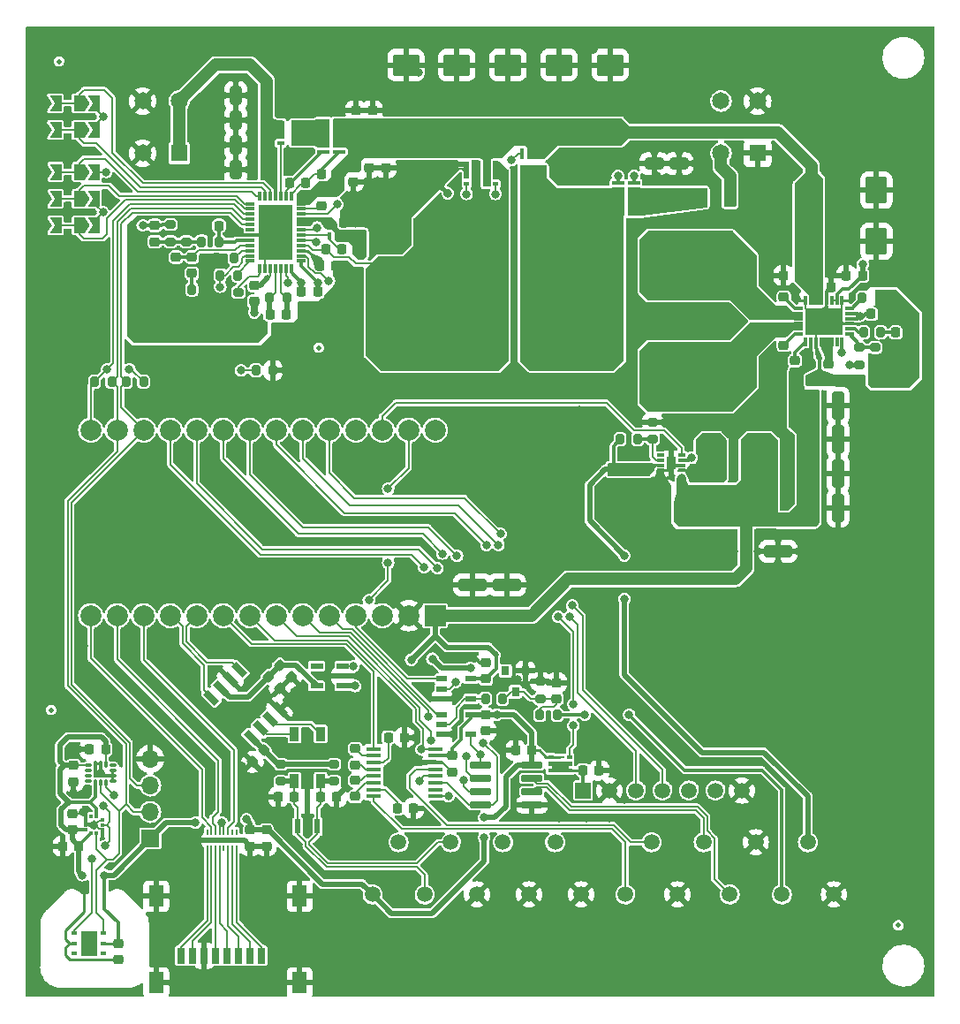
<source format=gbr>
%TF.GenerationSoftware,KiCad,Pcbnew,(6.0.11)*%
%TF.CreationDate,2025-02-12T10:18:37+01:00*%
%TF.ProjectId,walter-feels,77616c74-6572-42d6-9665-656c732e6b69,2.3*%
%TF.SameCoordinates,Original*%
%TF.FileFunction,Copper,L1,Top*%
%TF.FilePolarity,Positive*%
%FSLAX46Y46*%
G04 Gerber Fmt 4.6, Leading zero omitted, Abs format (unit mm)*
G04 Created by KiCad (PCBNEW (6.0.11)) date 2025-02-12 10:18:37*
%MOMM*%
%LPD*%
G01*
G04 APERTURE LIST*
G04 Aperture macros list*
%AMRoundRect*
0 Rectangle with rounded corners*
0 $1 Rounding radius*
0 $2 $3 $4 $5 $6 $7 $8 $9 X,Y pos of 4 corners*
0 Add a 4 corners polygon primitive as box body*
4,1,4,$2,$3,$4,$5,$6,$7,$8,$9,$2,$3,0*
0 Add four circle primitives for the rounded corners*
1,1,$1+$1,$2,$3*
1,1,$1+$1,$4,$5*
1,1,$1+$1,$6,$7*
1,1,$1+$1,$8,$9*
0 Add four rect primitives between the rounded corners*
20,1,$1+$1,$2,$3,$4,$5,0*
20,1,$1+$1,$4,$5,$6,$7,0*
20,1,$1+$1,$6,$7,$8,$9,0*
20,1,$1+$1,$8,$9,$2,$3,0*%
%AMRotRect*
0 Rectangle, with rotation*
0 The origin of the aperture is its center*
0 $1 length*
0 $2 width*
0 $3 Rotation angle, in degrees counterclockwise*
0 Add horizontal line*
21,1,$1,$2,0,0,$3*%
%AMFreePoly0*
4,1,6,1.000000,0.000000,0.500000,-0.750000,-0.500000,-0.750000,-0.500000,0.750000,0.500000,0.750000,1.000000,0.000000,1.000000,0.000000,$1*%
%AMFreePoly1*
4,1,6,0.500000,-0.750000,-0.650000,-0.750000,-0.150000,0.000000,-0.650000,0.750000,0.500000,0.750000,0.500000,-0.750000,0.500000,-0.750000,$1*%
%AMFreePoly2*
4,1,30,2.050035,0.200035,2.050050,0.200000,2.050050,-0.190000,2.050035,-0.190035,2.050000,-0.190050,1.700050,-0.190050,1.700050,-0.459950,2.030000,-0.459950,2.030035,-0.459965,2.030050,-0.460000,2.030050,-0.850000,2.030035,-0.850035,2.030000,-0.850050,-0.250000,-0.850050,-0.250035,-0.850035,-0.250050,-0.850000,-0.250050,-0.460000,-0.250035,-0.459965,-0.250000,-0.459950,0.099950,-0.459950,
0.099950,-0.200000,-0.250000,-0.200000,-0.250000,-0.190050,-0.250035,-0.190035,-0.250050,-0.190000,-0.250050,0.200000,-0.250035,0.200035,-0.250000,0.200050,2.050000,0.200050,2.050035,0.200035,2.050035,0.200035,$1*%
G04 Aperture macros list end*
%TA.AperFunction,SMDPad,CuDef*%
%ADD10RoundRect,0.225000X0.250000X-0.225000X0.250000X0.225000X-0.250000X0.225000X-0.250000X-0.225000X0*%
%TD*%
%TA.AperFunction,SMDPad,CuDef*%
%ADD11R,0.405000X0.990000*%
%TD*%
%TA.AperFunction,SMDPad,CuDef*%
%ADD12R,0.405000X0.760000*%
%TD*%
%TA.AperFunction,SMDPad,CuDef*%
%ADD13R,2.235000X1.725000*%
%TD*%
%TA.AperFunction,SMDPad,CuDef*%
%ADD14R,1.150000X0.350000*%
%TD*%
%TA.AperFunction,SMDPad,CuDef*%
%ADD15R,1.150000X2.700000*%
%TD*%
%TA.AperFunction,SMDPad,CuDef*%
%ADD16RoundRect,0.250000X0.650000X-0.325000X0.650000X0.325000X-0.650000X0.325000X-0.650000X-0.325000X0*%
%TD*%
%TA.AperFunction,SMDPad,CuDef*%
%ADD17RoundRect,0.225000X0.225000X0.250000X-0.225000X0.250000X-0.225000X-0.250000X0.225000X-0.250000X0*%
%TD*%
%TA.AperFunction,SMDPad,CuDef*%
%ADD18RoundRect,0.225000X-0.225000X-0.250000X0.225000X-0.250000X0.225000X0.250000X-0.225000X0.250000X0*%
%TD*%
%TA.AperFunction,SMDPad,CuDef*%
%ADD19RoundRect,0.250000X1.100000X-0.325000X1.100000X0.325000X-1.100000X0.325000X-1.100000X-0.325000X0*%
%TD*%
%TA.AperFunction,SMDPad,CuDef*%
%ADD20R,0.300000X0.850000*%
%TD*%
%TA.AperFunction,SMDPad,CuDef*%
%ADD21R,0.850000X0.300000*%
%TD*%
%TA.AperFunction,SMDPad,CuDef*%
%ADD22R,3.650000X2.650000*%
%TD*%
%TA.AperFunction,SMDPad,CuDef*%
%ADD23RoundRect,0.225000X-0.250000X0.225000X-0.250000X-0.225000X0.250000X-0.225000X0.250000X0.225000X0*%
%TD*%
%TA.AperFunction,ComponentPad*%
%ADD24C,1.650000*%
%TD*%
%TA.AperFunction,ComponentPad*%
%ADD25R,1.650000X1.650000*%
%TD*%
%TA.AperFunction,SMDPad,CuDef*%
%ADD26RoundRect,0.075000X0.237500X0.075000X-0.237500X0.075000X-0.237500X-0.075000X0.237500X-0.075000X0*%
%TD*%
%TA.AperFunction,SMDPad,CuDef*%
%ADD27RoundRect,0.075000X0.075000X0.237500X-0.075000X0.237500X-0.075000X-0.237500X0.075000X-0.237500X0*%
%TD*%
%TA.AperFunction,ComponentPad*%
%ADD28R,1.700000X1.700000*%
%TD*%
%TA.AperFunction,ComponentPad*%
%ADD29O,1.700000X1.700000*%
%TD*%
%TA.AperFunction,ComponentPad*%
%ADD30R,1.500000X1.500000*%
%TD*%
%TA.AperFunction,ComponentPad*%
%ADD31C,1.500000*%
%TD*%
%TA.AperFunction,SMDPad,CuDef*%
%ADD32R,0.800001X0.900001*%
%TD*%
%TA.AperFunction,SMDPad,CuDef*%
%ADD33RoundRect,0.200000X-0.200000X-0.275000X0.200000X-0.275000X0.200000X0.275000X-0.200000X0.275000X0*%
%TD*%
%TA.AperFunction,SMDPad,CuDef*%
%ADD34R,1.000000X0.599999*%
%TD*%
%TA.AperFunction,SMDPad,CuDef*%
%ADD35RoundRect,0.250000X-0.787500X-1.025000X0.787500X-1.025000X0.787500X1.025000X-0.787500X1.025000X0*%
%TD*%
%TA.AperFunction,SMDPad,CuDef*%
%ADD36RoundRect,0.200000X0.275000X-0.200000X0.275000X0.200000X-0.275000X0.200000X-0.275000X-0.200000X0*%
%TD*%
%TA.AperFunction,SMDPad,CuDef*%
%ADD37RoundRect,0.250000X-0.325000X-1.100000X0.325000X-1.100000X0.325000X1.100000X-0.325000X1.100000X0*%
%TD*%
%TA.AperFunction,SMDPad,CuDef*%
%ADD38RoundRect,0.225000X-0.335876X-0.017678X-0.017678X-0.335876X0.335876X0.017678X0.017678X0.335876X0*%
%TD*%
%TA.AperFunction,SMDPad,CuDef*%
%ADD39R,0.750000X0.300000*%
%TD*%
%TA.AperFunction,SMDPad,CuDef*%
%ADD40R,0.900000X1.300000*%
%TD*%
%TA.AperFunction,SMDPad,CuDef*%
%ADD41FreePoly0,0.000000*%
%TD*%
%TA.AperFunction,SMDPad,CuDef*%
%ADD42FreePoly1,0.000000*%
%TD*%
%TA.AperFunction,SMDPad,CuDef*%
%ADD43R,1.200000X0.600000*%
%TD*%
%TA.AperFunction,SMDPad,CuDef*%
%ADD44RoundRect,0.250000X0.325000X0.650000X-0.325000X0.650000X-0.325000X-0.650000X0.325000X-0.650000X0*%
%TD*%
%TA.AperFunction,SMDPad,CuDef*%
%ADD45R,0.520000X0.450000*%
%TD*%
%TA.AperFunction,SMDPad,CuDef*%
%ADD46R,0.520000X0.583000*%
%TD*%
%TA.AperFunction,SMDPad,CuDef*%
%ADD47R,0.750000X2.520000*%
%TD*%
%TA.AperFunction,SMDPad,CuDef*%
%ADD48RoundRect,0.200000X0.200000X0.275000X-0.200000X0.275000X-0.200000X-0.275000X0.200000X-0.275000X0*%
%TD*%
%TA.AperFunction,SMDPad,CuDef*%
%ADD49RoundRect,0.250000X1.025000X-0.787500X1.025000X0.787500X-1.025000X0.787500X-1.025000X-0.787500X0*%
%TD*%
%TA.AperFunction,SMDPad,CuDef*%
%ADD50RoundRect,0.200000X-0.275000X0.200000X-0.275000X-0.200000X0.275000X-0.200000X0.275000X0.200000X0*%
%TD*%
%TA.AperFunction,SMDPad,CuDef*%
%ADD51R,0.347536X0.376682*%
%TD*%
%TA.AperFunction,SMDPad,CuDef*%
%ADD52R,0.376682X0.347536*%
%TD*%
%TA.AperFunction,SMDPad,CuDef*%
%ADD53RoundRect,0.225000X-0.017678X0.335876X-0.335876X0.017678X0.017678X-0.335876X0.335876X-0.017678X0*%
%TD*%
%TA.AperFunction,SMDPad,CuDef*%
%ADD54C,0.500000*%
%TD*%
%TA.AperFunction,SMDPad,CuDef*%
%ADD55FreePoly2,180.000000*%
%TD*%
%TA.AperFunction,SMDPad,CuDef*%
%ADD56R,0.500000X0.400000*%
%TD*%
%TA.AperFunction,SMDPad,CuDef*%
%ADD57R,0.920000X0.285000*%
%TD*%
%TA.AperFunction,ComponentPad*%
%ADD58C,2.000000*%
%TD*%
%TA.AperFunction,ComponentPad*%
%ADD59R,2.000000X2.000000*%
%TD*%
%TA.AperFunction,SMDPad,CuDef*%
%ADD60R,3.750000X12.100000*%
%TD*%
%TA.AperFunction,SMDPad,CuDef*%
%ADD61RoundRect,0.250000X-0.650000X0.325000X-0.650000X-0.325000X0.650000X-0.325000X0.650000X0.325000X0*%
%TD*%
%TA.AperFunction,SMDPad,CuDef*%
%ADD62R,1.475000X0.450000*%
%TD*%
%TA.AperFunction,SMDPad,CuDef*%
%ADD63R,3.250000X5.250000*%
%TD*%
%TA.AperFunction,SMDPad,CuDef*%
%ADD64R,4.750000X3.350000*%
%TD*%
%TA.AperFunction,SMDPad,CuDef*%
%ADD65RoundRect,0.042000X-0.943000X-0.258000X0.943000X-0.258000X0.943000X0.258000X-0.943000X0.258000X0*%
%TD*%
%TA.AperFunction,SMDPad,CuDef*%
%ADD66R,0.900000X1.350000*%
%TD*%
%TA.AperFunction,SMDPad,CuDef*%
%ADD67RotRect,0.650000X1.528000X45.000000*%
%TD*%
%TA.AperFunction,SMDPad,CuDef*%
%ADD68RoundRect,0.250000X0.375000X0.625000X-0.375000X0.625000X-0.375000X-0.625000X0.375000X-0.625000X0*%
%TD*%
%TA.AperFunction,SMDPad,CuDef*%
%ADD69R,0.800000X1.500000*%
%TD*%
%TA.AperFunction,SMDPad,CuDef*%
%ADD70R,1.450000X2.000000*%
%TD*%
%TA.AperFunction,SMDPad,CuDef*%
%ADD71R,0.400000X0.700000*%
%TD*%
%TA.AperFunction,SMDPad,CuDef*%
%ADD72RoundRect,0.250000X-1.100000X0.325000X-1.100000X-0.325000X1.100000X-0.325000X1.100000X0.325000X0*%
%TD*%
%TA.AperFunction,SMDPad,CuDef*%
%ADD73R,0.200000X0.600000*%
%TD*%
%TA.AperFunction,SMDPad,CuDef*%
%ADD74R,2.900000X0.500000*%
%TD*%
%TA.AperFunction,SMDPad,CuDef*%
%ADD75R,0.600000X1.350000*%
%TD*%
%TA.AperFunction,SMDPad,CuDef*%
%ADD76RoundRect,0.250000X-0.325000X-0.650000X0.325000X-0.650000X0.325000X0.650000X-0.325000X0.650000X0*%
%TD*%
%TA.AperFunction,SMDPad,CuDef*%
%ADD77R,0.700000X0.420000*%
%TD*%
%TA.AperFunction,SMDPad,CuDef*%
%ADD78R,0.450000X0.420000*%
%TD*%
%TA.AperFunction,SMDPad,CuDef*%
%ADD79R,1.700000X2.370000*%
%TD*%
%TA.AperFunction,SMDPad,CuDef*%
%ADD80R,0.600000X0.400000*%
%TD*%
%TA.AperFunction,SMDPad,CuDef*%
%ADD81R,1.500000X2.400000*%
%TD*%
%TA.AperFunction,SMDPad,CuDef*%
%ADD82R,2.400000X1.800000*%
%TD*%
%TA.AperFunction,ViaPad*%
%ADD83C,0.800000*%
%TD*%
%TA.AperFunction,Conductor*%
%ADD84C,0.508000*%
%TD*%
%TA.AperFunction,Conductor*%
%ADD85C,0.304800*%
%TD*%
%TA.AperFunction,Conductor*%
%ADD86C,0.203200*%
%TD*%
%TA.AperFunction,Conductor*%
%ADD87C,1.200000*%
%TD*%
%TA.AperFunction,Conductor*%
%ADD88C,0.400000*%
%TD*%
%TA.AperFunction,Conductor*%
%ADD89C,0.254000*%
%TD*%
%TA.AperFunction,Conductor*%
%ADD90C,0.152400*%
%TD*%
%TA.AperFunction,Conductor*%
%ADD91C,0.500000*%
%TD*%
%TA.AperFunction,Conductor*%
%ADD92C,0.300000*%
%TD*%
%TA.AperFunction,Conductor*%
%ADD93C,0.635000*%
%TD*%
G04 APERTURE END LIST*
D10*
%TO.P,C77,1*%
%TO.N,GND*%
X115930000Y-138537700D03*
%TO.P,C77,2*%
%TO.N,+3.3V*%
X115930000Y-136987700D03*
%TD*%
%TO.P,C20,1*%
%TO.N,Net-(C20-Pad1)*%
X121217974Y-77180600D03*
%TO.P,C20,2*%
%TO.N,/Power/VIN*%
X121217974Y-75630600D03*
%TD*%
D11*
%TO.P,Q3,1*%
%TO.N,/Power/VIN*%
X142426374Y-72168700D03*
%TO.P,Q3,2*%
X141766374Y-72168700D03*
%TO.P,Q3,3*%
X141106374Y-72168700D03*
%TO.P,Q3,4*%
%TO.N,/Solar battery charger/OUTFET*%
X140446374Y-72168700D03*
D12*
%TO.P,Q3,5*%
%TO.N,Net-(L1-Pad2)*%
X140446374Y-75153700D03*
%TO.P,Q3,6*%
X141106374Y-75153700D03*
%TO.P,Q3,7*%
X141766374Y-75153700D03*
%TO.P,Q3,8*%
X142426374Y-75153700D03*
D13*
%TO.P,Q3,9*%
X141436374Y-74161200D03*
%TD*%
D14*
%TO.P,R14,1*%
%TO.N,Net-(C14-Pad1)*%
X149627574Y-74979400D03*
D15*
%TO.P,R14,2*%
%TO.N,Net-(L1-Pad2)*%
X149627574Y-76804400D03*
%TO.P,R14,3*%
%TO.N,VBAT*%
X151177574Y-76804400D03*
D14*
%TO.P,R14,4*%
%TO.N,Net-(C15-Pad2)*%
X151177574Y-74979400D03*
%TD*%
D16*
%TO.P,C24,1*%
%TO.N,VBAT*%
X155473400Y-76100200D03*
%TO.P,C24,2*%
%TO.N,GND*%
X155473400Y-73150200D03*
%TD*%
D17*
%TO.P,C43,1*%
%TO.N,+3.3V*%
X141382600Y-129362200D03*
%TO.P,C43,2*%
%TO.N,GND*%
X139832600Y-129362200D03*
%TD*%
D18*
%TO.P,C52,1*%
%TO.N,Net-(C52-Pad1)*%
X146282201Y-131292600D03*
%TO.P,C52,2*%
%TO.N,GND*%
X147832201Y-131292600D03*
%TD*%
D19*
%TO.P,C1,1*%
%TO.N,+5V*%
X135690000Y-116459000D03*
%TO.P,C1,2*%
%TO.N,GND*%
X135690000Y-113509000D03*
%TD*%
D20*
%TO.P,U11,1,BST3*%
%TO.N,Net-(C65-Pad1)*%
X167617200Y-90189600D03*
%TO.P,U11,2,PVOUT_1*%
%TO.N,+5V*%
X168117200Y-90189600D03*
%TO.P,U11,3,GND_1*%
%TO.N,GND*%
X168617200Y-90189600D03*
%TO.P,U11,4,PVOUT_2*%
%TO.N,+5V*%
X169117200Y-90189600D03*
%TO.P,U11,5,ISP*%
X169617200Y-90189600D03*
%TO.P,U11,6,ISN*%
X170117200Y-90189600D03*
%TO.P,U11,7,PGOOD*%
%TO.N,unconnected-(U11-Pad7)*%
X170617200Y-90189600D03*
%TO.P,U11,8,PROG*%
%TO.N,Net-(C60-Pad2)*%
X171117200Y-90189600D03*
D21*
%TO.P,U11,9,FB*%
%TO.N,Net-(R27-Pad2)*%
X171817200Y-89489600D03*
%TO.P,U11,10,VC*%
%TO.N,Net-(R23-Pad1)*%
X171817200Y-88989600D03*
%TO.P,U11,11,GND_2*%
%TO.N,GND*%
X171817200Y-88489600D03*
%TO.P,U11,12,MPPC*%
%TO.N,Net-(C60-Pad2)*%
X171817200Y-87989600D03*
%TO.P,U11,13,VCC*%
X171817200Y-87489600D03*
%TO.P,U11,14,RT*%
%TO.N,Net-(R22-Pad1)*%
X171817200Y-86989600D03*
D20*
%TO.P,U11,15,SYNC/MODE*%
%TO.N,GND*%
X171117200Y-86289600D03*
%TO.P,U11,16,EN/UVLO*%
%TO.N,/Power/VIN*%
X170617200Y-86289600D03*
%TO.P,U11,17,VIN*%
X170117200Y-86289600D03*
%TO.P,U11,18,GND_3*%
%TO.N,GND*%
X169617200Y-86289600D03*
%TO.P,U11,19,PVIN_1*%
%TO.N,/Power/VIN*%
X169117200Y-86289600D03*
%TO.P,U11,20,PVIN_2*%
X168617200Y-86289600D03*
%TO.P,U11,21,PVIN_3*%
X168117200Y-86289600D03*
%TO.P,U11,22,GND_4*%
%TO.N,GND*%
X167617200Y-86289600D03*
D21*
%TO.P,U11,23,BST1*%
%TO.N,Net-(C63-Pad2)*%
X166917200Y-86989600D03*
%TO.P,U11,24,SW1_1*%
%TO.N,Net-(C63-Pad1)*%
X166917200Y-87489600D03*
%TO.P,U11,25,SW1_2*%
X166917200Y-87989600D03*
%TO.P,U11,26,SW2_1*%
%TO.N,Net-(C66-Pad1)*%
X166917200Y-88489600D03*
%TO.P,U11,27,SW2_2*%
X166917200Y-88989600D03*
%TO.P,U11,28,BST2*%
%TO.N,Net-(C66-Pad2)*%
X166917200Y-89489600D03*
D22*
%TO.P,U11,29,PGND*%
%TO.N,GND*%
X169367200Y-88239600D03*
%TD*%
D23*
%TO.P,C45,1*%
%TO.N,+3.3V*%
X136982201Y-125934700D03*
%TO.P,C45,2*%
%TO.N,GND*%
X136982201Y-127484700D03*
%TD*%
D24*
%TO.P,J3,1,1*%
%TO.N,GND*%
X163014600Y-67146800D03*
D25*
X163014600Y-72146800D03*
D24*
%TO.P,J3,2,2*%
%TO.N,Net-(F1-Pad1)*%
X159514600Y-67146800D03*
X159514600Y-72146800D03*
%TD*%
D26*
%TO.P,U9,1,SDO/SA0*%
%TO.N,GND*%
X101187700Y-132322000D03*
%TO.P,U9,2,SDX*%
X101187700Y-131822000D03*
%TO.P,U9,3,SCX*%
X101187700Y-131322000D03*
%TO.P,U9,4,INT1*%
%TO.N,unconnected-(U9-Pad4)*%
X101187700Y-130822000D03*
D27*
%TO.P,U9,5,VDDIO*%
%TO.N,+3.3V*%
X100525200Y-130659500D03*
%TO.P,U9,6,GND*%
%TO.N,GND*%
X100025200Y-130659500D03*
%TO.P,U9,7,GND*%
X99525200Y-130659500D03*
D26*
%TO.P,U9,8,VDD*%
%TO.N,+3.3V*%
X98862700Y-130822000D03*
%TO.P,U9,9,INT2*%
%TO.N,unconnected-(U9-Pad9)*%
X98862700Y-131322000D03*
%TO.P,U9,10,OCS_Aux*%
%TO.N,unconnected-(U9-Pad10)*%
X98862700Y-131822000D03*
%TO.P,U9,11,SDO_Aux*%
%TO.N,unconnected-(U9-Pad11)*%
X98862700Y-132322000D03*
D27*
%TO.P,U9,12,CS*%
%TO.N,+3.3V*%
X99525200Y-132484500D03*
%TO.P,U9,13,SCL*%
%TO.N,I2C_SCL*%
X100025200Y-132484500D03*
%TO.P,U9,14,SDA*%
%TO.N,I2C_SDA*%
X100525200Y-132484500D03*
%TD*%
D19*
%TO.P,C2,1*%
%TO.N,+5V*%
X138960000Y-116459000D03*
%TO.P,C2,2*%
%TO.N,GND*%
X138960000Y-113509000D03*
%TD*%
D17*
%TO.P,C64,1*%
%TO.N,+5V*%
X155711400Y-104394902D03*
%TO.P,C64,2*%
%TO.N,GND*%
X154161400Y-104394902D03*
%TD*%
D28*
%TO.P,J6,1,Pin_1*%
%TO.N,+3.3V*%
X104800000Y-137812500D03*
D29*
%TO.P,J6,2,Pin_2*%
%TO.N,I2C_SCL*%
X104800000Y-135272500D03*
%TO.P,J6,3,Pin_3*%
%TO.N,I2C_SDA*%
X104800000Y-132732500D03*
%TO.P,J6,4,Pin_4*%
%TO.N,GND*%
X104800000Y-130192500D03*
%TD*%
D30*
%TO.P,U10,1,VDD*%
%TO.N,Net-(C52-Pad1)*%
X146282200Y-133213800D03*
D31*
%TO.P,U10,2,GND*%
%TO.N,GND*%
X148822200Y-133213800D03*
%TO.P,U10,3,TX/_SCL*%
%TO.N,CO2_SCL*%
X151362200Y-133213800D03*
%TO.P,U10,4,RX/_SDA*%
%TO.N,CO2_SDA*%
X153902200Y-133213800D03*
%TO.P,U10,5,RDY*%
%TO.N,unconnected-(U10-Pad5)*%
X156442200Y-133213800D03*
%TO.P,U10,6,PWM*%
%TO.N,unconnected-(U10-Pad6)*%
X158982200Y-133213800D03*
%TO.P,U10,7,SEL*%
%TO.N,GND*%
X161522200Y-133213800D03*
%TD*%
D32*
%TO.P,D2,1,A*%
%TO.N,GND*%
X140751601Y-121758199D03*
%TO.P,D2,2,NC*%
%TO.N,unconnected-(D2-Pad2)*%
X138851602Y-121758199D03*
%TO.P,D2,3,K*%
%TO.N,Net-(C46-Pad1)*%
X139801601Y-123758201D03*
%TD*%
D18*
%TO.P,C67,1*%
%TO.N,Net-(C67-Pad1)*%
X176255000Y-89314600D03*
%TO.P,C67,2*%
%TO.N,GND*%
X177805000Y-89314600D03*
%TD*%
D17*
%TO.P,C7,1*%
%TO.N,Net-(C7-Pad1)*%
X117821374Y-87579200D03*
%TO.P,C7,2*%
%TO.N,Net-(C7-Pad2)*%
X116271374Y-87579200D03*
%TD*%
D18*
%TO.P,C16,1*%
%TO.N,/Solar battery charger/2P5VCC*%
X121001774Y-82905600D03*
%TO.P,C16,2*%
%TO.N,GND*%
X122551774Y-82905600D03*
%TD*%
D33*
%TO.P,R1,1*%
%TO.N,I2C_BUSPOW*%
X99454200Y-94056200D03*
%TO.P,R1,2*%
%TO.N,I2C_SCL*%
X101104200Y-94056200D03*
%TD*%
D18*
%TO.P,C42,1*%
%TO.N,Net-(C42-Pad1)*%
X128500000Y-134925000D03*
%TO.P,C42,2*%
%TO.N,GND*%
X130050000Y-134925000D03*
%TD*%
D34*
%TO.P,U6,1,OE*%
%TO.N,SDI12_RX_EN*%
X132762399Y-125934699D03*
%TO.P,U6,2,A*%
%TO.N,Net-(R19-Pad1)*%
X132762399Y-126884700D03*
%TO.P,U6,3,GND*%
%TO.N,GND*%
X132762399Y-127834698D03*
%TO.P,U6,4,Y*%
%TO.N,SER_RX*%
X135512399Y-127834698D03*
%TO.P,U6,5,VCC*%
%TO.N,+3.3V*%
X135512399Y-125934699D03*
%TD*%
D17*
%TO.P,C50,1*%
%TO.N,+3.3V*%
X100520800Y-129260600D03*
%TO.P,C50,2*%
%TO.N,GND*%
X98970800Y-129260600D03*
%TD*%
%TO.P,C81,1*%
%TO.N,CAN_L*%
X118625000Y-133825000D03*
%TO.P,C81,2*%
%TO.N,GND*%
X117075000Y-133825000D03*
%TD*%
%TO.P,C13,1*%
%TO.N,Net-(C13-Pad1)*%
X123186774Y-81330800D03*
%TO.P,C13,2*%
%TO.N,/Solar battery charger/SW*%
X121636774Y-81330800D03*
%TD*%
D35*
%TO.P,C53,1*%
%TO.N,/Power/VIN*%
X168187500Y-80600000D03*
%TO.P,C53,2*%
%TO.N,GND*%
X174412500Y-80600000D03*
%TD*%
D36*
%TO.P,R9,1*%
%TO.N,CAN_L*%
X117325000Y-132350000D03*
%TO.P,R9,2*%
%TO.N,Net-(C80-Pad1)*%
X117325000Y-130700000D03*
%TD*%
D37*
%TO.P,C73,1*%
%TO.N,+5V*%
X167775000Y-106126600D03*
%TO.P,C73,2*%
%TO.N,GND*%
X170725000Y-106126600D03*
%TD*%
D31*
%TO.P,J5,1,1*%
%TO.N,+3.3V*%
X126106600Y-143179800D03*
%TO.P,J5,2,2*%
%TO.N,+5V*%
X128606600Y-138179800D03*
%TO.P,J5,3,3*%
%TO.N,CAN_L*%
X131106600Y-143179800D03*
%TO.P,J5,4,4*%
%TO.N,CAN_H*%
X133606600Y-138179800D03*
%TO.P,J5,5,5*%
%TO.N,GND*%
X136106600Y-143179800D03*
%TO.P,J5,6,6*%
%TO.N,GPIOA*%
X138606600Y-138179800D03*
%TO.P,J5,7,7*%
%TO.N,GND*%
X141106600Y-143179800D03*
%TO.P,J5,8,8*%
%TO.N,GPIOB*%
X143606600Y-138179800D03*
%TO.P,J5,9,9*%
%TO.N,GND*%
X146106600Y-143179800D03*
%TD*%
D38*
%TO.P,C83,1*%
%TO.N,Net-(C83-Pad1)*%
X116126992Y-122301992D03*
%TO.P,C83,2*%
%TO.N,GND*%
X117223008Y-123398008D03*
%TD*%
D18*
%TO.P,C61,1*%
%TO.N,/Power/VIN*%
X168516000Y-84975000D03*
%TO.P,C61,2*%
%TO.N,GND*%
X170066000Y-84975000D03*
%TD*%
D39*
%TO.P,U12,1,LX*%
%TO.N,Net-(L3-Pad2)*%
X155711400Y-102543202D03*
%TO.P,U12,2,AGND*%
%TO.N,GND*%
X155711400Y-102043202D03*
%TO.P,U12,3,IN*%
%TO.N,+5V*%
X155711400Y-101543202D03*
%TO.P,U12,4,EN*%
%TO.N,12V_EN*%
X155711400Y-101043202D03*
%TO.P,U12,5,POK*%
%TO.N,unconnected-(U12-Pad5)*%
X153711400Y-101043202D03*
%TO.P,U12,6,FB*%
%TO.N,Net-(R24-Pad2)*%
X153711400Y-101543202D03*
%TO.P,U12,7,OUT*%
%TO.N,12V*%
X153711400Y-102043202D03*
%TO.P,U12,8,GND*%
%TO.N,GND*%
X153711400Y-102543202D03*
D40*
%TO.P,U12,9,EP*%
X154711400Y-101793202D03*
%TD*%
D41*
%TO.P,JP8,1,A*%
%TO.N,GND*%
X94338174Y-76497500D03*
D42*
%TO.P,JP8,2,B*%
%TO.N,Net-(IC1-Pad1)*%
X95788174Y-76497500D03*
%TD*%
D33*
%TO.P,R24,1*%
%TO.N,12V*%
X149847800Y-99543502D03*
%TO.P,R24,2*%
%TO.N,Net-(R24-Pad2)*%
X151497800Y-99543502D03*
%TD*%
D18*
%TO.P,C12,1*%
%TO.N,Net-(C12-Pad1)*%
X118156974Y-74955400D03*
%TO.P,C12,2*%
%TO.N,Net-(C12-Pad2)*%
X119706974Y-74955400D03*
%TD*%
D17*
%TO.P,C41,1*%
%TO.N,GND*%
X129172000Y-128130042D03*
%TO.P,C41,2*%
%TO.N,Net-(C41-Pad2)*%
X127622000Y-128130042D03*
%TD*%
D43*
%TO.P,U3,1,VIN*%
%TO.N,+5V*%
X123250000Y-123200000D03*
%TO.P,U3,2,GND*%
%TO.N,GND*%
X123250000Y-122250000D03*
%TO.P,U3,3,~{ENABLE}*%
%TO.N,~{CAN_EN}*%
X123250000Y-121300000D03*
%TO.P,U3,4,FAULT/*%
%TO.N,unconnected-(U3-Pad4)*%
X120750000Y-121300000D03*
%TO.P,U3,5,VOUT*%
%TO.N,Net-(C83-Pad1)*%
X120750000Y-123200000D03*
%TD*%
D44*
%TO.P,C5,1*%
%TO.N,VSOLAR*%
X115936574Y-73710800D03*
%TO.P,C5,2*%
%TO.N,GND*%
X112986574Y-73710800D03*
%TD*%
D45*
%TO.P,Q1,1,G1*%
%TO.N,/Solar battery charger/TG*%
X137898774Y-75066800D03*
D46*
%TO.P,Q1,2,S1_1*%
%TO.N,/Solar battery charger/SW*%
X137898774Y-74349800D03*
%TO.P,Q1,3,S1_2*%
X137898774Y-73766800D03*
%TO.P,Q1,4,S1_3*%
X137898774Y-73183800D03*
%TO.P,Q1,5,S2_1*%
%TO.N,GND*%
X135118774Y-73183800D03*
%TO.P,Q1,6,S2_2*%
X135118774Y-73766800D03*
%TO.P,Q1,7,S2_3*%
X135118774Y-74349800D03*
D45*
%TO.P,Q1,8,G2*%
%TO.N,/Solar battery charger/BG*%
X135118774Y-75066800D03*
D47*
%TO.P,Q1,9,D_1*%
%TO.N,/Solar battery charger/SW*%
X135958774Y-74091800D03*
%TO.P,Q1,10,D_2*%
%TO.N,/Power/VIN*%
X137058774Y-74091800D03*
%TD*%
D48*
%TO.P,R10,1*%
%TO.N,Net-(IC1-Pad10)*%
X112822774Y-82219800D03*
%TO.P,R10,2*%
%TO.N,GND*%
X111172774Y-82219800D03*
%TD*%
D49*
%TO.P,C26,1*%
%TO.N,/Power/VIN*%
X129300000Y-69912500D03*
%TO.P,C26,2*%
%TO.N,GND*%
X129300000Y-63687500D03*
%TD*%
D10*
%TO.P,C29,1*%
%TO.N,GND*%
X125800000Y-73575000D03*
%TO.P,C29,2*%
%TO.N,/Power/VIN*%
X125800000Y-72025000D03*
%TD*%
D31*
%TO.P,J4,1,1*%
%TO.N,RS232_RX*%
X150342600Y-143179800D03*
%TO.P,J4,2,2*%
%TO.N,RS232_TX*%
X152842600Y-138179800D03*
%TO.P,J4,3,3*%
%TO.N,GND*%
X155342600Y-143179800D03*
%TO.P,J4,4,4*%
%TO.N,RS485_A*%
X157842600Y-138179800D03*
%TO.P,J4,5,5*%
%TO.N,RS485_B*%
X160342600Y-143179800D03*
%TO.P,J4,6,6*%
%TO.N,GND*%
X162842600Y-138179800D03*
%TO.P,J4,7,7*%
%TO.N,SDI12_IO*%
X165342600Y-143179800D03*
%TO.P,J4,8,8*%
%TO.N,12V*%
X167842600Y-138179800D03*
%TO.P,J4,9,9*%
%TO.N,GND*%
X170342600Y-143179800D03*
%TD*%
D25*
%TO.P,J2,1,1*%
%TO.N,VSOLAR*%
X107566400Y-72146800D03*
D24*
X107566400Y-67146800D03*
%TO.P,J2,2,2*%
%TO.N,GND*%
X104066400Y-72146800D03*
X104066400Y-67146800D03*
%TD*%
D50*
%TO.P,R3,1*%
%TO.N,VSOLAR*%
X106739974Y-78969600D03*
%TO.P,R3,2*%
%TO.N,Net-(C3-Pad2)*%
X106739974Y-80619600D03*
%TD*%
D51*
%TO.P,U8,1,VDD_IO*%
%TO.N,+3.3V*%
X99144200Y-137330701D03*
%TO.P,U8,2,SCL/SPC*%
%TO.N,I2C_SCL*%
X99644200Y-137330701D03*
D52*
%TO.P,U8,3,RES*%
%TO.N,GND*%
X100221900Y-137003000D03*
%TO.P,U8,4,SDA/SDI/SDO*%
%TO.N,I2C_SDA*%
X100221900Y-136503001D03*
%TO.P,U8,5,SDO/SA0*%
%TO.N,GND*%
X100221900Y-136003002D03*
D51*
%TO.P,U8,6,CS*%
%TO.N,+3.3V*%
X99644200Y-135675301D03*
%TO.P,U8,7,INT_DRDY*%
%TO.N,unconnected-(U8-Pad7)*%
X99144200Y-135675301D03*
D52*
%TO.P,U8,8,GND*%
%TO.N,GND*%
X98566500Y-136003002D03*
%TO.P,U8,9,GND*%
X98566500Y-136503001D03*
%TO.P,U8,10,VDD*%
%TO.N,+3.3V*%
X98566500Y-137003000D03*
%TD*%
D53*
%TO.P,C80,1*%
%TO.N,Net-(C80-Pad1)*%
X115698008Y-129376992D03*
%TO.P,C80,2*%
%TO.N,GND*%
X114601992Y-130473008D03*
%TD*%
D54*
%TO.P,FID4,*%
%TO.N,*%
X120950000Y-90780000D03*
%TD*%
D36*
%TO.P,R27,1*%
%TO.N,+5V*%
X172776000Y-92425000D03*
%TO.P,R27,2*%
%TO.N,Net-(R27-Pad2)*%
X172776000Y-90775000D03*
%TD*%
D55*
%TO.P,Q5,1*%
%TO.N,Net-(C52-Pad1)*%
X145000000Y-131300000D03*
D56*
%TO.P,Q5,2*%
X145000000Y-130650000D03*
%TO.P,Q5,3*%
%TO.N,~{CO2_EN}*%
X145000000Y-130000000D03*
%TO.P,Q5,4*%
%TO.N,+3.3V*%
X143200000Y-130000000D03*
%TO.P,Q5,5*%
%TO.N,Net-(C52-Pad1)*%
X143200000Y-130650000D03*
%TO.P,Q5,6*%
X143200000Y-131300000D03*
D57*
%TO.P,Q5,7*%
%TO.N,+3.3V*%
X144100000Y-130000000D03*
%TD*%
D23*
%TO.P,C3,1*%
%TO.N,VSOLAR*%
X105215974Y-79069600D03*
%TO.P,C3,2*%
%TO.N,Net-(C3-Pad2)*%
X105215974Y-80619600D03*
%TD*%
D10*
%TO.P,C27,1*%
%TO.N,GND*%
X127400000Y-73575000D03*
%TO.P,C27,2*%
%TO.N,/Power/VIN*%
X127400000Y-72025000D03*
%TD*%
D23*
%TO.P,C51,1*%
%TO.N,+3.3V*%
X97434400Y-130822400D03*
%TO.P,C51,2*%
%TO.N,GND*%
X97434400Y-132372400D03*
%TD*%
D58*
%TO.P,U1,1,~{RESET}*%
%TO.N,unconnected-(U1-Pad1)*%
X132105600Y-98679000D03*
%TO.P,U1,2,RX0/IO44*%
%TO.N,~{CAN_EN}*%
X129565600Y-98679000D03*
%TO.P,U1,3,TX0/IO43*%
%TO.N,12V_EN*%
X127025600Y-98679000D03*
%TO.P,U1,4,IO0/~{3V3-EN}*%
%TO.N,unconnected-(U1-Pad4)*%
X124485600Y-98679000D03*
%TO.P,U1,5,IO12*%
%TO.N,CO2_SDA*%
X121945600Y-98679000D03*
%TO.P,U1,6,IO11*%
%TO.N,CO2_SCL*%
X119405600Y-98679000D03*
%TO.P,U1,7,IO13*%
%TO.N,~{CO2_EN}*%
X116865600Y-98679000D03*
%TO.P,U1,8,IO38*%
%TO.N,GPIOB*%
X114325600Y-98679000D03*
%TO.P,U1,9,IO39*%
%TO.N,GPIOA*%
X111785600Y-98679000D03*
%TO.P,U1,10,IO40*%
%TO.N,SER_TX*%
X109245600Y-98679000D03*
%TO.P,U1,11,IO41*%
%TO.N,SER_RX*%
X106705600Y-98679000D03*
%TO.P,U1,12,IO42*%
%TO.N,I2C_SDA*%
X104165600Y-98679000D03*
%TO.P,U1,13,IO2*%
%TO.N,I2C_SCL*%
X101625600Y-98679000D03*
%TO.P,U1,14,IO1*%
%TO.N,I2C_BUSPOW*%
X99085600Y-98679000D03*
%TO.P,U1,15,IO4*%
%TO.N,SD_DAT0*%
X99085600Y-116459000D03*
%TO.P,U1,16,IO5*%
%TO.N,SD_CLK*%
X101625600Y-116459000D03*
%TO.P,U1,17,IO6*%
%TO.N,SD_CMD*%
X104165600Y-116459000D03*
%TO.P,U1,18,IO7*%
%TO.N,CAN_RX*%
X106705600Y-116459000D03*
%TO.P,U1,19,IO15*%
%TO.N,CAN_TX*%
X109245600Y-116459000D03*
%TO.P,U1,20,IO16*%
%TO.N,~{RS232_RX_EN}*%
X111785600Y-116459000D03*
%TO.P,U1,21,IO17*%
%TO.N,RS232_TX_EN*%
X114325600Y-116459000D03*
%TO.P,U1,22,IO18*%
%TO.N,RS485_TX_EN*%
X116865600Y-116459000D03*
%TO.P,U1,23,IO8*%
%TO.N,~{RS485_RX_EN}*%
X119405600Y-116459000D03*
%TO.P,U1,24,IO9*%
%TO.N,SDI12_RX_EN*%
X121945600Y-116459000D03*
%TO.P,U1,25,IO10*%
%TO.N,SDI12_TX_EN*%
X124485600Y-116459000D03*
%TO.P,U1,26,3V3*%
%TO.N,+3.3V*%
X127025600Y-116459000D03*
%TO.P,U1,27,GND*%
%TO.N,GND*%
X129565600Y-116459000D03*
D59*
%TO.P,U1,28,VIN*%
%TO.N,+5V*%
X132105600Y-116459000D03*
%TD*%
D37*
%TO.P,C75,1*%
%TO.N,+5V*%
X167775000Y-99575000D03*
%TO.P,C75,2*%
%TO.N,GND*%
X170725000Y-99575000D03*
%TD*%
D41*
%TO.P,JP1,1,A*%
%TO.N,Net-(IC1-Pad37)*%
X97979874Y-69918900D03*
D42*
%TO.P,JP1,2,B*%
%TO.N,VCC*%
X99429874Y-69918900D03*
%TD*%
D49*
%TO.P,C28,1*%
%TO.N,/Power/VIN*%
X134200000Y-69912500D03*
%TO.P,C28,2*%
%TO.N,GND*%
X134200000Y-63687500D03*
%TD*%
D17*
%TO.P,C15,1*%
%TO.N,Net-(C14-Pad1)*%
X120845000Y-85430000D03*
%TO.P,C15,2*%
%TO.N,Net-(C15-Pad2)*%
X119295000Y-85430000D03*
%TD*%
D60*
%TO.P,L1,1,1*%
%TO.N,/Solar battery charger/SW*%
X131883774Y-84455000D03*
%TO.P,L1,2,2*%
%TO.N,Net-(L1-Pad2)*%
X147483774Y-84455000D03*
%TD*%
D48*
%TO.P,R6,1*%
%TO.N,Net-(C9-Pad2)*%
X108797374Y-85191600D03*
%TO.P,R6,2*%
%TO.N,GND*%
X107147374Y-85191600D03*
%TD*%
D10*
%TO.P,C48,1*%
%TO.N,+3.3V*%
X97327600Y-137003000D03*
%TO.P,C48,2*%
%TO.N,GND*%
X97327600Y-135453000D03*
%TD*%
D61*
%TO.P,C62,1*%
%TO.N,+5V*%
X155905200Y-106018702D03*
%TO.P,C62,2*%
%TO.N,GND*%
X155905200Y-108968702D03*
%TD*%
D41*
%TO.P,JP6,1,A*%
%TO.N,GND*%
X94338174Y-79062900D03*
D42*
%TO.P,JP6,2,B*%
%TO.N,Net-(IC1-Pad2)*%
X95788174Y-79062900D03*
%TD*%
D33*
%TO.P,R21,1*%
%TO.N,Net-(C46-Pad1)*%
X142151600Y-125943398D03*
%TO.P,R21,2*%
%TO.N,SDI12_IO*%
X143801600Y-125943398D03*
%TD*%
D62*
%TO.P,U2,1,~{EN}*%
%TO.N,~{RS232_RX_EN}*%
X126221000Y-129220800D03*
%TO.P,U2,2,C1+*%
%TO.N,Net-(C38-Pad1)*%
X126221000Y-129870800D03*
%TO.P,U2,3,V+*%
%TO.N,Net-(C41-Pad2)*%
X126221000Y-130520800D03*
%TO.P,U2,4,C1-*%
%TO.N,Net-(C38-Pad2)*%
X126221000Y-131170800D03*
%TO.P,U2,5,C2+*%
%TO.N,Net-(C39-Pad1)*%
X126221000Y-131820800D03*
%TO.P,U2,6,C2-*%
%TO.N,Net-(C39-Pad2)*%
X126221000Y-132470800D03*
%TO.P,U2,7,V-*%
%TO.N,Net-(C42-Pad1)*%
X126221000Y-133120800D03*
%TO.P,U2,8,RIN*%
%TO.N,RS232_RX*%
X126221000Y-133770800D03*
%TO.P,U2,9,ROUT*%
%TO.N,SER_RX*%
X132097000Y-133770800D03*
%TO.P,U2,10,~{INVALID}*%
%TO.N,unconnected-(U2-Pad10)*%
X132097000Y-133120800D03*
%TO.P,U2,11,DIN*%
%TO.N,SER_TX*%
X132097000Y-132470800D03*
%TO.P,U2,12,FORCEON*%
%TO.N,RS232_TX_EN*%
X132097000Y-131820800D03*
%TO.P,U2,13,DOUT*%
%TO.N,RS232_TX*%
X132097000Y-131170800D03*
%TO.P,U2,14,GND*%
%TO.N,GND*%
X132097000Y-130520800D03*
%TO.P,U2,15,VCC*%
%TO.N,+3.3V*%
X132097000Y-129870800D03*
%TO.P,U2,16,~{FORCEOFF}*%
%TO.N,RS232_TX_EN*%
X132097000Y-129220800D03*
%TD*%
D18*
%TO.P,C59,1*%
%TO.N,GND*%
X171538600Y-83870800D03*
%TO.P,C59,2*%
%TO.N,/Power/VIN*%
X173088600Y-83870800D03*
%TD*%
D38*
%TO.P,C84,1*%
%TO.N,Net-(C83-Pad1)*%
X117201992Y-121226992D03*
%TO.P,C84,2*%
%TO.N,GND*%
X118298008Y-122323008D03*
%TD*%
D41*
%TO.P,JP2,1,A*%
%TO.N,GND*%
X94320074Y-69918900D03*
D42*
%TO.P,JP2,2,B*%
%TO.N,Net-(IC1-Pad37)*%
X95770074Y-69918900D03*
%TD*%
D37*
%TO.P,C76,1*%
%TO.N,+5V*%
X167775000Y-96300000D03*
%TO.P,C76,2*%
%TO.N,GND*%
X170725000Y-96300000D03*
%TD*%
D10*
%TO.P,C63,1*%
%TO.N,Net-(C63-Pad1)*%
X165531800Y-87489600D03*
%TO.P,C63,2*%
%TO.N,Net-(C63-Pad2)*%
X165531800Y-85939600D03*
%TD*%
D23*
%TO.P,C22,1*%
%TO.N,/Power/VIN*%
X124265974Y-73342200D03*
%TO.P,C22,2*%
%TO.N,GND*%
X124265974Y-74892200D03*
%TD*%
D50*
%TO.P,R20,1*%
%TO.N,GND*%
X142189201Y-122769398D03*
%TO.P,R20,2*%
%TO.N,Net-(C46-Pad1)*%
X142189201Y-124419398D03*
%TD*%
D23*
%TO.P,C9,1*%
%TO.N,Net-(C6-Pad1)*%
X108797374Y-82105200D03*
%TO.P,C9,2*%
%TO.N,Net-(C9-Pad2)*%
X108797374Y-83655200D03*
%TD*%
%TO.P,C66,1*%
%TO.N,Net-(C66-Pad1)*%
X165531800Y-88989600D03*
%TO.P,C66,2*%
%TO.N,Net-(C66-Pad2)*%
X165531800Y-90539600D03*
%TD*%
D18*
%TO.P,C17,1*%
%TO.N,VCC*%
X121814574Y-78790800D03*
%TO.P,C17,2*%
%TO.N,GND*%
X123364574Y-78790800D03*
%TD*%
D48*
%TO.P,R2,1*%
%TO.N,I2C_BUSPOW*%
X104152200Y-94056200D03*
%TO.P,R2,2*%
%TO.N,I2C_SDA*%
X102502200Y-94056200D03*
%TD*%
%TO.P,R7,1*%
%TO.N,Net-(C7-Pad1)*%
X117871374Y-86029800D03*
%TO.P,R7,2*%
%TO.N,Net-(C7-Pad2)*%
X116221374Y-86029800D03*
%TD*%
D21*
%TO.P,IC1,1,CELLS1*%
%TO.N,Net-(IC1-Pad1)*%
X114346374Y-76980600D03*
%TO.P,IC1,2,CELLS2*%
%TO.N,Net-(IC1-Pad2)*%
X114346374Y-77480600D03*
%TO.P,IC1,3,DVCC*%
%TO.N,I2C_BUSPOW*%
X114346374Y-77980600D03*
%TO.P,IC1,4,SCL*%
%TO.N,I2C_SCL*%
X114346374Y-78480600D03*
%TO.P,IC1,5,SDA*%
%TO.N,I2C_SDA*%
X114346374Y-78980600D03*
%TO.P,IC1,6,~{SMBALERT}*%
%TO.N,unconnected-(IC1-Pad6)*%
X114346374Y-79480600D03*
%TO.P,IC1,7,SGND*%
%TO.N,GND*%
X114346374Y-79980600D03*
%TO.P,IC1,8,UVCLFB*%
%TO.N,Net-(C4-Pad1)*%
X114346374Y-80480600D03*
%TO.P,IC1,9,VC*%
%TO.N,Net-(C6-Pad1)*%
X114346374Y-80980600D03*
%TO.P,IC1,10,RT*%
%TO.N,Net-(IC1-Pad10)*%
X114346374Y-81480600D03*
%TO.P,IC1,11,NTC*%
%TO.N,Net-(IC1-Pad11)*%
X114346374Y-81980600D03*
%TO.P,IC1,12,NTCBIAS*%
%TO.N,Net-(IC1-Pad12)*%
X114346374Y-82480600D03*
D20*
%TO.P,IC1,13,EQ*%
%TO.N,Net-(IC1-Pad13)*%
X115296374Y-83180600D03*
%TO.P,IC1,14,GND_1*%
%TO.N,GND*%
X115796374Y-83180600D03*
%TO.P,IC1,15,CSPM5*%
%TO.N,Net-(C14-Pad2)*%
X116296374Y-83180600D03*
%TO.P,IC1,16,CCREFM*%
%TO.N,Net-(C7-Pad2)*%
X116796374Y-83180600D03*
%TO.P,IC1,17,CCREFP*%
%TO.N,Net-(C7-Pad1)*%
X117296374Y-83180600D03*
%TO.P,IC1,18,BATSENS*%
%TO.N,VBAT*%
X117796374Y-83180600D03*
%TO.P,IC1,19,CSN*%
%TO.N,Net-(C15-Pad2)*%
X118296374Y-83180600D03*
D21*
%TO.P,IC1,20,CSP*%
%TO.N,Net-(C14-Pad1)*%
X119246374Y-82480600D03*
%TO.P,IC1,21,MPPT*%
%TO.N,VCC*%
X119246374Y-81980600D03*
%TO.P,IC1,22,2P5VCC*%
%TO.N,/Solar battery charger/2P5VCC*%
X119246374Y-81480600D03*
%TO.P,IC1,23,SW*%
%TO.N,/Solar battery charger/SW*%
X119246374Y-80980600D03*
%TO.P,IC1,24,TG*%
%TO.N,/Solar battery charger/TG*%
X119246374Y-80480600D03*
%TO.P,IC1,25,BOOST*%
%TO.N,Net-(C13-Pad1)*%
X119246374Y-79980600D03*
%TO.P,IC1,26,BG*%
%TO.N,/Solar battery charger/BG*%
X119246374Y-79480600D03*
%TO.P,IC1,27,DRVCC*%
%TO.N,VCC*%
X119246374Y-78980600D03*
%TO.P,IC1,28,INTVCC*%
X119246374Y-78480600D03*
%TO.P,IC1,29,OUTFET*%
%TO.N,/Solar battery charger/OUTFET*%
X119246374Y-77980600D03*
%TO.P,IC1,30,SYSM5*%
%TO.N,Net-(C20-Pad1)*%
X119246374Y-77480600D03*
%TO.P,IC1,31,SYS*%
%TO.N,/Power/VIN*%
X119246374Y-76980600D03*
D20*
%TO.P,IC1,32,CLN*%
%TO.N,Net-(C12-Pad2)*%
X118296374Y-76280600D03*
%TO.P,IC1,33,CLP*%
%TO.N,Net-(C12-Pad1)*%
X117796374Y-76280600D03*
%TO.P,IC1,34,INFET*%
%TO.N,Net-(IC1-Pad34)*%
X117296374Y-76280600D03*
%TO.P,IC1,35,VIN*%
%TO.N,VSOLAR*%
X116796374Y-76280600D03*
%TO.P,IC1,36,CHEM0*%
%TO.N,Net-(IC1-Pad36)*%
X116296374Y-76280600D03*
%TO.P,IC1,37,CHEM1*%
%TO.N,Net-(IC1-Pad37)*%
X115796374Y-76280600D03*
%TO.P,IC1,38,CELLS0*%
%TO.N,Net-(IC1-Pad38)*%
X115296374Y-76280600D03*
D63*
%TO.P,IC1,39,GND_2*%
%TO.N,GND*%
X116796374Y-79730600D03*
%TD*%
D41*
%TO.P,JP5,1,A*%
%TO.N,Net-(IC1-Pad2)*%
X97997974Y-79062900D03*
D42*
%TO.P,JP5,2,B*%
%TO.N,VCC*%
X99447974Y-79062900D03*
%TD*%
D36*
%TO.P,R4,1*%
%TO.N,Net-(C3-Pad2)*%
X108263974Y-80619600D03*
%TO.P,R4,2*%
%TO.N,GND*%
X108263974Y-78969600D03*
%TD*%
D64*
%TO.P,L2,1,1*%
%TO.N,Net-(C63-Pad1)*%
X158242000Y-82339600D03*
%TO.P,L2,2,2*%
%TO.N,Net-(C66-Pad1)*%
X158242000Y-94139600D03*
%TD*%
D65*
%TO.P,U4,1,R*%
%TO.N,SER_RX*%
X136442600Y-130786700D03*
%TO.P,U4,2,~{RE}*%
%TO.N,~{RS485_RX_EN}*%
X136442600Y-132056700D03*
%TO.P,U4,3,DE*%
%TO.N,RS485_TX_EN*%
X136442600Y-133326700D03*
%TO.P,U4,4,D*%
%TO.N,SER_TX*%
X136442600Y-134596700D03*
%TO.P,U4,5,GND*%
%TO.N,GND*%
X141382600Y-134596700D03*
%TO.P,U4,6,A*%
%TO.N,RS485_A*%
X141382600Y-133326700D03*
%TO.P,U4,7,B*%
%TO.N,RS485_B*%
X141382600Y-132056700D03*
%TO.P,U4,8,VCC*%
%TO.N,+3.3V*%
X141382600Y-130786700D03*
%TD*%
D23*
%TO.P,C40,1*%
%TO.N,+3.3V*%
X133756400Y-129882600D03*
%TO.P,C40,2*%
%TO.N,GND*%
X133756400Y-131432600D03*
%TD*%
D18*
%TO.P,C82,1*%
%TO.N,CAN_H*%
X121125000Y-133825000D03*
%TO.P,C82,2*%
%TO.N,GND*%
X122675000Y-133825000D03*
%TD*%
D49*
%TO.P,C31,1*%
%TO.N,/Power/VIN*%
X144000000Y-69912500D03*
%TO.P,C31,2*%
%TO.N,GND*%
X144000000Y-63687500D03*
%TD*%
D48*
%TO.P,R11,1*%
%TO.N,Net-(IC1-Pad12)*%
X113152974Y-83845400D03*
%TO.P,R11,2*%
%TO.N,Net-(IC1-Pad11)*%
X111502974Y-83845400D03*
%TD*%
D66*
%TO.P,L4,1,1*%
%TO.N,CAN_L*%
X118625000Y-132350000D03*
%TO.P,L4,2,2*%
%TO.N,CAN_H*%
X121125000Y-132350000D03*
%TO.P,L4,3,3*%
%TO.N,Net-(L4-Pad3)*%
X121125000Y-127800000D03*
%TO.P,L4,4,4*%
%TO.N,Net-(L4-Pad4)*%
X118625000Y-127800000D03*
%TD*%
D17*
%TO.P,C57,1*%
%TO.N,/Power/VIN*%
X167043400Y-83870800D03*
%TO.P,C57,2*%
%TO.N,GND*%
X165493400Y-83870800D03*
%TD*%
D23*
%TO.P,C39,1*%
%TO.N,Net-(C39-Pad1)*%
X124460000Y-132231842D03*
%TO.P,C39,2*%
%TO.N,Net-(C39-Pad2)*%
X124460000Y-133781842D03*
%TD*%
D67*
%TO.P,U14,1,TXD*%
%TO.N,CAN_TX*%
X113355072Y-121635995D03*
%TO.P,U14,2,GND*%
%TO.N,GND*%
X112457046Y-122534021D03*
%TO.P,U14,3,VCC*%
%TO.N,Net-(C83-Pad1)*%
X111559021Y-123432046D03*
%TO.P,U14,4,RXD*%
%TO.N,CAN_RX*%
X110660995Y-124330072D03*
%TO.P,U14,5,SPLIT_(VREF)*%
%TO.N,Net-(C80-Pad1)*%
X114494928Y-128164005D03*
%TO.P,U14,6,CANL*%
%TO.N,Net-(L4-Pad4)*%
X115392954Y-127265979D03*
%TO.P,U14,7,CANH*%
%TO.N,Net-(L4-Pad3)*%
X116290979Y-126367954D03*
%TO.P,U14,8,S*%
%TO.N,GND*%
X117189005Y-125469928D03*
%TD*%
D23*
%TO.P,C68,1*%
%TO.N,+5V*%
X169790000Y-92365000D03*
%TO.P,C68,2*%
%TO.N,GND*%
X169790000Y-93915000D03*
%TD*%
D33*
%TO.P,R23,1*%
%TO.N,Net-(R23-Pad1)*%
X173175000Y-89314600D03*
%TO.P,R23,2*%
%TO.N,Net-(C67-Pad1)*%
X174825000Y-89314600D03*
%TD*%
D54*
%TO.P,FID2,*%
%TO.N,*%
X176510000Y-146140000D03*
%TD*%
D44*
%TO.P,C11,1*%
%TO.N,VSOLAR*%
X115936574Y-66624200D03*
%TO.P,C11,2*%
%TO.N,GND*%
X112986574Y-66624200D03*
%TD*%
D23*
%TO.P,C38,1*%
%TO.N,Net-(C38-Pad1)*%
X124460000Y-129209242D03*
%TO.P,C38,2*%
%TO.N,Net-(C38-Pad2)*%
X124460000Y-130759242D03*
%TD*%
D49*
%TO.P,C32,1*%
%TO.N,/Power/VIN*%
X148900000Y-69912500D03*
%TO.P,C32,2*%
%TO.N,GND*%
X148900000Y-63687500D03*
%TD*%
D18*
%TO.P,C19,1*%
%TO.N,Net-(C12-Pad2)*%
X121204974Y-74117200D03*
%TO.P,C19,2*%
%TO.N,/Power/VIN*%
X122754974Y-74117200D03*
%TD*%
D10*
%TO.P,C44,1*%
%TO.N,+5V*%
X136982200Y-122517199D03*
%TO.P,C44,2*%
%TO.N,GND*%
X136982200Y-120967199D03*
%TD*%
D41*
%TO.P,JP10,1,A*%
%TO.N,GND*%
X94338174Y-73932100D03*
D42*
%TO.P,JP10,2,B*%
%TO.N,Net-(IC1-Pad38)*%
X95788174Y-73932100D03*
%TD*%
D17*
%TO.P,C4,1*%
%TO.N,Net-(C4-Pad1)*%
X111375774Y-79095600D03*
%TO.P,C4,2*%
%TO.N,GND*%
X109825774Y-79095600D03*
%TD*%
D23*
%TO.P,C65,1*%
%TO.N,Net-(C65-Pad1)*%
X166598600Y-92011200D03*
%TO.P,C65,2*%
%TO.N,+5V*%
X166598600Y-93561200D03*
%TD*%
D34*
%TO.P,U5,1,OE*%
%TO.N,SDI12_TX_EN*%
X132762399Y-122519399D03*
%TO.P,U5,2,A*%
%TO.N,SER_TX*%
X132762399Y-123469400D03*
%TO.P,U5,3,GND*%
%TO.N,GND*%
X132762399Y-124419398D03*
%TO.P,U5,4,Y*%
%TO.N,Net-(R19-Pad1)*%
X135512399Y-124419398D03*
%TO.P,U5,5,VCC*%
%TO.N,+5V*%
X135512399Y-122519399D03*
%TD*%
D10*
%TO.P,C14,1*%
%TO.N,Net-(C14-Pad1)*%
X114766374Y-86347600D03*
%TO.P,C14,2*%
%TO.N,Net-(C14-Pad2)*%
X114766374Y-84797600D03*
%TD*%
D23*
%TO.P,C23,1*%
%TO.N,GND*%
X124500000Y-68025000D03*
%TO.P,C23,2*%
%TO.N,/Power/VIN*%
X124500000Y-69575000D03*
%TD*%
D41*
%TO.P,JP4,1,A*%
%TO.N,GND*%
X94320074Y-67353500D03*
D42*
%TO.P,JP4,2,B*%
%TO.N,Net-(IC1-Pad36)*%
X95770074Y-67353500D03*
%TD*%
D68*
%TO.P,F1,1*%
%TO.N,Net-(F1-Pad1)*%
X160375000Y-76450000D03*
%TO.P,F1,2*%
%TO.N,VBAT*%
X157575000Y-76450000D03*
%TD*%
D33*
%TO.P,R5,1*%
%TO.N,Net-(C3-Pad2)*%
X109724974Y-80619600D03*
%TO.P,R5,2*%
%TO.N,Net-(C4-Pad1)*%
X111374974Y-80619600D03*
%TD*%
D61*
%TO.P,C70,1*%
%TO.N,12V*%
X151917400Y-102437302D03*
%TO.P,C70,2*%
%TO.N,GND*%
X151917400Y-105387302D03*
%TD*%
D69*
%TO.P,J1,1,DAT2*%
%TO.N,Net-(J1-Pad1)*%
X115449200Y-149047900D03*
%TO.P,J1,2,CD/DAT3*%
%TO.N,Net-(J1-Pad2)*%
X114349200Y-149047900D03*
%TO.P,J1,3,CMD*%
%TO.N,Net-(J1-Pad3)*%
X113249200Y-149047900D03*
%TO.P,J1,4,VDD*%
%TO.N,Net-(J1-Pad4)*%
X112149200Y-149047900D03*
%TO.P,J1,5,CLK*%
%TO.N,Net-(J1-Pad5)*%
X111049200Y-149047900D03*
%TO.P,J1,6,VSS*%
%TO.N,GND*%
X109949200Y-149047900D03*
%TO.P,J1,7,DAT0*%
%TO.N,Net-(J1-Pad7)*%
X108849200Y-149047900D03*
%TO.P,J1,8,DAT1*%
%TO.N,Net-(J1-Pad8)*%
X107749200Y-149047900D03*
D70*
%TO.P,J1,MP1,MH1*%
%TO.N,GND*%
X119124200Y-151647900D03*
%TO.P,J1,MP2,MH2*%
X105374200Y-151647900D03*
%TO.P,J1,MP3,MH3*%
X119124200Y-143347900D03*
%TO.P,J1,MP4,MH4*%
X105374200Y-143347900D03*
%TD*%
D41*
%TO.P,JP7,1,A*%
%TO.N,Net-(IC1-Pad1)*%
X97997974Y-76497500D03*
D42*
%TO.P,JP7,2,B*%
%TO.N,VCC*%
X99447974Y-76497500D03*
%TD*%
D10*
%TO.P,C46,1*%
%TO.N,Net-(C46-Pad1)*%
X143738600Y-124419398D03*
%TO.P,C46,2*%
%TO.N,GND*%
X143738600Y-122869398D03*
%TD*%
D71*
%TO.P,D1,1,K*%
%TO.N,Net-(C13-Pad1)*%
X121965774Y-80060800D03*
%TO.P,D1,2,A*%
%TO.N,VCC*%
X122665774Y-80060800D03*
%TD*%
D37*
%TO.P,C74,1*%
%TO.N,+5V*%
X167775000Y-102850000D03*
%TO.P,C74,2*%
%TO.N,GND*%
X170725000Y-102850000D03*
%TD*%
D50*
%TO.P,R8,1*%
%TO.N,Net-(IC1-Pad13)*%
X113242374Y-85458800D03*
%TO.P,R8,2*%
%TO.N,GND*%
X113242374Y-87108800D03*
%TD*%
D49*
%TO.P,C30,1*%
%TO.N,/Power/VIN*%
X139100000Y-69912500D03*
%TO.P,C30,2*%
%TO.N,GND*%
X139100000Y-63687500D03*
%TD*%
D17*
%TO.P,C49,1*%
%TO.N,+3.3V*%
X97955000Y-138560000D03*
%TO.P,C49,2*%
%TO.N,GND*%
X96405000Y-138560000D03*
%TD*%
D23*
%TO.P,C6,1*%
%TO.N,Net-(C6-Pad1)*%
X107273374Y-82105200D03*
%TO.P,C6,2*%
%TO.N,GND*%
X107273374Y-83655200D03*
%TD*%
D33*
%TO.P,R19,1*%
%TO.N,Net-(R19-Pad1)*%
X136919200Y-124419398D03*
%TO.P,R19,2*%
%TO.N,Net-(C46-Pad1)*%
X138569200Y-124419398D03*
%TD*%
D23*
%TO.P,C25,1*%
%TO.N,GND*%
X126100000Y-68025000D03*
%TO.P,C25,2*%
%TO.N,/Power/VIN*%
X126100000Y-69575000D03*
%TD*%
D72*
%TO.P,C58,1*%
%TO.N,+5V*%
X158724600Y-107339502D03*
%TO.P,C58,2*%
%TO.N,GND*%
X158724600Y-110289502D03*
%TD*%
D44*
%TO.P,C10,1*%
%TO.N,VSOLAR*%
X115936574Y-68986400D03*
%TO.P,C10,2*%
%TO.N,GND*%
X112986574Y-68986400D03*
%TD*%
D73*
%TO.P,U13,1,SDDAT1*%
%TO.N,Net-(J1-Pad8)*%
X110249200Y-138715900D03*
%TO.P,U13,2,SDDAT0*%
%TO.N,Net-(J1-Pad7)*%
X110649200Y-138715900D03*
%TO.P,U13,3,SDCLK*%
%TO.N,Net-(J1-Pad5)*%
X111049200Y-138715900D03*
%TO.P,U13,4,ESD1_1*%
%TO.N,Net-(J1-Pad4)*%
X111449200Y-138715900D03*
%TO.P,U13,5,ESD3*%
%TO.N,unconnected-(U13-Pad5)*%
X111849200Y-138715900D03*
%TO.P,U13,6,SDCMD*%
%TO.N,Net-(J1-Pad3)*%
X112249200Y-138715900D03*
%TO.P,U13,7,SDDAT3*%
%TO.N,Net-(J1-Pad2)*%
X112649200Y-138715900D03*
%TO.P,U13,8,SDDAT2*%
%TO.N,Net-(J1-Pad1)*%
X113049200Y-138715900D03*
%TO.P,U13,9,DAT2*%
%TO.N,unconnected-(U13-Pad9)*%
X113049200Y-137215900D03*
%TO.P,U13,10,DAT3*%
%TO.N,unconnected-(U13-Pad10)*%
X112649200Y-137215900D03*
%TO.P,U13,11,CMD*%
%TO.N,SD_CMD*%
X112249200Y-137215900D03*
%TO.P,U13,12,VCC*%
%TO.N,+3.3V*%
X111849200Y-137215900D03*
%TO.P,U13,13,ESD1_2*%
X111449200Y-137215900D03*
%TO.P,U13,14,CLK*%
%TO.N,SD_CLK*%
X111049200Y-137215900D03*
%TO.P,U13,15,DAT0*%
%TO.N,SD_DAT0*%
X110649200Y-137215900D03*
%TO.P,U13,16,DAT1*%
%TO.N,unconnected-(U13-Pad16)*%
X110249200Y-137215900D03*
D74*
%TO.P,U13,17,EP*%
%TO.N,GND*%
X111649200Y-137965900D03*
%TD*%
D17*
%TO.P,C60,1*%
%TO.N,GND*%
X175450800Y-87553800D03*
%TO.P,C60,2*%
%TO.N,Net-(C60-Pad2)*%
X173900800Y-87553800D03*
%TD*%
D23*
%TO.P,C71,1*%
%TO.N,+5V*%
X168122600Y-92366800D03*
%TO.P,C71,2*%
%TO.N,GND*%
X168122600Y-93916800D03*
%TD*%
D33*
%TO.P,R22,1*%
%TO.N,Net-(R22-Pad1)*%
X173038000Y-86004400D03*
%TO.P,R22,2*%
%TO.N,GND*%
X174688000Y-86004400D03*
%TD*%
D75*
%TO.P,D3,1,1*%
%TO.N,CAN_L*%
X118925000Y-136650000D03*
%TO.P,D3,2,2*%
%TO.N,CAN_H*%
X120825000Y-136650000D03*
%TO.P,D3,3,3*%
%TO.N,GND*%
X119875000Y-134250000D03*
%TD*%
D54*
%TO.P,FID3,*%
%TO.N,*%
X95300000Y-125500000D03*
%TD*%
D50*
%TO.P,R28,1*%
%TO.N,Net-(R27-Pad2)*%
X174300000Y-90775000D03*
%TO.P,R28,2*%
%TO.N,GND*%
X174300000Y-92425000D03*
%TD*%
D23*
%TO.P,C47,1*%
%TO.N,+3.3V*%
X101720730Y-147853400D03*
%TO.P,C47,2*%
%TO.N,GND*%
X101720730Y-149403400D03*
%TD*%
D41*
%TO.P,JP3,1,A*%
%TO.N,Net-(IC1-Pad36)*%
X97979874Y-67353500D03*
D42*
%TO.P,JP3,2,B*%
%TO.N,VCC*%
X99429874Y-67353500D03*
%TD*%
D41*
%TO.P,JP9,1,A*%
%TO.N,Net-(IC1-Pad38)*%
X97997974Y-73932100D03*
D42*
%TO.P,JP9,2,B*%
%TO.N,VCC*%
X99447974Y-73932100D03*
%TD*%
D14*
%TO.P,R13,1*%
%TO.N,Net-(C12-Pad2)*%
X122907374Y-72030600D03*
D15*
%TO.P,R13,2*%
%TO.N,/Power/VIN*%
X122907374Y-70205600D03*
%TO.P,R13,3*%
%TO.N,Net-(Q2-Pad5)*%
X121357374Y-70205600D03*
D14*
%TO.P,R13,4*%
%TO.N,Net-(C12-Pad1)*%
X121357374Y-72030600D03*
%TD*%
D61*
%TO.P,C79,1*%
%TO.N,12V*%
X149555200Y-102437302D03*
%TO.P,C79,2*%
%TO.N,GND*%
X149555200Y-105387302D03*
%TD*%
D36*
%TO.P,R25,1*%
%TO.N,Net-(R24-Pad2)*%
X152958800Y-99543502D03*
%TO.P,R25,2*%
%TO.N,GND*%
X152958800Y-97893502D03*
%TD*%
%TO.P,R15,1*%
%TO.N,CAN_H*%
X122425000Y-132350000D03*
%TO.P,R15,2*%
%TO.N,Net-(C80-Pad1)*%
X122425000Y-130700000D03*
%TD*%
D35*
%TO.P,C33,1*%
%TO.N,/Power/VIN*%
X168187500Y-75700000D03*
%TO.P,C33,2*%
%TO.N,GND*%
X174412500Y-75700000D03*
%TD*%
D76*
%TO.P,C18,1*%
%TO.N,VCC*%
X124949974Y-80365600D03*
%TO.P,C18,2*%
%TO.N,GND*%
X127899974Y-80365600D03*
%TD*%
D33*
%TO.P,R12,1*%
%TO.N,Net-(IC1-Pad11)*%
X114922800Y-92964000D03*
%TO.P,R12,2*%
%TO.N,GND*%
X116572800Y-92964000D03*
%TD*%
D23*
%TO.P,C78,1*%
%TO.N,+3.3V*%
X114382000Y-136987700D03*
%TO.P,C78,2*%
%TO.N,GND*%
X114382000Y-138537700D03*
%TD*%
D16*
%TO.P,C21,1*%
%TO.N,VBAT*%
X153111200Y-76100200D03*
%TO.P,C21,2*%
%TO.N,GND*%
X153111200Y-73150200D03*
%TD*%
D77*
%TO.P,Q2,1,S_1*%
%TO.N,VSOLAR*%
X117296374Y-69230600D03*
%TO.P,Q2,2,S_2*%
X117296374Y-69880600D03*
%TO.P,Q2,3,S_3*%
X117296374Y-70530600D03*
%TO.P,Q2,4,G*%
%TO.N,Net-(IC1-Pad34)*%
X117296374Y-71180600D03*
D78*
%TO.P,Q2,5,D_1*%
%TO.N,Net-(Q2-Pad5)*%
X120221374Y-71180600D03*
%TO.P,Q2,6,D_2*%
X120221374Y-70530600D03*
%TO.P,Q2,7,D_3*%
X120221374Y-69880600D03*
%TO.P,Q2,8,D_4*%
X120221374Y-69230600D03*
D79*
%TO.P,Q2,9,D_PAD*%
X119146374Y-70205600D03*
%TD*%
D72*
%TO.P,C72,1*%
%TO.N,+5V*%
X164998400Y-107339502D03*
%TO.P,C72,2*%
%TO.N,GND*%
X164998400Y-110289502D03*
%TD*%
D44*
%TO.P,C8,1*%
%TO.N,VSOLAR*%
X115936574Y-71348600D03*
%TO.P,C8,2*%
%TO.N,GND*%
X112986574Y-71348600D03*
%TD*%
D54*
%TO.P,FID1,*%
%TO.N,*%
X96050000Y-63350000D03*
%TD*%
D80*
%TO.P,U7,1,SDA*%
%TO.N,I2C_SDA*%
X97526730Y-146903400D03*
%TO.P,U7,2,GND*%
%TO.N,GND*%
X97526730Y-147853400D03*
%TO.P,U7,3,NC*%
%TO.N,unconnected-(U7-Pad3)*%
X97526730Y-148803400D03*
%TO.P,U7,4,NC*%
%TO.N,unconnected-(U7-Pad4)*%
X100326730Y-148803400D03*
%TO.P,U7,5,VCC*%
%TO.N,+3.3V*%
X100326730Y-147853400D03*
%TO.P,U7,6,SCL*%
%TO.N,I2C_SCL*%
X100326730Y-146903400D03*
D81*
%TO.P,U7,7,DAP*%
%TO.N,unconnected-(U7-Pad7)*%
X98926730Y-147853400D03*
%TD*%
D82*
%TO.P,L3,1,1*%
%TO.N,+5V*%
X163705800Y-102820102D03*
%TO.P,L3,2,2*%
%TO.N,Net-(L3-Pad2)*%
X157705800Y-102820102D03*
%TD*%
D83*
%TO.N,GND*%
X116880000Y-135810000D03*
%TO.N,+5V*%
X124425000Y-123200000D03*
X169700000Y-91236800D03*
X129810000Y-120680000D03*
X156692600Y-101320600D03*
X171800000Y-92425000D03*
X167929600Y-91236800D03*
X155711400Y-103305202D03*
X166800000Y-94500000D03*
%TO.N,GND*%
X98430000Y-119340000D03*
X179578000Y-74396600D03*
X146329400Y-152577800D03*
X108000800Y-100558600D03*
X111100000Y-126470000D03*
X141478000Y-118745000D03*
X151037574Y-81483200D03*
X93243400Y-63550800D03*
X99466400Y-84582000D03*
X160731200Y-102820102D03*
X116050000Y-132450000D03*
X149123400Y-60420000D03*
X157759400Y-133985000D03*
X132359399Y-152577800D03*
X165300000Y-93000000D03*
X177600000Y-75200000D03*
X124125000Y-141300000D03*
X179578000Y-84175599D03*
X160020000Y-141401800D03*
X179578000Y-88366599D03*
X156972000Y-73152000D03*
X128803400Y-109347000D03*
X95351600Y-86156800D03*
X175945800Y-98552000D03*
X122300000Y-129300000D03*
X129050000Y-80970000D03*
X122732800Y-95910400D03*
X163093400Y-60420000D03*
X130000000Y-139200000D03*
X128900000Y-73304400D03*
X158826200Y-88239600D03*
X146989800Y-109042200D03*
X93243400Y-119430800D03*
X112369600Y-61925200D03*
X179578000Y-123291598D03*
X136559574Y-65963800D03*
X107391200Y-147066000D03*
X117678200Y-92964000D03*
X112775000Y-120125000D03*
X118150000Y-135375000D03*
X172847000Y-100431600D03*
X113580000Y-132630000D03*
X141000000Y-104260000D03*
X118414800Y-90373200D03*
X93243400Y-67741800D03*
X179578000Y-70205600D03*
X97485200Y-101904800D03*
X110007399Y-152577800D03*
X117816374Y-81686400D03*
X99491800Y-87706200D03*
X114147600Y-150799800D03*
X96037400Y-60420000D03*
X165887398Y-152577800D03*
X126221774Y-75971400D03*
X93243400Y-118033800D03*
X155473400Y-72009000D03*
X168681399Y-152577800D03*
X156108400Y-60420000D03*
X114223800Y-144373600D03*
X179578000Y-127482599D03*
X93243400Y-71932800D03*
X127550000Y-126775000D03*
X107920000Y-123090000D03*
X136474200Y-103784400D03*
X96405000Y-139970000D03*
X170100000Y-78900000D03*
X107060000Y-129590000D03*
X93243400Y-145973800D03*
X179578000Y-102336599D03*
X179578000Y-114909598D03*
X146583400Y-135864600D03*
X105410000Y-120560000D03*
X106975000Y-118350000D03*
X179578000Y-85572598D03*
X129743200Y-103936800D03*
X155473400Y-74295000D03*
X95123000Y-96367600D03*
X93243400Y-111048800D03*
X121945400Y-107111800D03*
X172796200Y-106908600D03*
X95554800Y-65024000D03*
X138861800Y-130556000D03*
X98831399Y-152577800D03*
X151037574Y-92659200D03*
X93243400Y-98475800D03*
X169367200Y-87630000D03*
X101117400Y-76682600D03*
X149975000Y-132025000D03*
X165900000Y-101725000D03*
X94869000Y-142316200D03*
X93243400Y-138988800D03*
X113207800Y-101015800D03*
X129800000Y-74600000D03*
X154051000Y-88239600D03*
X93243400Y-69138800D03*
X107150000Y-124960000D03*
X179578000Y-145643600D03*
X123400000Y-131500000D03*
X179578000Y-93954598D03*
X179578000Y-126085599D03*
X124358400Y-109347000D03*
X99517200Y-64643000D03*
X107213398Y-152577800D03*
X100640000Y-123430000D03*
X170662600Y-115112800D03*
X109321600Y-143027400D03*
X154101800Y-97892502D03*
X100310000Y-119420000D03*
X131625000Y-136075000D03*
X163753800Y-146227800D03*
X151231600Y-135864600D03*
X179578000Y-120497599D03*
X143535399Y-152577800D03*
X166674800Y-140538200D03*
X116325000Y-140175000D03*
X111328200Y-103047800D03*
X94640400Y-152577800D03*
X93243400Y-88696800D03*
X122809000Y-90424000D03*
X93243400Y-70535800D03*
X119634000Y-109321600D03*
X121183400Y-60420000D03*
X161213800Y-88239600D03*
X154051000Y-107112702D03*
X165400000Y-91800000D03*
X111794574Y-66624200D03*
X93243400Y-84505800D03*
X99394200Y-136503001D03*
X110058200Y-93167200D03*
X130260374Y-93802200D03*
X172872400Y-60420000D03*
X93243400Y-108254800D03*
X148564600Y-65786000D03*
X107400000Y-92300000D03*
X101625400Y-60420000D03*
X163800000Y-84100000D03*
X179578000Y-107924600D03*
X94615000Y-132715000D03*
X140741399Y-152577800D03*
X110388400Y-100787200D03*
X135153400Y-60420000D03*
X156108399Y-152577800D03*
X155600400Y-97663000D03*
X174000000Y-72600000D03*
X167259000Y-68503800D03*
X157464800Y-78867000D03*
X145627374Y-93802200D03*
X179578000Y-103733599D03*
X159525000Y-120050000D03*
X112988374Y-65100200D03*
X108610400Y-60420000D03*
X94810000Y-136270000D03*
X140182600Y-139674600D03*
X95150000Y-134490000D03*
X122250000Y-141300000D03*
X98199400Y-142414800D03*
X142833374Y-93802200D03*
X100228399Y-152577800D03*
X166344600Y-65100200D03*
X153314401Y-60420000D03*
X169341800Y-146456400D03*
X102880000Y-117860000D03*
X151028400Y-94056200D03*
X126771399Y-152577800D03*
X135440000Y-109620000D03*
X129565398Y-152577800D03*
X130962399Y-152577800D03*
X165557200Y-123825000D03*
X93243400Y-122224800D03*
X178460399Y-152577800D03*
X103022400Y-60420000D03*
X118389399Y-60420000D03*
X159588200Y-137007600D03*
X104500000Y-140300000D03*
X144700000Y-74600000D03*
X163245800Y-79933800D03*
X114198399Y-152577800D03*
X150799800Y-106909502D03*
X108889800Y-138607800D03*
X153060400Y-140589000D03*
X131657374Y-93802200D03*
X140411200Y-146227800D03*
X104190800Y-102184200D03*
X141050000Y-114840000D03*
X95808800Y-99161600D03*
X111794574Y-73710800D03*
X151257000Y-101042102D03*
X121350000Y-126300000D03*
X143225000Y-134594600D03*
X107391200Y-106349800D03*
X153060400Y-108128702D03*
X179578000Y-98145599D03*
X165684200Y-79933800D03*
X109448600Y-140284200D03*
X179578000Y-78587600D03*
X125374399Y-152577800D03*
X176149000Y-119659400D03*
X113570000Y-134040000D03*
X93243400Y-137591800D03*
X165300000Y-94400000D03*
X105240000Y-117850000D03*
X109067600Y-145567400D03*
X165887400Y-60420000D03*
X100228400Y-60420000D03*
X116103400Y-101346000D03*
X108820000Y-128910000D03*
X109775000Y-119125000D03*
X165506400Y-115163600D03*
X112030000Y-134590000D03*
X165684200Y-77571600D03*
X175666399Y-152577800D03*
X124764800Y-103759000D03*
X135760000Y-123460000D03*
X177952400Y-101269800D03*
X93243400Y-78917800D03*
X165600000Y-82200000D03*
X93243400Y-102666800D03*
X172112200Y-77022200D03*
X135153400Y-139420600D03*
X172796200Y-140208000D03*
X93243400Y-91490800D03*
X179578000Y-135864599D03*
X176225200Y-135661400D03*
X156133800Y-137998200D03*
X163093399Y-152577800D03*
X112801400Y-60420000D03*
X174980600Y-102362000D03*
X122580399Y-152577800D03*
X117770000Y-137290000D03*
X93243400Y-99872800D03*
X165900000Y-99975000D03*
X179578000Y-72999598D03*
X130960000Y-121530000D03*
X128168398Y-152577800D03*
X104292400Y-96291400D03*
X164400000Y-81200000D03*
X171475398Y-152577800D03*
X103022399Y-152577800D03*
X115733574Y-80695800D03*
X99796600Y-113182400D03*
X93243400Y-80314800D03*
X93243400Y-126415800D03*
X107670000Y-127850000D03*
X157505398Y-152577800D03*
X117017800Y-148285200D03*
X135590000Y-120400000D03*
X179578000Y-63220600D03*
X129250000Y-79900000D03*
X170066000Y-83870800D03*
X95199200Y-112953800D03*
X94843600Y-121259600D03*
X166801800Y-86080600D03*
X127800000Y-68000000D03*
X179578000Y-117703599D03*
X131240000Y-123450000D03*
X93243400Y-62153800D03*
X128168400Y-60420000D03*
X112160000Y-127460000D03*
X116772974Y-79705200D03*
X117814374Y-78714600D03*
X121589800Y-144500600D03*
X163601400Y-93878400D03*
X179578000Y-134467599D03*
X126746000Y-102285800D03*
X140462000Y-125044200D03*
X103000000Y-142400000D03*
X124265974Y-75971400D03*
X141283974Y-65963800D03*
X114975000Y-121025000D03*
X102133400Y-75488800D03*
X120675400Y-66675000D03*
X133100000Y-73300000D03*
X129310000Y-78880000D03*
X172300000Y-78816200D03*
X97434400Y-133426200D03*
X139900000Y-68000000D03*
X105816401Y-60420000D03*
X179578000Y-149834600D03*
X159649200Y-78867000D03*
X121615200Y-93167200D03*
X130225800Y-128117600D03*
X119938800Y-64033400D03*
X151917400Y-104191702D03*
X151917399Y-152577800D03*
X106450000Y-121700000D03*
X116535200Y-141351000D03*
X132150000Y-141900000D03*
X101625397Y-152577800D03*
X177190400Y-133223000D03*
X151037574Y-91262200D03*
X110690000Y-128480000D03*
X146329399Y-60420000D03*
X93243400Y-136194800D03*
X118150000Y-124375000D03*
X93243400Y-66344800D03*
X105310000Y-119110000D03*
X114147600Y-140411200D03*
X102430000Y-122580000D03*
X99999800Y-106680000D03*
X122656600Y-66014600D03*
X154711400Y-101793202D03*
X93243400Y-87299800D03*
X99466400Y-90144600D03*
X117043200Y-144983200D03*
X134086600Y-124206000D03*
X174269399Y-60420000D03*
X164312600Y-85267800D03*
X101676200Y-129311400D03*
X121875000Y-135200000D03*
X176301400Y-109956600D03*
X114147600Y-142265400D03*
X114182174Y-73710800D03*
X111770000Y-129420000D03*
X139344397Y-152577800D03*
X93243400Y-113842800D03*
X93243400Y-74726800D03*
X170357800Y-136906000D03*
X93243400Y-77520800D03*
X177063397Y-152577800D03*
X160299399Y-152577800D03*
X174269399Y-152577800D03*
X123000000Y-86000000D03*
X160756600Y-110287702D03*
X122575000Y-127475000D03*
X161175000Y-97500000D03*
X155092400Y-87172800D03*
X167284398Y-152577800D03*
X146010000Y-129710000D03*
X116770974Y-78714600D03*
X110120000Y-125550000D03*
X127775000Y-141300000D03*
X93243400Y-64947800D03*
X108661200Y-150799800D03*
X108400000Y-130990000D03*
X98425000Y-92456000D03*
X126796800Y-146456400D03*
X168249600Y-88872800D03*
X147878800Y-116890800D03*
X124723174Y-90652600D03*
X165700000Y-75200000D03*
X119875000Y-135775000D03*
X134451374Y-93802200D03*
X121950000Y-136675000D03*
X169367200Y-88872800D03*
X158013400Y-141478000D03*
X170078399Y-152577800D03*
X152704800Y-87172800D03*
X151037574Y-82880200D03*
X164700000Y-96275000D03*
X106800000Y-134700000D03*
X117814374Y-77724000D03*
X93243400Y-115239800D03*
X138240000Y-127500000D03*
X163652200Y-74244200D03*
X147726399Y-152577800D03*
X142780000Y-117460000D03*
X144932398Y-152577800D03*
X115595400Y-60420000D03*
X154711399Y-152577800D03*
X93243400Y-120827800D03*
X151485600Y-62052200D03*
X135153400Y-152577800D03*
X154482800Y-122961400D03*
X128676400Y-130048000D03*
X151917400Y-68046600D03*
X115519200Y-108229400D03*
X176784000Y-106197400D03*
X170535600Y-88872800D03*
X148300000Y-74600000D03*
X157607000Y-139725400D03*
X170967400Y-124485400D03*
X161137600Y-65354200D03*
X118364000Y-73660000D03*
X93243400Y-90093800D03*
X166928800Y-110286800D03*
X131267200Y-96850200D03*
X163300000Y-97475000D03*
X131425000Y-137800000D03*
X139820000Y-132680000D03*
X130946174Y-75971400D03*
X108880000Y-133760000D03*
X116770974Y-77724000D03*
X164500000Y-78800000D03*
X143662200Y-66000000D03*
X177647600Y-73507600D03*
X179578000Y-148437598D03*
X149555200Y-104191702D03*
X179578000Y-124688598D03*
X152984200Y-118821200D03*
X119786401Y-60420000D03*
X93243400Y-104063800D03*
X98380000Y-135250000D03*
X125713774Y-93395800D03*
X141046200Y-120573800D03*
X164998400Y-111429800D03*
X109397800Y-68478400D03*
X179578000Y-119100598D03*
X179578000Y-133070598D03*
X164998400Y-109143800D03*
X164950000Y-98275000D03*
X144230374Y-93802200D03*
X93243400Y-83108800D03*
X124723174Y-86461600D03*
X133162200Y-68000000D03*
X124750000Y-127325000D03*
X179578000Y-131673598D03*
X132359399Y-60420000D03*
X170357800Y-68326000D03*
X124659751Y-78764900D03*
X179578000Y-66014599D03*
X121725000Y-122250000D03*
X107213400Y-60420000D03*
X137740000Y-118270000D03*
X126680000Y-81360000D03*
X93243400Y-132003800D03*
X149428200Y-128803400D03*
X142722600Y-61696600D03*
X177469800Y-142976600D03*
X125831600Y-64287400D03*
X170078400Y-60420000D03*
X172100000Y-81900000D03*
X151037574Y-80086200D03*
X153314398Y-152577800D03*
X149555200Y-108331000D03*
X95961200Y-88595200D03*
X158394400Y-97663000D03*
X114925000Y-118300000D03*
X155905200Y-110160702D03*
X113570000Y-130850000D03*
X164490399Y-152577800D03*
X118059200Y-96139000D03*
X138921774Y-65963800D03*
X154889200Y-65532000D03*
X109000000Y-121500000D03*
X170535600Y-87630000D03*
X159791400Y-139471400D03*
X140004800Y-122555000D03*
X115731574Y-78714600D03*
X158724600Y-109093902D03*
X109275000Y-118175000D03*
X93243400Y-123621800D03*
X133858000Y-127834698D03*
X172796200Y-103581200D03*
X124723174Y-85064600D03*
X133054374Y-93802200D03*
X137762200Y-68000000D03*
X93243400Y-109651800D03*
X151037574Y-84277200D03*
X117856000Y-103759000D03*
X144025000Y-135825000D03*
X179578000Y-147040599D03*
X116075000Y-131275000D03*
X165963600Y-128549400D03*
X110510000Y-134910000D03*
X98831400Y-60420000D03*
X157505400Y-60420000D03*
X148031200Y-105385502D03*
X155498800Y-129108200D03*
X120142000Y-105689400D03*
X172575000Y-98250000D03*
X152222200Y-101042102D03*
X123266200Y-61772800D03*
X152628600Y-133985000D03*
X114182174Y-68986400D03*
X179578000Y-109321599D03*
X107416600Y-140817600D03*
X133756400Y-102819200D03*
X93243400Y-85902800D03*
X110510000Y-132490000D03*
X109125000Y-123050000D03*
X128863374Y-93802200D03*
X106197400Y-149352000D03*
X156438600Y-88239600D03*
X179578000Y-142849597D03*
X171475400Y-60420000D03*
X179578000Y-92557599D03*
X161569400Y-79044800D03*
X117816374Y-79705200D03*
X138252200Y-61620400D03*
X100330000Y-96139000D03*
X172100000Y-75000000D03*
X114200000Y-95800000D03*
X151037574Y-89865200D03*
X179578000Y-100939600D03*
X116916200Y-150749000D03*
X170027600Y-133477000D03*
X111226600Y-150672800D03*
X118186200Y-72466200D03*
X93243400Y-144576800D03*
X126771400Y-60420000D03*
X148793200Y-135864600D03*
X124125000Y-139225000D03*
X158724600Y-143383000D03*
X93243400Y-147370800D03*
X179578000Y-141452599D03*
X124400000Y-135225000D03*
X177063400Y-60420000D03*
X109560000Y-127320000D03*
X179578000Y-128879599D03*
X104419399Y-60420000D03*
X133756398Y-152577800D03*
X150520400Y-60420000D03*
X118675000Y-138225000D03*
X158902400Y-60420000D03*
X151037574Y-88468200D03*
X112801400Y-152577800D03*
X135483600Y-96875600D03*
X170027600Y-71221600D03*
X114198400Y-60420000D03*
X151028400Y-95453200D03*
X130450000Y-130430000D03*
X159867600Y-89306400D03*
X159791400Y-97663000D03*
X146846574Y-74269600D03*
X158724600Y-111506902D03*
X179578000Y-130276599D03*
X144780000Y-98679000D03*
X125940000Y-78660000D03*
X144932400Y-60420000D03*
X139192000Y-106426000D03*
X179578000Y-79984599D03*
X167284401Y-60420000D03*
X95224600Y-83489800D03*
X171043600Y-110032800D03*
X102800000Y-136100000D03*
X164600000Y-76500000D03*
X122800000Y-63500000D03*
X115733574Y-79705200D03*
X118338600Y-100279200D03*
X153212800Y-115138200D03*
X144450000Y-128120000D03*
X140081000Y-97028000D03*
X164160200Y-91643200D03*
X102950000Y-127250000D03*
X123164600Y-112191800D03*
X96037398Y-152577800D03*
X127110774Y-65963800D03*
X108610400Y-152577800D03*
X153619200Y-135864600D03*
X116408200Y-62128400D03*
X179578000Y-116306600D03*
X148421374Y-93802200D03*
X103530400Y-69570600D03*
X171100000Y-73000000D03*
X146062200Y-66000000D03*
X157581600Y-65608200D03*
X95631000Y-91389200D03*
X163068000Y-110286800D03*
X135700000Y-115120000D03*
X119875000Y-131625000D03*
X110007400Y-60420000D03*
X178460400Y-60420000D03*
X119200000Y-123275000D03*
X179578000Y-89763599D03*
X149885400Y-130378200D03*
X112060000Y-130820000D03*
X162350000Y-96325000D03*
X134197374Y-65963800D03*
X93243400Y-141782800D03*
X142138400Y-152577800D03*
X176900000Y-79000000D03*
X179578000Y-138658600D03*
X179578000Y-110718598D03*
X159050000Y-77900000D03*
X165989000Y-73329800D03*
X135460000Y-118250000D03*
X122025000Y-120600000D03*
X136550400Y-60420000D03*
X131800000Y-140400000D03*
X172872400Y-62026800D03*
X93243400Y-134797800D03*
X140039374Y-93802200D03*
X124723174Y-92049600D03*
X116789200Y-113766600D03*
X177317400Y-80899000D03*
X177368200Y-68707000D03*
X162128200Y-142722600D03*
X156997400Y-97663000D03*
X139903200Y-100914200D03*
X133756401Y-60420000D03*
X149996174Y-93700600D03*
X113180000Y-128520000D03*
X114182174Y-71348600D03*
X152806400Y-126390400D03*
X127050000Y-125100000D03*
X152120600Y-145796000D03*
X129575000Y-141300000D03*
X108356400Y-102260400D03*
X147770000Y-129000000D03*
X143535400Y-60420000D03*
X167055800Y-61950600D03*
X144780000Y-132461000D03*
X150275000Y-134050000D03*
X99370000Y-121960000D03*
X143230600Y-119075200D03*
X115112800Y-146253200D03*
X93243400Y-125018800D03*
X104470200Y-91795600D03*
X110270000Y-147320000D03*
X116772974Y-81686400D03*
X123410000Y-82890000D03*
X94640400Y-60420000D03*
X116992399Y-152577800D03*
X141436374Y-93802200D03*
X160299399Y-60420000D03*
X164490400Y-60420000D03*
X130098800Y-113639600D03*
X168681400Y-60420000D03*
X133400000Y-139675000D03*
X135180000Y-100080000D03*
X117225000Y-128950000D03*
X152298400Y-65481200D03*
X116240000Y-143180000D03*
X137947400Y-60420000D03*
X165900000Y-105225000D03*
X158927800Y-135458200D03*
X123520200Y-101320600D03*
X125220000Y-144800000D03*
X102370000Y-124860000D03*
X97434401Y-60420000D03*
X115731574Y-77724000D03*
X126000000Y-139225000D03*
X125825000Y-96125000D03*
X119575000Y-120600000D03*
X179578000Y-64617599D03*
X132200000Y-74500000D03*
X144881600Y-106070400D03*
X93243400Y-150164800D03*
X145389600Y-139776200D03*
X116992400Y-60420000D03*
X162534600Y-75742800D03*
X125400000Y-122350000D03*
X123977400Y-60420000D03*
X163275000Y-95350000D03*
X179578000Y-91160599D03*
X176936400Y-138811000D03*
X93243400Y-60756800D03*
X93243400Y-151561800D03*
X93243400Y-106857800D03*
X142138400Y-60420000D03*
X108430000Y-126190000D03*
X114182174Y-66624200D03*
X107300000Y-138700000D03*
X117805200Y-66065400D03*
X149199600Y-68046600D03*
X146862200Y-68000000D03*
X141375000Y-135750000D03*
X106900000Y-132300000D03*
X124723174Y-89255600D03*
X177596800Y-84328000D03*
X112080000Y-133090000D03*
X104200000Y-121870000D03*
X160731200Y-101168200D03*
X179578000Y-86969598D03*
X111404398Y-152577800D03*
X145000000Y-72900000D03*
X176098200Y-115189000D03*
X122275000Y-139225000D03*
X127270000Y-78660000D03*
X104940000Y-125180000D03*
X93243400Y-95681800D03*
X179578000Y-68808599D03*
X97434400Y-152577800D03*
X155194000Y-134035800D03*
X159359600Y-127406400D03*
X151333200Y-97002600D03*
X111200000Y-120100000D03*
X142544800Y-108762800D03*
X126000000Y-141300000D03*
X161696401Y-60420000D03*
X154711400Y-60420000D03*
X108075000Y-120525000D03*
X154152600Y-109551102D03*
X127466374Y-93802200D03*
X136750000Y-111940000D03*
X129472974Y-65963800D03*
X116772974Y-80695800D03*
X146151600Y-146558000D03*
X111794574Y-71348600D03*
X93243400Y-127812800D03*
X102860000Y-119330000D03*
X115733574Y-81686400D03*
X151917400Y-60420000D03*
X131835174Y-65963800D03*
X147066000Y-98679000D03*
X145180000Y-103660000D03*
X174218600Y-65913000D03*
X117816374Y-80695800D03*
X96799400Y-124739400D03*
X121894600Y-149047200D03*
X134924800Y-146888200D03*
X179578000Y-61823598D03*
X172900000Y-94000000D03*
X157480000Y-87172800D03*
X158902398Y-152577800D03*
X108870000Y-135100000D03*
X137947399Y-152577800D03*
X147024374Y-93802200D03*
X179578000Y-99542598D03*
X150266400Y-101042102D03*
X172300000Y-97100000D03*
X179578000Y-96748599D03*
X119875000Y-132725000D03*
X132842000Y-61671200D03*
X130800000Y-68000000D03*
X179578000Y-144246599D03*
X93243400Y-76123800D03*
X179578000Y-75793599D03*
X153111200Y-72009000D03*
X100400000Y-117860000D03*
X95199200Y-127254000D03*
X159867600Y-87172800D03*
X95020000Y-138560000D03*
X123977399Y-152577800D03*
X172872400Y-152577800D03*
X152069800Y-110845600D03*
X153106200Y-78867000D03*
X148031200Y-119380000D03*
X115510000Y-134980000D03*
X100177600Y-62382400D03*
X154457400Y-100152200D03*
X93243400Y-94284800D03*
X179578000Y-81381598D03*
X106019600Y-64897000D03*
X165557200Y-119481600D03*
X123725000Y-124700000D03*
X155854400Y-99187000D03*
X144500000Y-68000000D03*
X159156400Y-114985800D03*
X110530000Y-133720000D03*
X129565400Y-60420000D03*
X168950000Y-93200000D03*
X148539200Y-139496800D03*
X176834800Y-129413000D03*
X163220400Y-77571600D03*
X177850800Y-77368400D03*
X97917000Y-129260600D03*
X144780000Y-101955600D03*
X155092400Y-89306400D03*
X117800000Y-63200000D03*
X142560000Y-128560000D03*
X115525000Y-133700000D03*
X170700000Y-76900000D03*
X148640800Y-121996200D03*
X128380000Y-78650000D03*
X125374401Y-60420000D03*
X150037800Y-124206000D03*
X147294600Y-62230000D03*
X143687800Y-121564400D03*
X93243400Y-97078800D03*
X124723174Y-87858600D03*
X93243400Y-143179800D03*
X107619800Y-144068800D03*
X179578000Y-112115600D03*
X151037574Y-87071200D03*
X93243400Y-116636800D03*
X95199200Y-108762800D03*
X171094400Y-129209800D03*
X151037574Y-85674200D03*
X178409600Y-95681800D03*
X110642400Y-96240600D03*
X165900000Y-103475000D03*
X170200000Y-81972700D03*
X130946174Y-73304400D03*
X179578000Y-121894599D03*
X121183398Y-152577800D03*
X107100000Y-119575000D03*
X174371000Y-70281800D03*
X138642374Y-93802200D03*
X156260800Y-135890000D03*
X100970000Y-121180000D03*
X93243400Y-92887800D03*
X93243400Y-148767800D03*
X93243400Y-112445800D03*
X132930000Y-135000000D03*
X179578000Y-151231599D03*
X148370574Y-73075800D03*
X159512000Y-122986800D03*
X111404401Y-60420000D03*
X153695400Y-103353502D03*
X174500000Y-83200000D03*
X129075000Y-133725000D03*
X170400000Y-75200000D03*
X163652200Y-82727800D03*
X152704800Y-89306400D03*
X121075000Y-124600000D03*
X161696399Y-152577800D03*
X105800000Y-128410000D03*
X132710000Y-107660000D03*
X93243400Y-81711800D03*
X170700000Y-94000000D03*
X120929400Y-100888800D03*
X179578000Y-60420000D03*
X139344401Y-60420000D03*
X93243400Y-130606800D03*
X157886400Y-146507200D03*
X149123398Y-152577800D03*
X128583974Y-75971400D03*
X95326200Y-104495600D03*
X155280400Y-78867000D03*
X106020000Y-123780000D03*
X168249600Y-87630000D03*
X142113000Y-121107200D03*
X179578000Y-67411597D03*
X171800000Y-94000000D03*
X179578000Y-106527599D03*
X135400000Y-68000000D03*
X126374174Y-80365600D03*
X121225000Y-138150000D03*
X140400000Y-128000000D03*
X130962400Y-60420000D03*
X124748574Y-65963800D03*
X103410000Y-125920000D03*
X93243400Y-105460800D03*
X179578000Y-140055599D03*
X154686000Y-68046600D03*
X93243400Y-73329800D03*
X157480000Y-89306400D03*
X179578000Y-82778599D03*
X122580400Y-60420000D03*
X115595398Y-152577800D03*
X139760000Y-115090000D03*
X104571800Y-109626400D03*
X155168600Y-62204600D03*
X135848374Y-93802200D03*
X170357800Y-64998600D03*
X102800000Y-138100000D03*
X104610000Y-127090000D03*
X176900000Y-82900000D03*
X145923000Y-96774000D03*
X100025200Y-131572000D03*
X170942000Y-119684800D03*
X134823200Y-135255000D03*
X133308374Y-75971400D03*
X179578000Y-95351598D03*
X93243400Y-129209800D03*
X122100000Y-87800000D03*
X136550399Y-152577800D03*
X111794574Y-68986400D03*
X93243400Y-140385800D03*
X140741400Y-60420000D03*
X153416000Y-74295000D03*
X113512600Y-105613200D03*
X179578000Y-77190598D03*
X146600000Y-73000000D03*
X127775000Y-139375000D03*
X175818800Y-95910400D03*
X93243400Y-101269800D03*
X160731200Y-99136200D03*
X119532400Y-72466200D03*
X179578000Y-105130597D03*
X150520400Y-152577800D03*
X142262200Y-68000000D03*
X173456600Y-146354800D03*
X176377600Y-124714000D03*
X108870000Y-132580000D03*
X109180000Y-124570000D03*
X111429800Y-110109000D03*
X93243400Y-133400800D03*
X106340000Y-126530000D03*
X130556000Y-64389000D03*
X103070000Y-120660000D03*
X119250000Y-125900000D03*
X179578000Y-113512599D03*
X137245374Y-93802200D03*
X179578000Y-71602599D03*
X179578000Y-137261598D03*
X147726401Y-60420000D03*
X110150000Y-130350000D03*
X175666401Y-60420000D03*
X128397000Y-61595000D03*
X147000000Y-127610000D03*
X174400000Y-78100000D03*
X110750000Y-121750000D03*
X108026200Y-113436400D03*
X171100000Y-80500000D03*
%TO.N,VSOLAR*%
X116569774Y-74955400D03*
X104072974Y-79069600D03*
%TO.N,Net-(C14-Pad1)*%
X114766374Y-87401400D03*
X120845000Y-84550000D03*
X149627574Y-74320400D03*
%TO.N,Net-(C15-Pad2)*%
X151177574Y-74320400D03*
X119295000Y-84550000D03*
%TO.N,VCC*%
X100258574Y-68648900D03*
X100563374Y-73932100D03*
X100258574Y-77792900D03*
X121920000Y-84390000D03*
X124949974Y-81889600D03*
%TO.N,/Power/VIN*%
X173088600Y-82778600D03*
X168600000Y-82778600D03*
%TO.N,VBAT*%
X152358374Y-77216000D03*
X118012274Y-84531200D03*
%TO.N,+3.3V*%
X131850000Y-120590000D03*
X111649200Y-136289500D03*
X136804400Y-135813800D03*
X100406200Y-141325600D03*
X114025000Y-135975000D03*
X98298000Y-141325600D03*
X136804400Y-137718800D03*
X109125300Y-136289500D03*
X135480000Y-121480000D03*
X138045300Y-125934700D03*
%TO.N,Net-(C60-Pad2)*%
X172847000Y-87731600D03*
X171117200Y-91236800D03*
%TO.N,12V*%
X150241000Y-110693200D03*
X150241000Y-114858800D03*
%TO.N,I2C_SDA*%
X100480000Y-138530000D03*
X99212400Y-139800000D03*
X100300000Y-134680000D03*
X101295200Y-133680200D03*
%TO.N,Net-(IC1-Pad11)*%
X111502974Y-84937600D03*
X113487200Y-92964000D03*
%TO.N,SDI12_IO*%
X146456400Y-125943398D03*
X150698200Y-125943398D03*
%TO.N,CO2_SCL*%
X138166800Y-109686800D03*
X145040000Y-116560000D03*
%TO.N,CO2_SDA*%
X145243200Y-115493200D03*
X138370000Y-108620000D03*
%TO.N,SER_RX*%
X136442600Y-129737000D03*
X131040000Y-111810000D03*
X133375400Y-133770800D03*
%TO.N,SER_TX*%
X136728200Y-128625600D03*
X134061200Y-122809000D03*
X132320000Y-111900000D03*
%TO.N,RS232_TX_EN*%
X130790000Y-129270000D03*
X130570000Y-132270000D03*
%TO.N,RS485_TX_EN*%
X131749800Y-128397000D03*
X134823200Y-132207000D03*
%TO.N,~{CAN_EN}*%
X125750000Y-114960000D03*
X127600000Y-104270000D03*
X124275000Y-121300000D03*
X127600000Y-111380000D03*
%TO.N,~{CO2_EN}*%
X145364200Y-124917200D03*
X145364200Y-127000000D03*
X143897000Y-116560000D03*
X137023800Y-109686800D03*
%TO.N,I2C_BUSPOW*%
X102793800Y-92837000D03*
X100660200Y-92837000D03*
%TO.N,GPIOA*%
X132810000Y-110510000D03*
%TO.N,GPIOB*%
X134200000Y-110740000D03*
%TO.N,/Solar battery charger/TG*%
X137896600Y-76047600D03*
X120666833Y-80682200D03*
%TO.N,/Solar battery charger/BG*%
X120786174Y-79273400D03*
X135118774Y-76047600D03*
%TO.N,/Solar battery charger/OUTFET*%
X139429774Y-72796400D03*
X122700000Y-77050000D03*
%TO.N,~{RS485_RX_EN}*%
X131445000Y-126111000D03*
X135077200Y-129895600D03*
%TD*%
D84*
%TO.N,12V*%
X146910000Y-107362200D02*
X150241000Y-110693200D01*
X146910000Y-103915000D02*
X146910000Y-107362200D01*
X148387698Y-102437302D02*
X146910000Y-103915000D01*
X149555200Y-102437302D02*
X148387698Y-102437302D01*
%TO.N,+3.3V*%
X116087700Y-136987700D02*
X114382000Y-136987700D01*
X125101800Y-142175000D02*
X121275000Y-142175000D01*
X121275000Y-142175000D02*
X116087700Y-136987700D01*
X126106600Y-143179800D02*
X125101800Y-142175000D01*
D85*
%TO.N,+5V*%
X155711400Y-101543202D02*
X156469998Y-101543202D01*
D84*
X137236200Y-119481600D02*
X133202800Y-119481600D01*
D86*
X136980001Y-122519399D02*
X136982201Y-122517200D01*
D87*
X161909000Y-107502200D02*
X161909000Y-111928400D01*
D84*
X123250000Y-123200000D02*
X124425000Y-123200000D01*
X137972800Y-120218200D02*
X137236200Y-119481600D01*
D87*
X161909000Y-111928400D02*
X160909000Y-112928400D01*
X135690000Y-116459000D02*
X132105600Y-116459000D01*
D84*
X132105600Y-118384400D02*
X132105600Y-116459000D01*
D87*
X160909000Y-112928400D02*
X144871600Y-112928400D01*
D85*
X135512399Y-122519399D02*
X136980001Y-122519399D01*
D88*
X171800000Y-92425000D02*
X172776000Y-92425000D01*
D87*
X161899600Y-107492800D02*
X161909000Y-107502200D01*
D84*
X133202800Y-119481600D02*
X132105600Y-118384400D01*
D85*
X136982200Y-122517199D02*
X137972800Y-121526599D01*
D87*
X138960000Y-116459000D02*
X135690000Y-116459000D01*
D85*
X137972800Y-121526599D02*
X137972800Y-120218200D01*
D84*
X129810000Y-120680000D02*
X132105600Y-118384400D01*
D87*
X141341000Y-116459000D02*
X138960000Y-116459000D01*
X144871600Y-112928400D02*
X141341000Y-116459000D01*
D85*
X156469998Y-101543202D02*
X156692600Y-101320600D01*
D89*
%TO.N,GND*%
X96643730Y-148259800D02*
X96643730Y-148945600D01*
X154295200Y-102543202D02*
X153711400Y-102543202D01*
D90*
X99891367Y-136098633D02*
X99495000Y-136495000D01*
D86*
X171817200Y-88489600D02*
X170918800Y-88489600D01*
D85*
X135590000Y-120400000D02*
X135830000Y-120400000D01*
D90*
X99913760Y-136913760D02*
X100132660Y-136913760D01*
D89*
X97050130Y-147853400D02*
X96643730Y-148259800D01*
X96643730Y-146634200D02*
X98444130Y-144833800D01*
D86*
X171090600Y-86316200D02*
X171090600Y-87075000D01*
D89*
X98444130Y-142659530D02*
X98199400Y-142414800D01*
D86*
X98380000Y-135250000D02*
X98177000Y-135453000D01*
D84*
X123400000Y-133100000D02*
X123400000Y-131500000D01*
D89*
X96643730Y-147447000D02*
X96643730Y-146634200D01*
D91*
X113810200Y-137965900D02*
X114382000Y-138537700D01*
D86*
X115430368Y-79980600D02*
X114346374Y-79980600D01*
X169617200Y-87380000D02*
X169367200Y-87630000D01*
D90*
X100132660Y-136913760D02*
X100221900Y-137003000D01*
D86*
X117839774Y-77520800D02*
X117839774Y-77571194D01*
D89*
X96643730Y-148945600D02*
X97101530Y-149403400D01*
D86*
X168617200Y-90189600D02*
X168617200Y-89240400D01*
X169617200Y-86289600D02*
X169617200Y-87380000D01*
D89*
X155711400Y-102043202D02*
X154961400Y-102043202D01*
D86*
X171090600Y-87075000D02*
X170535600Y-87630000D01*
X171117200Y-86289600D02*
X171090600Y-86316200D01*
D92*
X169617200Y-85382800D02*
X170075000Y-84925000D01*
D86*
X170918800Y-88489600D02*
X170535600Y-88872800D01*
X154711400Y-101793202D02*
X154711400Y-102312102D01*
D89*
X97101530Y-149403400D02*
X101720730Y-149403400D01*
D90*
X99495000Y-136495000D02*
X99913760Y-136913760D01*
D86*
X154961400Y-102043202D02*
X154711400Y-101793202D01*
X132097000Y-130520800D02*
X132844600Y-130520800D01*
X167617200Y-86289600D02*
X167643800Y-86316200D01*
D91*
X111649200Y-137965900D02*
X113810200Y-137965900D01*
D85*
X136397199Y-120967199D02*
X136982200Y-120967199D01*
D89*
X98444130Y-144833800D02*
X98444130Y-142659530D01*
D86*
X115796374Y-79564200D02*
X115796374Y-83180600D01*
X168617200Y-89240400D02*
X168249600Y-88872800D01*
D84*
X170066000Y-83870800D02*
X171538600Y-83870800D01*
D86*
X167643800Y-87024200D02*
X168249600Y-87630000D01*
D89*
X97050130Y-147853400D02*
X96643730Y-147447000D01*
X97050130Y-147853400D02*
X97526730Y-147853400D01*
D86*
X167643800Y-86316200D02*
X167643800Y-87024200D01*
D92*
X169617200Y-86289600D02*
X169617200Y-85382800D01*
D90*
X100126269Y-136098633D02*
X99891367Y-136098633D01*
D86*
X98177000Y-135453000D02*
X97327600Y-135453000D01*
X117839774Y-77520800D02*
X115796374Y-79564200D01*
X132844600Y-130520800D02*
X133756400Y-131432600D01*
D90*
X100221900Y-136003002D02*
X100126269Y-136098633D01*
D85*
X135830000Y-120400000D02*
X136397199Y-120967199D01*
D84*
X122675000Y-133825000D02*
X123400000Y-133100000D01*
D89*
X154711400Y-101793202D02*
X154711400Y-102127002D01*
X154711400Y-102127002D02*
X154295200Y-102543202D01*
D86*
X117839774Y-77571194D02*
X115430368Y-79980600D01*
D85*
%TO.N,VSOLAR*%
X105952574Y-78968600D02*
X106738974Y-78968600D01*
X105851574Y-79069600D02*
X105952574Y-78968600D01*
D87*
X107566400Y-72146800D02*
X107566400Y-67146800D01*
X111060800Y-63652400D02*
X114376200Y-63652400D01*
D85*
X104072974Y-79069600D02*
X105215974Y-79069600D01*
D87*
X115936574Y-65212774D02*
X115936574Y-66624200D01*
D85*
X105215974Y-79069600D02*
X105851574Y-79069600D01*
X106738974Y-78968600D02*
X106739974Y-78969600D01*
D87*
X114376200Y-63652400D02*
X115936574Y-65212774D01*
X107566400Y-67146800D02*
X111060800Y-63652400D01*
D85*
%TO.N,Net-(C3-Pad2)*%
X106739974Y-80619600D02*
X108263974Y-80619600D01*
X108263974Y-80619600D02*
X109724974Y-80619600D01*
X105215974Y-80619600D02*
X106739974Y-80619600D01*
%TO.N,Net-(C4-Pad1)*%
X111375774Y-79095600D02*
X111375774Y-80618800D01*
X112937574Y-80619600D02*
X111374974Y-80619600D01*
X114346374Y-80480600D02*
X113076574Y-80480600D01*
D86*
X111375774Y-80618800D02*
X111374974Y-80619600D01*
D85*
X113076574Y-80480600D02*
X112937574Y-80619600D01*
%TO.N,Net-(C6-Pad1)*%
X107273374Y-82105200D02*
X108797374Y-82105200D01*
D86*
X109459374Y-81443200D02*
X108797374Y-82105200D01*
X112952174Y-81443200D02*
X109459374Y-81443200D01*
X114346374Y-80980600D02*
X113414774Y-80980600D01*
X113414774Y-80980600D02*
X112952174Y-81443200D01*
%TO.N,Net-(C7-Pad1)*%
X117296374Y-85454800D02*
X117871374Y-86029800D01*
D84*
X117871374Y-86029800D02*
X117871374Y-87529200D01*
D86*
X117871374Y-87529200D02*
X117821374Y-87579200D01*
X117296374Y-83180600D02*
X117296374Y-85454800D01*
D84*
%TO.N,Net-(C7-Pad2)*%
X116221374Y-86029800D02*
X116221374Y-87529200D01*
D86*
X116796374Y-85454800D02*
X116221374Y-86029800D01*
X116221374Y-87529200D02*
X116271374Y-87579200D01*
X116796374Y-83180600D02*
X116796374Y-85454800D01*
D85*
%TO.N,Net-(C9-Pad2)*%
X108797374Y-85191600D02*
X108797374Y-83655200D01*
D86*
%TO.N,Net-(C12-Pad1)*%
X121357374Y-72030600D02*
X121348774Y-72030600D01*
X118156974Y-75374800D02*
X117796374Y-75735400D01*
X117796374Y-75735400D02*
X117796374Y-76280600D01*
D85*
X121348774Y-72030600D02*
X121196374Y-72030600D01*
X121196374Y-72030600D02*
X118271574Y-74955400D01*
D86*
X118156974Y-74955400D02*
X118156974Y-75374800D01*
D85*
X118271574Y-74955400D02*
X118156974Y-74955400D01*
D86*
%TO.N,Net-(C12-Pad2)*%
X122907374Y-72030600D02*
X122898174Y-72030600D01*
X120545174Y-74117200D02*
X119706974Y-74955400D01*
X119478374Y-75184000D02*
X119706974Y-74955400D01*
X119160574Y-75184000D02*
X119478374Y-75184000D01*
X118296374Y-76048200D02*
X119160574Y-75184000D01*
X121204974Y-74117200D02*
X120545174Y-74117200D01*
X121204974Y-73723800D02*
X121204974Y-74117200D01*
X118296374Y-76280600D02*
X118296374Y-76048200D01*
D85*
X122898174Y-72030600D02*
X121204974Y-73723800D01*
D86*
%TO.N,Net-(C13-Pad1)*%
X122894374Y-81330800D02*
X123135974Y-81330800D01*
X121910974Y-79980600D02*
X121965774Y-80035400D01*
X121965774Y-80035400D02*
X121965774Y-80402200D01*
X121965774Y-80402200D02*
X122894374Y-81330800D01*
X119246374Y-79980600D02*
X121910974Y-79980600D01*
D84*
%TO.N,Net-(C14-Pad1)*%
X120845000Y-84550000D02*
X120845000Y-85430000D01*
D92*
X119246374Y-82480600D02*
X119246374Y-82951374D01*
D85*
X149627574Y-74320400D02*
X149627574Y-74979400D01*
D92*
X119246374Y-82951374D02*
X120845000Y-84550000D01*
D93*
X114766374Y-87401400D02*
X114766374Y-86347600D01*
D86*
%TO.N,Net-(C14-Pad2)*%
X116296374Y-83180600D02*
X116296374Y-83853626D01*
D84*
X115352400Y-84797600D02*
X114766374Y-84797600D01*
D86*
X116296374Y-83853626D02*
X116060000Y-84090000D01*
D84*
X116060000Y-84090000D02*
X115352400Y-84797600D01*
D92*
%TO.N,Net-(C15-Pad2)*%
X118296374Y-83551374D02*
X119295000Y-84550000D01*
D85*
X151177574Y-74320400D02*
X151177574Y-74979400D01*
D84*
X119295000Y-84550000D02*
X119295000Y-85430000D01*
D86*
%TO.N,VCC*%
X99429874Y-67820200D02*
X100258574Y-68648900D01*
X120578366Y-83634600D02*
X121164600Y-83634600D01*
X99447974Y-76982300D02*
X100258574Y-77792900D01*
X124697774Y-80367400D02*
X124695974Y-80365600D01*
X124949974Y-81889600D02*
X124949974Y-80365600D01*
X99429874Y-69918900D02*
X99429874Y-69477600D01*
X119246374Y-81980600D02*
X119690600Y-81980600D01*
X121164600Y-83634600D02*
X121920000Y-84390000D01*
X99447974Y-76497500D02*
X99447974Y-76982300D01*
X99447974Y-78603500D02*
X100258574Y-77792900D01*
X99447974Y-79062900D02*
X99447974Y-78603500D01*
X119940000Y-82996234D02*
X120578366Y-83634600D01*
X99429874Y-69477600D02*
X100258574Y-68648900D01*
X100563374Y-73932100D02*
X99447974Y-73932100D01*
X119940000Y-82230000D02*
X119940000Y-82996234D01*
X119690600Y-81980600D02*
X119940000Y-82230000D01*
X99429874Y-67353500D02*
X99429874Y-67820200D01*
D85*
%TO.N,/Power/VIN*%
X170617200Y-85694200D02*
X171145200Y-85166200D01*
D86*
X170117200Y-86289600D02*
X170617200Y-86289600D01*
D87*
X168187500Y-73369300D02*
X168187500Y-75700000D01*
X168187500Y-75700000D02*
X168187500Y-80600000D01*
D85*
X170617200Y-86289600D02*
X170617200Y-85694200D01*
D87*
X146846574Y-70127600D02*
X164945800Y-70127600D01*
D84*
X173088600Y-82778600D02*
X173088600Y-83870800D01*
D85*
X171793200Y-85166200D02*
X173088600Y-83870800D01*
D87*
X164945800Y-70127600D02*
X168187500Y-73369300D01*
D85*
X171145200Y-85166200D02*
X171793200Y-85166200D01*
D86*
%TO.N,Net-(C20-Pad1)*%
X120917974Y-77480600D02*
X121217974Y-77180600D01*
X119246374Y-77480600D02*
X120917974Y-77480600D01*
%TO.N,VBAT*%
X118012274Y-84068700D02*
X117796374Y-83852800D01*
X118012274Y-84531200D02*
X118012274Y-84068700D01*
X117796374Y-83852800D02*
X117796374Y-83180600D01*
%TO.N,Net-(C38-Pad1)*%
X126221000Y-129870800D02*
X125121558Y-129870800D01*
X125121558Y-129870800D02*
X124460000Y-129209242D01*
%TO.N,Net-(C38-Pad2)*%
X125443358Y-131170800D02*
X125031800Y-130759242D01*
X125031800Y-130759242D02*
X124460000Y-130759242D01*
X126221000Y-131170800D02*
X125443358Y-131170800D01*
%TO.N,Net-(C39-Pad1)*%
X126221000Y-131820800D02*
X125442842Y-131820800D01*
X125442842Y-131820800D02*
X125031800Y-132231842D01*
X125031800Y-132231842D02*
X124460000Y-132231842D01*
%TO.N,Net-(C39-Pad2)*%
X124460000Y-133451567D02*
X124460000Y-133781842D01*
X126221000Y-132470800D02*
X125440767Y-132470800D01*
X125440767Y-132470800D02*
X124460000Y-133451567D01*
D84*
%TO.N,+3.3V*%
X136804400Y-140004800D02*
X136804400Y-137718800D01*
X114382000Y-136332000D02*
X114025000Y-135975000D01*
D89*
X143200000Y-130000000D02*
X142740000Y-130000000D01*
D85*
X99644200Y-135675301D02*
X99644200Y-134965400D01*
X101720730Y-145875200D02*
X100406200Y-144560670D01*
D84*
X126106600Y-143179800D02*
X126111000Y-143179800D01*
X127914400Y-144983200D02*
X131826000Y-144983200D01*
X138377700Y-125934700D02*
X139625300Y-125934700D01*
X100520801Y-128511601D02*
X100101400Y-128092200D01*
X96875600Y-128092200D02*
X96139000Y-128828800D01*
X101286900Y-141325600D02*
X104800000Y-137812500D01*
X97955000Y-138560000D02*
X97955000Y-140982600D01*
X96164401Y-133527800D02*
X96164400Y-131191000D01*
D86*
X111849200Y-137215900D02*
X111849200Y-136489500D01*
D84*
X136982201Y-125934700D02*
X138045300Y-125934700D01*
D86*
X97434801Y-130822000D02*
X97434400Y-130822400D01*
D89*
X100326730Y-147853400D02*
X101720730Y-147853400D01*
D84*
X135480000Y-121480000D02*
X132740000Y-121480000D01*
D86*
X100525200Y-129265000D02*
X100520801Y-129260600D01*
D84*
X97327600Y-137932600D02*
X97955000Y-138560000D01*
X96533000Y-130822400D02*
X97434400Y-130822400D01*
X106323000Y-136289500D02*
X104800000Y-137812500D01*
D85*
X101720730Y-145875200D02*
X101720730Y-147853400D01*
D84*
X109125300Y-136289500D02*
X106323000Y-136289500D01*
X114382000Y-136987700D02*
X114382000Y-136332000D01*
D85*
X133756400Y-129184400D02*
X134620000Y-128320800D01*
D84*
X96139000Y-130428400D02*
X96533000Y-130822400D01*
X138887200Y-131902200D02*
X138887200Y-134747000D01*
X126111000Y-143179800D02*
X127914400Y-144983200D01*
D85*
X134620000Y-128320800D02*
X134620000Y-127228600D01*
X99525201Y-133834799D02*
X99019400Y-134340600D01*
D84*
X137820400Y-135813800D02*
X136804400Y-135813800D01*
X131826000Y-144983200D02*
X136804400Y-140004800D01*
D86*
X100525199Y-130659500D02*
X100525200Y-129265000D01*
D85*
X134620000Y-127228600D02*
X135512399Y-126336201D01*
D84*
X138887200Y-134747000D02*
X137820400Y-135813800D01*
X97955000Y-140982600D02*
X98298000Y-141325600D01*
X141382600Y-127692000D02*
X141382600Y-129362200D01*
X96266000Y-136499600D02*
X96769400Y-137003000D01*
X100406200Y-141325600D02*
X101286900Y-141325600D01*
X132740000Y-121480000D02*
X131850000Y-120590000D01*
X96977200Y-134340600D02*
X96164401Y-133527800D01*
D86*
X111449200Y-137215900D02*
X111449200Y-136489500D01*
D89*
X142102200Y-129362200D02*
X141382600Y-129362200D01*
D84*
X96977200Y-134340600D02*
X96266000Y-135051800D01*
X96139000Y-128828800D02*
X96139000Y-130428400D01*
X141382600Y-129362200D02*
X141382600Y-130786700D01*
X96266000Y-135051800D02*
X96266000Y-136499600D01*
D85*
X99644200Y-134965400D02*
X99019400Y-134340600D01*
D89*
X143200000Y-130000000D02*
X144100000Y-130000000D01*
D86*
X111449200Y-136489500D02*
X111649200Y-136289500D01*
D85*
X100406200Y-144560670D02*
X100406200Y-141325600D01*
D86*
X98862699Y-130822000D02*
X97434801Y-130822000D01*
D84*
X139625300Y-125934700D02*
X141382600Y-127692000D01*
X97327600Y-137003000D02*
X97327600Y-137932600D01*
X140002700Y-130786700D02*
X138887200Y-131902200D01*
D85*
X97955000Y-138560000D02*
X97955000Y-138515000D01*
X132097000Y-129870800D02*
X133744600Y-129870800D01*
X99525201Y-132484500D02*
X99525201Y-133834799D01*
D86*
X111849200Y-136489500D02*
X111649200Y-136289500D01*
D85*
X135512399Y-126336201D02*
X135512399Y-125934699D01*
D84*
X100520801Y-129260600D02*
X100520801Y-128511601D01*
D85*
X98566500Y-137003000D02*
X97327600Y-137003000D01*
X133756400Y-129882600D02*
X133756400Y-129184400D01*
D84*
X96769400Y-137003000D02*
X97327600Y-137003000D01*
X135512400Y-125934700D02*
X136982200Y-125934699D01*
D85*
X99139299Y-137330701D02*
X99144200Y-137330701D01*
X99019400Y-134340600D02*
X96977200Y-134340600D01*
D84*
X96164400Y-131191000D02*
X96533000Y-130822400D01*
X138045300Y-125934700D02*
X138377700Y-125934700D01*
X100101400Y-128092200D02*
X96875600Y-128092200D01*
D89*
X142740000Y-130000000D02*
X142102200Y-129362200D01*
D85*
X97955000Y-138515000D02*
X99139299Y-137330701D01*
D84*
X141382600Y-130786700D02*
X140002700Y-130786700D01*
D86*
%TO.N,Net-(C41-Pad2)*%
X126221000Y-130520800D02*
X127174642Y-130520800D01*
X127174642Y-130520800D02*
X127622000Y-130073442D01*
X127622000Y-130073442D02*
X127622000Y-128130042D01*
%TO.N,Net-(C42-Pad1)*%
X128500000Y-134325000D02*
X128500000Y-134925000D01*
X126221000Y-133120800D02*
X127295800Y-133120800D01*
X127295800Y-133120800D02*
X128500000Y-134325000D01*
%TO.N,Net-(C46-Pad1)*%
X142189201Y-124419398D02*
X143738600Y-124419398D01*
X139436599Y-123758201D02*
X139801601Y-123758201D01*
X138775402Y-124419398D02*
X139436599Y-123758201D01*
X141284998Y-124419398D02*
X140623801Y-123758202D01*
X143738600Y-124952798D02*
X143484600Y-125206798D01*
X142189201Y-124419398D02*
X141284998Y-124419398D01*
X142367000Y-125206798D02*
X142151600Y-125422198D01*
X138569200Y-124419398D02*
X138775402Y-124419398D01*
X140623801Y-123758202D02*
X139801601Y-123758201D01*
X143484600Y-125206798D02*
X142367000Y-125206798D01*
X143738600Y-124419398D02*
X143738600Y-124952798D01*
X142151600Y-125422198D02*
X142151600Y-125943398D01*
D85*
%TO.N,Net-(C52-Pad1)*%
X146282200Y-133213800D02*
X146282200Y-131292600D01*
D86*
X146274801Y-131300000D02*
X146282201Y-131292600D01*
D89*
X145000000Y-131300000D02*
X146274801Y-131300000D01*
D85*
%TO.N,Net-(C60-Pad2)*%
X172589000Y-87989600D02*
X172847000Y-87731600D01*
X173355000Y-87553800D02*
X173900800Y-87553800D01*
X171117200Y-90189600D02*
X171117200Y-91236800D01*
X171817200Y-87489600D02*
X172605000Y-87489600D01*
X173177200Y-87731600D02*
X173355000Y-87553800D01*
X172605000Y-87489600D02*
X172847000Y-87731600D01*
X172847000Y-87731600D02*
X173177200Y-87731600D01*
X171817200Y-87989600D02*
X172589000Y-87989600D01*
%TO.N,Net-(C63-Pad2)*%
X166581800Y-86989600D02*
X165531800Y-85939600D01*
D86*
X166917200Y-86989600D02*
X166581800Y-86989600D01*
D85*
%TO.N,Net-(C65-Pad1)*%
X166598600Y-92011200D02*
X166598600Y-91208200D01*
X166598600Y-91208200D02*
X167617200Y-90189600D01*
D86*
%TO.N,Net-(C66-Pad2)*%
X166917200Y-89489600D02*
X166581800Y-89489600D01*
D85*
X166581800Y-89489600D02*
X165531800Y-90539600D01*
%TO.N,Net-(C67-Pad1)*%
X174825000Y-89314600D02*
X176255000Y-89314600D01*
D84*
%TO.N,12V*%
X150241000Y-114858800D02*
X150241000Y-122123200D01*
D86*
X149555200Y-102437302D02*
X149199600Y-102081702D01*
D84*
X167842600Y-133755800D02*
X167842600Y-138179800D01*
D85*
X149199600Y-102081702D02*
X149199600Y-100191702D01*
D84*
X150241000Y-122123200D02*
X157683200Y-129565400D01*
X163652200Y-129565400D02*
X167842600Y-133755800D01*
D85*
X149199600Y-100191702D02*
X149847800Y-99543502D01*
D84*
X157683200Y-129565400D02*
X163652200Y-129565400D01*
D86*
%TO.N,Net-(IC1-Pad1)*%
X113120384Y-76219000D02*
X101808874Y-76219000D01*
X100842774Y-75252900D02*
X98429774Y-75252900D01*
X95788174Y-76497500D02*
X97997974Y-76497500D01*
X113881984Y-76980600D02*
X113120384Y-76219000D01*
X97997974Y-75684700D02*
X97997974Y-76497500D01*
X101808874Y-76219000D02*
X100842774Y-75252900D01*
X114346374Y-76980600D02*
X113881984Y-76980600D01*
X98429774Y-75252900D02*
X97997974Y-75684700D01*
%TO.N,Net-(IC1-Pad2)*%
X102403974Y-76622200D02*
X112953374Y-76622200D01*
X97997974Y-79875700D02*
X98429774Y-80307500D01*
X100660200Y-78365974D02*
X102403974Y-76622200D01*
X100660200Y-79857600D02*
X100660200Y-78365974D01*
X112953374Y-76622200D02*
X113811774Y-77480600D01*
X100210300Y-80307500D02*
X100660200Y-79857600D01*
X98429774Y-80307500D02*
X100210300Y-80307500D01*
X95788174Y-79062900D02*
X97997974Y-79062900D01*
X97997974Y-79062900D02*
X97997974Y-79875700D01*
X113811774Y-77480600D02*
X114346374Y-77480600D01*
%TO.N,I2C_SDA*%
X100594010Y-136503001D02*
X100910000Y-136818991D01*
X100910000Y-135290000D02*
X100910000Y-136187011D01*
X100910000Y-136818991D02*
X100910000Y-138100000D01*
X101981200Y-96494600D02*
X104165600Y-98679000D01*
X97526730Y-146592670D02*
X97526730Y-146903400D01*
X113601142Y-78980600D02*
X112452342Y-77831800D01*
X99212400Y-139800000D02*
X99212400Y-144907000D01*
X104165600Y-98679000D02*
X97231200Y-105613400D01*
X101981200Y-93535200D02*
X102502200Y-94056200D01*
X103532500Y-132732500D02*
X104800000Y-132732500D01*
X102819200Y-128625600D02*
X102819200Y-132019200D01*
X97231200Y-123037600D02*
X102819200Y-128625600D01*
X114346374Y-78980600D02*
X113601142Y-78980600D01*
X100910000Y-136187011D02*
X100594010Y-136503001D01*
X99212400Y-144907000D02*
X97526730Y-146592670D01*
X101981200Y-96494600D02*
X101981200Y-94577200D01*
X101981200Y-94577200D02*
X102502200Y-94056200D01*
X112452342Y-77831800D02*
X103048574Y-77831800D01*
X100300000Y-134680000D02*
X100910000Y-135290000D01*
X100525200Y-132910200D02*
X101295200Y-133680200D01*
X100221900Y-136503001D02*
X100594010Y-136503001D01*
X101981200Y-78899174D02*
X101981200Y-93535200D01*
X102819200Y-132019200D02*
X103532500Y-132732500D01*
X100910000Y-138100000D02*
X100480000Y-138530000D01*
X97231200Y-105613400D02*
X97231200Y-123037600D01*
X103048574Y-77831800D02*
X101981200Y-78899174D01*
X100525200Y-132484500D02*
X100525200Y-132910200D01*
%TO.N,Net-(IC1-Pad10)*%
X113561974Y-81480600D02*
X112822774Y-82219800D01*
X114346374Y-81480600D02*
X113561974Y-81480600D01*
%TO.N,Net-(IC1-Pad12)*%
X113152974Y-83845400D02*
X113152974Y-83674000D01*
X113152974Y-83674000D02*
X114346374Y-82480600D01*
%TO.N,Net-(IC1-Pad13)*%
X113242374Y-84963000D02*
X114258374Y-83947000D01*
X115296374Y-83721800D02*
X115296374Y-83180600D01*
X114258374Y-83947000D02*
X115071174Y-83947000D01*
X115071174Y-83947000D02*
X115296374Y-83721800D01*
X113242374Y-85458800D02*
X113242374Y-84963000D01*
%TO.N,Net-(IC1-Pad34)*%
X117296374Y-76280600D02*
X117296374Y-71180600D01*
%TO.N,Net-(IC1-Pad36)*%
X100380474Y-66083500D02*
X98429774Y-66083500D01*
X101149774Y-72085200D02*
X101149774Y-66852800D01*
X101149774Y-66852800D02*
X100380474Y-66083500D01*
X116296374Y-76280600D02*
X116296374Y-75686590D01*
X104073974Y-75009400D02*
X101149774Y-72085200D01*
X97979874Y-67353500D02*
X95770074Y-67353500D01*
X116296374Y-75686590D02*
X115619184Y-75009400D01*
X98429774Y-66083500D02*
X97979874Y-66533400D01*
X97979874Y-66533400D02*
X97979874Y-67353500D01*
X115619184Y-75009400D02*
X104073974Y-75009400D01*
%TO.N,Net-(IC1-Pad37)*%
X98429774Y-71188900D02*
X97979874Y-70739000D01*
X97979874Y-69918900D02*
X95770074Y-69918900D01*
X99618474Y-71188900D02*
X98429774Y-71188900D01*
X115796374Y-75756800D02*
X115452174Y-75412600D01*
X97979874Y-70739000D02*
X97979874Y-69918900D01*
X103842174Y-75412600D02*
X99618474Y-71188900D01*
X115452174Y-75412600D02*
X103842174Y-75412600D01*
X115796374Y-76280600D02*
X115796374Y-75756800D01*
%TO.N,Net-(IC1-Pad38)*%
X98455174Y-72662100D02*
X97997974Y-73119300D01*
X100456674Y-72662100D02*
X98455174Y-72662100D01*
X95788174Y-73932100D02*
X97997974Y-73932100D01*
X114948574Y-76280600D02*
X114483774Y-75815800D01*
X114483774Y-75815800D02*
X103610374Y-75815800D01*
X103610374Y-75815800D02*
X100456674Y-72662100D01*
X97997974Y-73119300D02*
X97997974Y-73932100D01*
X115296374Y-76280600D02*
X114948574Y-76280600D01*
%TO.N,Net-(IC1-Pad11)*%
X111946974Y-83845400D02*
X111502974Y-83845400D01*
X113619774Y-82629800D02*
X113216974Y-83032600D01*
X112759774Y-83032600D02*
X111946974Y-83845400D01*
X114346374Y-81980600D02*
X113837174Y-81980600D01*
X113837174Y-81980600D02*
X113619774Y-82198000D01*
X113487200Y-92964000D02*
X114922800Y-92964000D01*
X113216974Y-83032600D02*
X112759774Y-83032600D01*
X113619774Y-82198000D02*
X113619774Y-82629800D01*
X111502974Y-84937600D02*
X111502974Y-83845400D01*
D84*
%TO.N,Net-(C80-Pad1)*%
X122425000Y-130700000D02*
X117325000Y-130700000D01*
X114494928Y-128173912D02*
X115698008Y-129376992D01*
X117325000Y-130700000D02*
X117021016Y-130700000D01*
X117021016Y-130700000D02*
X115698008Y-129376992D01*
D86*
X114494928Y-128164005D02*
X114494928Y-128173912D01*
%TO.N,CAN_L*%
X119694400Y-138144400D02*
X119694400Y-138572294D01*
X118925000Y-136650000D02*
X118925000Y-137375000D01*
X119694400Y-138572294D02*
X121677706Y-140555600D01*
X118925000Y-134825000D02*
X118625000Y-134525000D01*
X131106600Y-141281600D02*
X131106600Y-143179800D01*
X121677706Y-140555600D02*
X130380600Y-140555600D01*
X118625000Y-134525000D02*
X118625000Y-133825000D01*
X118925000Y-136650000D02*
X118925000Y-134825000D01*
X118925000Y-137375000D02*
X119694400Y-138144400D01*
X118625000Y-132350000D02*
X118625000Y-133825000D01*
D84*
X117325000Y-132350000D02*
X118625000Y-132350000D01*
D86*
X130380600Y-140555600D02*
X131106600Y-141281600D01*
%TO.N,Net-(R19-Pad1)*%
X134965402Y-124419398D02*
X136919200Y-124419398D01*
X134137400Y-125247400D02*
X134965402Y-124419398D01*
X132762400Y-126884700D02*
X133490700Y-126884700D01*
X133490700Y-126884700D02*
X134137400Y-126238000D01*
X134137400Y-126238000D02*
X134137400Y-125247400D01*
D85*
%TO.N,SDI12_IO*%
X163449000Y-131267200D02*
X156022002Y-131267200D01*
X146456400Y-125943398D02*
X143801600Y-125943398D01*
X165342600Y-133160800D02*
X163449000Y-131267200D01*
X156022002Y-131267200D02*
X150698200Y-125943398D01*
X165342600Y-143179800D02*
X165342600Y-133160800D01*
%TO.N,Net-(R22-Pad1)*%
X172052800Y-86989600D02*
X173038000Y-86004400D01*
D86*
X171817200Y-86989600D02*
X172052800Y-86989600D01*
D85*
%TO.N,Net-(R24-Pad2)*%
X152958800Y-99543502D02*
X151497800Y-99543502D01*
D86*
X153711400Y-101543202D02*
X153256700Y-101543202D01*
X153256700Y-101543202D02*
X152958800Y-101245302D01*
X152958800Y-101245302D02*
X152958800Y-99543502D01*
D85*
%TO.N,Net-(R23-Pad1)*%
X172389600Y-88989600D02*
X172714600Y-89314600D01*
X171817200Y-88989600D02*
X172389600Y-88989600D01*
X172714600Y-89314600D02*
X173175000Y-89314600D01*
D86*
%TO.N,SD_CMD*%
X104165600Y-116459000D02*
X104165600Y-120675600D01*
X112249200Y-136772400D02*
X112249200Y-137215900D01*
X112826800Y-136194800D02*
X112249200Y-136772400D01*
X104165600Y-120675600D02*
X112826800Y-129336800D01*
X112826800Y-129336800D02*
X112826800Y-136194800D01*
%TO.N,SD_CLK*%
X110769400Y-136334596D02*
X110769400Y-135780600D01*
X111320000Y-135230000D02*
X111320000Y-130340000D01*
X110769400Y-135780600D02*
X111320000Y-135230000D01*
X111320000Y-130340000D02*
X101625600Y-120645600D01*
X111049200Y-137215900D02*
X111049200Y-136614396D01*
X111049200Y-136614396D02*
X110769400Y-136334596D01*
X101625600Y-120645600D02*
X101625600Y-116459000D01*
%TO.N,SD_DAT0*%
X110649200Y-136717290D02*
X110649200Y-137215900D01*
X99085600Y-116459000D02*
X99085600Y-120525600D01*
X99085600Y-120525600D02*
X109753400Y-131193400D01*
X109753400Y-135821490D02*
X110649200Y-136717290D01*
X109753400Y-131193400D02*
X109753400Y-135821490D01*
%TO.N,I2C_SCL*%
X113671352Y-78480600D02*
X114346374Y-78480600D01*
X101803200Y-135331200D02*
X101803200Y-135206800D01*
X101625600Y-93534800D02*
X101104200Y-94056200D01*
X101625600Y-94577600D02*
X101104200Y-94056200D01*
X100025200Y-133405200D02*
X101803200Y-135183200D01*
X101200000Y-139830000D02*
X100640000Y-139830000D01*
X99644200Y-138834200D02*
X99644200Y-137330701D01*
X100326730Y-145592800D02*
X99644200Y-144910270D01*
X101803200Y-135183200D02*
X101803200Y-135331200D01*
X100640000Y-139830000D02*
X99644200Y-138834200D01*
X96875600Y-105466106D02*
X101625600Y-100716106D01*
X99644200Y-144910270D02*
X99644200Y-140825800D01*
X101803200Y-135331200D02*
X101803200Y-139226800D01*
X101625600Y-98679000D02*
X101625600Y-94577600D01*
X101803200Y-139226800D02*
X101200000Y-139830000D01*
X102932880Y-77444600D02*
X112635352Y-77444600D01*
X100025200Y-132484500D02*
X100025200Y-133405200D01*
X112635352Y-77444600D02*
X113671352Y-78480600D01*
X101625600Y-78751880D02*
X101625600Y-93534800D01*
X103189700Y-135272500D02*
X102463600Y-134546400D01*
X102463600Y-134546400D02*
X102463600Y-128772894D01*
X96875600Y-123184894D02*
X96875600Y-105466106D01*
X101625600Y-78751880D02*
X102932880Y-77444600D01*
X105400000Y-135272500D02*
X103189700Y-135272500D01*
X100326730Y-146903400D02*
X100326730Y-145592800D01*
X101625600Y-100716106D02*
X101625600Y-98679000D01*
X101803200Y-135206800D02*
X102463600Y-134546400D01*
X102463600Y-128772894D02*
X96875600Y-123184894D01*
X99644200Y-140825800D02*
X100640000Y-139830000D01*
%TO.N,CO2_SCL*%
X145790000Y-123869800D02*
X151362200Y-129442000D01*
X145040000Y-116560000D02*
X145790000Y-117310000D01*
X119405600Y-98679000D02*
X119405600Y-101371600D01*
X134372600Y-105892600D02*
X138166800Y-109686800D01*
X123926600Y-105892600D02*
X134372600Y-105892600D01*
X145790000Y-117310000D02*
X145790000Y-123869800D01*
X119405600Y-101371600D02*
X123926600Y-105892600D01*
X151362200Y-129442000D02*
X151362200Y-133213800D01*
%TO.N,CO2_SDA*%
X134956800Y-105206800D02*
X138370000Y-108620000D01*
X146230000Y-123573200D02*
X153902200Y-131245400D01*
X124383800Y-105206800D02*
X134956800Y-105206800D01*
X121945600Y-98679000D02*
X121945600Y-102768600D01*
X146230000Y-116480000D02*
X146230000Y-123573200D01*
X153902200Y-131245400D02*
X153902200Y-133213800D01*
X121945600Y-102768600D02*
X124383800Y-105206800D01*
X145243200Y-115493200D02*
X146230000Y-116480000D01*
%TO.N,SER_RX*%
X135512399Y-128806799D02*
X136442600Y-129737000D01*
X106705600Y-101955800D02*
X106705600Y-98679000D01*
X131040000Y-111810000D02*
X129821600Y-110591600D01*
X129821600Y-110591600D02*
X115341400Y-110591600D01*
X132097000Y-133770800D02*
X133375400Y-133770800D01*
X115341400Y-110591600D02*
X106705600Y-101955800D01*
X136442600Y-129737000D02*
X136442600Y-130786700D01*
X135512399Y-127834698D02*
X135512399Y-128806799D01*
%TO.N,SER_TX*%
X136442600Y-134596700D02*
X137615100Y-134596700D01*
X133207400Y-132470800D02*
X135333300Y-134596700D01*
X134061200Y-122885200D02*
X134061200Y-122809000D01*
X115570000Y-110109000D02*
X109245600Y-103784600D01*
X138023600Y-129921000D02*
X136728200Y-128625600D01*
X109245600Y-103784600D02*
X109245600Y-98679000D01*
X138023600Y-134188200D02*
X138023600Y-129921000D01*
X130529000Y-110109000D02*
X115570000Y-110109000D01*
X132097000Y-132470800D02*
X133207400Y-132470800D01*
X133477000Y-123469400D02*
X134061200Y-122885200D01*
X137615100Y-134596700D02*
X138023600Y-134188200D01*
X132320000Y-111900000D02*
X130529000Y-110109000D01*
X132762399Y-123469400D02*
X133477000Y-123469400D01*
X135333300Y-134596700D02*
X136442600Y-134596700D01*
D87*
%TO.N,Net-(F1-Pad1)*%
X160375000Y-74350000D02*
X159514600Y-73489600D01*
X160375000Y-74350000D02*
X160375000Y-76450000D01*
X159514600Y-73489600D02*
X159514600Y-72146800D01*
D86*
%TO.N,12V_EN*%
X155711400Y-100390200D02*
X154051000Y-98729800D01*
X155711400Y-101043202D02*
X155711400Y-100390200D01*
X154051000Y-98729800D02*
X151206200Y-98729800D01*
X127025600Y-97349400D02*
X127025600Y-98679000D01*
X128312200Y-96062800D02*
X127025600Y-97349400D01*
X151206200Y-98729800D02*
X148539200Y-96062800D01*
X148539200Y-96062800D02*
X128312200Y-96062800D01*
%TO.N,RS232_TX_EN*%
X132097000Y-131820800D02*
X131019200Y-131820800D01*
X123698118Y-118816800D02*
X130269400Y-125388082D01*
X130839200Y-129220800D02*
X130790000Y-129270000D01*
X132097000Y-129220800D02*
X130839200Y-129220800D01*
X130962400Y-127290294D02*
X130962400Y-129097600D01*
X130269400Y-125388082D02*
X130269400Y-126597294D01*
X116683400Y-118816800D02*
X123698118Y-118816800D01*
X130269400Y-126597294D02*
X130962400Y-127290294D01*
X114325600Y-116459000D02*
X116683400Y-118816800D01*
X131019200Y-131820800D02*
X130570000Y-132270000D01*
X130962400Y-129097600D02*
X130790000Y-129270000D01*
%TO.N,~{RS232_RX_EN}*%
X114499000Y-119172400D02*
X123550824Y-119172400D01*
X123550824Y-119172400D02*
X126221000Y-121842576D01*
X111785600Y-116459000D02*
X114499000Y-119172400D01*
X126221000Y-121842576D02*
X126221000Y-129220800D01*
%TO.N,RS485_TX_EN*%
X136442600Y-133326700D02*
X135307900Y-133326700D01*
X130625000Y-125240788D02*
X130625000Y-126450000D01*
X130625000Y-126450000D02*
X131749800Y-127574800D01*
X135307900Y-133326700D02*
X134823200Y-132842000D01*
X123845412Y-118461200D02*
X130625000Y-125240788D01*
X134823200Y-132842000D02*
X134823200Y-132207000D01*
X131749800Y-127574800D02*
X131749800Y-128397000D01*
X118867800Y-118461200D02*
X123845412Y-118461200D01*
X116865600Y-116459000D02*
X118867800Y-118461200D01*
%TO.N,~{CAN_EN}*%
X129565600Y-102304400D02*
X127600000Y-104270000D01*
X129565600Y-98679000D02*
X129565600Y-102304400D01*
X127600000Y-113110000D02*
X125750000Y-114960000D01*
X127600000Y-111380000D02*
X127600000Y-113110000D01*
X123250000Y-121300000D02*
X124275000Y-121300000D01*
%TO.N,SDI12_TX_EN*%
X124485600Y-116459000D02*
X124485600Y-117592706D01*
X124485600Y-117592706D02*
X129412293Y-122519399D01*
X129412293Y-122519399D02*
X132762399Y-122519399D01*
%TO.N,SDI12_RX_EN*%
X121945600Y-116459000D02*
X123236600Y-117750000D01*
X123236600Y-117750000D02*
X124140000Y-117750000D01*
X124140000Y-117750000D02*
X132324699Y-125934699D01*
X132324699Y-125934699D02*
X132762399Y-125934699D01*
%TO.N,RS232_RX*%
X126221000Y-134246000D02*
X128881000Y-136906000D01*
X128881000Y-136906000D02*
X149068800Y-136906000D01*
X150342600Y-138179800D02*
X150342600Y-143179800D01*
X126221000Y-133770800D02*
X126221000Y-134246000D01*
X149068800Y-136906000D02*
X150342600Y-138179800D01*
%TO.N,RS232_TX*%
X149225000Y-136550400D02*
X150854400Y-138179800D01*
X129667000Y-131775200D02*
X129667000Y-132943600D01*
X132097000Y-131170800D02*
X130271400Y-131170800D01*
X129667000Y-132943600D02*
X133273800Y-136550400D01*
X133273800Y-136550400D02*
X149225000Y-136550400D01*
X150854400Y-138179800D02*
X152842600Y-138179800D01*
X130271400Y-131170800D02*
X129667000Y-131775200D01*
%TO.N,CAN_H*%
X120825000Y-137375000D02*
X120050000Y-138150000D01*
X120825000Y-134825000D02*
X121125000Y-134525000D01*
X132395200Y-138179800D02*
X133606600Y-138179800D01*
X121825000Y-140200000D02*
X130375000Y-140200000D01*
X120050000Y-138150000D02*
X120050000Y-138425000D01*
X120825000Y-136650000D02*
X120825000Y-137375000D01*
X130375000Y-140200000D02*
X132395200Y-138179800D01*
X121125000Y-132350000D02*
X121125000Y-133825000D01*
D84*
X121125000Y-132350000D02*
X122425000Y-132350000D01*
D86*
X120825000Y-136650000D02*
X120825000Y-134825000D01*
X121125000Y-134525000D02*
X121125000Y-133825000D01*
X120050000Y-138425000D02*
X121825000Y-140200000D01*
%TO.N,RS485_A*%
X142767800Y-132892800D02*
X141816500Y-132892800D01*
X141816500Y-132892800D02*
X141382600Y-133326700D01*
X157099000Y-135128000D02*
X145003000Y-135128000D01*
X145003000Y-135128000D02*
X142767800Y-132892800D01*
X157842600Y-138179800D02*
X157842600Y-135871600D01*
X157842600Y-135871600D02*
X157099000Y-135128000D01*
%TO.N,RS485_B*%
X145150294Y-134772400D02*
X157246294Y-134772400D01*
X158198200Y-137090800D02*
X158877000Y-137769600D01*
X142915094Y-132537200D02*
X145150294Y-134772400D01*
X158877000Y-137769600D02*
X158877000Y-141714200D01*
X141382600Y-132056700D02*
X141863100Y-132537200D01*
X158877000Y-141714200D02*
X160342600Y-143179800D01*
X158198200Y-135724306D02*
X158198200Y-137090800D01*
X141863100Y-132537200D02*
X142915094Y-132537200D01*
X157246294Y-134772400D02*
X158198200Y-135724306D01*
%TO.N,Net-(J1-Pad1)*%
X113049200Y-145815200D02*
X115449200Y-148215200D01*
X115449200Y-148215200D02*
X115449200Y-149047900D01*
X113049200Y-138715900D02*
X113049200Y-145815200D01*
%TO.N,Net-(J1-Pad2)*%
X114349200Y-147712100D02*
X114349200Y-149047900D01*
X112649200Y-146012100D02*
X114349200Y-147712100D01*
X112649200Y-138715900D02*
X112649200Y-146012100D01*
%TO.N,Net-(J1-Pad3)*%
X113249200Y-147196300D02*
X113249200Y-149047900D01*
X112249200Y-138715900D02*
X112249200Y-146196300D01*
X112249200Y-146196300D02*
X113249200Y-147196300D01*
%TO.N,Net-(J1-Pad4)*%
X111449200Y-145980500D02*
X111449200Y-138715900D01*
X112149200Y-146680500D02*
X111449200Y-145980500D01*
X112149200Y-149047900D02*
X112149200Y-146680500D01*
%TO.N,Net-(J1-Pad5)*%
X111049200Y-138715900D02*
X111049200Y-149047900D01*
%TO.N,Net-(J1-Pad7)*%
X110649200Y-145864300D02*
X108844800Y-147668700D01*
X108844800Y-149043500D02*
X108849200Y-149047900D01*
X110649200Y-138715900D02*
X110649200Y-145864300D01*
X108844800Y-147668700D02*
X108844800Y-149043500D01*
%TO.N,Net-(J1-Pad8)*%
X110249200Y-145705500D02*
X110249200Y-138715900D01*
X107749200Y-149047900D02*
X107749200Y-148205500D01*
X107749200Y-148205500D02*
X110249200Y-145705500D01*
D85*
%TO.N,Net-(R27-Pad2)*%
X171817200Y-89489600D02*
X172776000Y-90448400D01*
X174300000Y-90775000D02*
X172776000Y-90775000D01*
X172776000Y-90448400D02*
X172776000Y-90775000D01*
D86*
%TO.N,~{CO2_EN}*%
X145364200Y-118027200D02*
X143897000Y-116560000D01*
X123444000Y-106629200D02*
X133966200Y-106629200D01*
X145364200Y-127000000D02*
X145364200Y-128815800D01*
X145000000Y-129180000D02*
X145000000Y-130000000D01*
X116865600Y-98679000D02*
X116865600Y-100050800D01*
X145364200Y-128815800D02*
X145000000Y-129180000D01*
X145364200Y-124917200D02*
X145364200Y-118027200D01*
X133966200Y-106629200D02*
X137023800Y-109686800D01*
X116865600Y-100050800D02*
X123444000Y-106629200D01*
%TO.N,I2C_BUSPOW*%
X102933000Y-92837000D02*
X104152200Y-94056200D01*
X102849186Y-77025400D02*
X101270000Y-78604586D01*
X102793800Y-92837000D02*
X102933000Y-92837000D01*
X101270000Y-92240400D02*
X99454200Y-94056200D01*
X99085600Y-98679000D02*
X99085600Y-96062600D01*
X113741563Y-77980600D02*
X112786364Y-77025400D01*
X101270000Y-78604586D02*
X101270000Y-92240400D01*
X112786364Y-77025400D02*
X102849186Y-77025400D01*
X99085600Y-94424800D02*
X99454200Y-94056200D01*
X114346374Y-77980600D02*
X113741563Y-77980600D01*
X99085600Y-96062600D02*
X99085600Y-94424800D01*
%TO.N,GPIOA*%
X111785600Y-101371600D02*
X111785600Y-98679000D01*
X132810000Y-110510000D02*
X130935800Y-108635800D01*
X119049800Y-108635800D02*
X111785600Y-101371600D01*
X130935800Y-108635800D02*
X119049800Y-108635800D01*
%TO.N,GPIOB*%
X114325600Y-102895600D02*
X114325600Y-98679000D01*
X119430800Y-108000800D02*
X114325600Y-102895600D01*
X131460800Y-108000800D02*
X119430800Y-108000800D01*
X134200000Y-110740000D02*
X131460800Y-108000800D01*
D89*
%TO.N,/Solar battery charger/2P5VCC*%
X119844851Y-81480600D02*
X121001774Y-82637523D01*
X119844851Y-81480600D02*
X119246374Y-81480600D01*
D86*
X121001774Y-82637523D02*
X121001774Y-82905600D01*
%TO.N,/Solar battery charger/SW*%
X123861187Y-82118200D02*
X124470787Y-82727800D01*
X121585974Y-81330800D02*
X121598974Y-81330800D01*
X127796574Y-82727800D02*
X129523774Y-84455000D01*
X119950600Y-80980600D02*
X120353300Y-81383300D01*
X119246374Y-80980600D02*
X119950600Y-80980600D01*
X124470787Y-82727800D02*
X127796574Y-82727800D01*
X120353300Y-81383300D02*
X121470274Y-81383300D01*
X122386374Y-82118200D02*
X123861187Y-82118200D01*
X121598974Y-81330800D02*
X122386374Y-82118200D01*
X129523774Y-84455000D02*
X131883774Y-84455000D01*
%TO.N,/Solar battery charger/TG*%
X120465233Y-80480600D02*
X119246374Y-80480600D01*
X137898774Y-75066800D02*
X137898774Y-76045426D01*
X137898774Y-76045426D02*
X137896600Y-76047600D01*
X120666833Y-80682200D02*
X120465233Y-80480600D01*
%TO.N,/Solar battery charger/BG*%
X120786174Y-79273400D02*
X120578974Y-79480600D01*
X135118774Y-75066800D02*
X135118774Y-76047600D01*
X120578974Y-79480600D02*
X119246374Y-79480600D01*
%TO.N,/Solar battery charger/OUTFET*%
X121769400Y-77980600D02*
X122700000Y-77050000D01*
X119246374Y-77980600D02*
X121769400Y-77980600D01*
X140446374Y-72168700D02*
X140057474Y-72168700D01*
X140057474Y-72168700D02*
X139429774Y-72796400D01*
%TO.N,Net-(L4-Pad3)*%
X116773025Y-126850000D02*
X120175000Y-126850000D01*
X116290979Y-126367954D02*
X116773025Y-126850000D01*
X120175000Y-126850000D02*
X121125000Y-127800000D01*
%TO.N,Net-(L4-Pad4)*%
X115392954Y-127265979D02*
X115926975Y-127800000D01*
X115926975Y-127800000D02*
X118625000Y-127800000D01*
%TO.N,~{RS485_RX_EN}*%
X135765100Y-132056700D02*
X135077200Y-131368800D01*
X119405600Y-116459000D02*
X121052200Y-118105600D01*
X131445000Y-125557894D02*
X131445000Y-126111000D01*
X123992706Y-118105600D02*
X131445000Y-125557894D01*
X121052200Y-118105600D02*
X123992706Y-118105600D01*
X135077200Y-131368800D02*
X135077200Y-129895600D01*
X136442600Y-132056700D02*
X135765100Y-132056700D01*
%TO.N,CAN_TX*%
X110202894Y-120925000D02*
X108250000Y-118972106D01*
X112644077Y-120925000D02*
X110202894Y-120925000D01*
X113355072Y-121635995D02*
X112644077Y-120925000D01*
X108250000Y-118972106D02*
X108250000Y-117500000D01*
X108250000Y-117500000D02*
X109245600Y-116504400D01*
X109245600Y-116504400D02*
X109245600Y-116459000D01*
%TO.N,CAN_RX*%
X107894400Y-117494400D02*
X107894400Y-119119400D01*
X109950000Y-121175000D02*
X109950000Y-123619077D01*
X106705600Y-116459000D02*
X106859000Y-116459000D01*
X106859000Y-116459000D02*
X107894400Y-117494400D01*
X109950000Y-123619077D02*
X110660995Y-124330072D01*
X107894400Y-119119400D02*
X109950000Y-121175000D01*
D84*
%TO.N,Net-(C83-Pad1)*%
X112376975Y-124250000D02*
X114178984Y-124250000D01*
X117201992Y-121226992D02*
X118776992Y-121226992D01*
X116126992Y-122301992D02*
X117201992Y-121226992D01*
X114178984Y-124250000D02*
X116126992Y-122301992D01*
X118776992Y-121226992D02*
X120750000Y-123200000D01*
X111559021Y-123432046D02*
X112376975Y-124250000D01*
%TD*%
%TA.AperFunction,Conductor*%
%TO.N,GND*%
G36*
X124710000Y-79260000D02*
G01*
X123121196Y-79260000D01*
X123079444Y-79252881D01*
X123053331Y-79243710D01*
X123020227Y-79226183D01*
X123020219Y-79226177D01*
X123001142Y-79212087D01*
X122958231Y-79155529D01*
X122950000Y-79110735D01*
X122950000Y-77680000D01*
X124710000Y-77680000D01*
X124710000Y-79260000D01*
G37*
%TD.AperFunction*%
%TD*%
%TA.AperFunction,Conductor*%
%TO.N,12V*%
G36*
X152581145Y-101855125D02*
G01*
X153338131Y-101905591D01*
X153338139Y-101905591D01*
X153339800Y-101905702D01*
X153957100Y-101905702D01*
X154016231Y-101924915D01*
X154052776Y-101975215D01*
X154057700Y-102006302D01*
X154057700Y-102084502D01*
X154038487Y-102143633D01*
X153988187Y-102180178D01*
X153957100Y-102185102D01*
X153339800Y-102185102D01*
X153337901Y-102187658D01*
X153326258Y-102189502D01*
X153316336Y-102189502D01*
X153256920Y-102201321D01*
X153189540Y-102246342D01*
X153144519Y-102313722D01*
X153132700Y-102373138D01*
X153132700Y-102430613D01*
X153112856Y-102490603D01*
X152709567Y-103033492D01*
X152658883Y-103069502D01*
X152628811Y-103074102D01*
X148741400Y-103074102D01*
X148682269Y-103054889D01*
X148645724Y-103004589D01*
X148640800Y-102973502D01*
X148640800Y-101955502D01*
X148660013Y-101896371D01*
X148710313Y-101859826D01*
X148741400Y-101854902D01*
X152574453Y-101854902D01*
X152581145Y-101855125D01*
G37*
%TD.AperFunction*%
%TD*%
%TA.AperFunction,Conductor*%
%TO.N,GND*%
G36*
X176344261Y-85287013D02*
G01*
X176356265Y-85297265D01*
X178507135Y-87448135D01*
X178535361Y-87503533D01*
X178536600Y-87519270D01*
X178536600Y-93608130D01*
X178517387Y-93667261D01*
X178507135Y-93679265D01*
X177550065Y-94636335D01*
X177494667Y-94664561D01*
X177478930Y-94665800D01*
X174031670Y-94665800D01*
X173972539Y-94646587D01*
X173960535Y-94636335D01*
X173663865Y-94339665D01*
X173635639Y-94284267D01*
X173634400Y-94268530D01*
X173634400Y-91392340D01*
X173653613Y-91333209D01*
X173703913Y-91296664D01*
X173766087Y-91296664D01*
X173784549Y-91306071D01*
X173784753Y-91305671D01*
X173898695Y-91363727D01*
X173906514Y-91364965D01*
X173906516Y-91364966D01*
X173950259Y-91371894D01*
X173993230Y-91378700D01*
X174606770Y-91378700D01*
X174649741Y-91371894D01*
X174693484Y-91364966D01*
X174693486Y-91364965D01*
X174701305Y-91363727D01*
X174815247Y-91305671D01*
X174905671Y-91215247D01*
X174963727Y-91101305D01*
X174978700Y-91006770D01*
X174978700Y-90543230D01*
X174963727Y-90448695D01*
X174905671Y-90334753D01*
X174815247Y-90244329D01*
X174701305Y-90186273D01*
X174701740Y-90185419D01*
X174657163Y-90153032D01*
X174637949Y-90093901D01*
X174657161Y-90034770D01*
X174707461Y-89998224D01*
X174738549Y-89993300D01*
X175056770Y-89993300D01*
X175099741Y-89986494D01*
X175143484Y-89979566D01*
X175143486Y-89979565D01*
X175151305Y-89978327D01*
X175265247Y-89920271D01*
X175355671Y-89829847D01*
X175408774Y-89725626D01*
X175452735Y-89681665D01*
X175498407Y-89670700D01*
X175541574Y-89670700D01*
X175600705Y-89689913D01*
X175636490Y-89737965D01*
X175646850Y-89767467D01*
X175723440Y-89871160D01*
X175729489Y-89875628D01*
X175782350Y-89914672D01*
X175827133Y-89947750D01*
X175893538Y-89971070D01*
X175942978Y-89988432D01*
X175942979Y-89988432D01*
X175948762Y-89990463D01*
X175954861Y-89991039D01*
X175954863Y-89991040D01*
X175976412Y-89993077D01*
X175976420Y-89993077D01*
X175978775Y-89993300D01*
X175981153Y-89993300D01*
X176256049Y-89993299D01*
X176531224Y-89993299D01*
X176561238Y-89990463D01*
X176682867Y-89947750D01*
X176727651Y-89914672D01*
X176780511Y-89875628D01*
X176786560Y-89871160D01*
X176817075Y-89829847D01*
X176858683Y-89773515D01*
X176858683Y-89773514D01*
X176863150Y-89767467D01*
X176892068Y-89685120D01*
X176903832Y-89651622D01*
X176903832Y-89651621D01*
X176905863Y-89645838D01*
X176906440Y-89639737D01*
X176908477Y-89618188D01*
X176908477Y-89618180D01*
X176908700Y-89615825D01*
X176908699Y-89013376D01*
X176905863Y-88983362D01*
X176863150Y-88861733D01*
X176858682Y-88855683D01*
X176791028Y-88764089D01*
X176786560Y-88758040D01*
X176730835Y-88716880D01*
X176688915Y-88685917D01*
X176688914Y-88685917D01*
X176682867Y-88681450D01*
X176616462Y-88658130D01*
X176567022Y-88640768D01*
X176567021Y-88640768D01*
X176561238Y-88638737D01*
X176555139Y-88638161D01*
X176555137Y-88638160D01*
X176533588Y-88636123D01*
X176533580Y-88636123D01*
X176531225Y-88635900D01*
X176528847Y-88635900D01*
X176253951Y-88635901D01*
X175978776Y-88635901D01*
X175948762Y-88638737D01*
X175827133Y-88681450D01*
X175821086Y-88685917D01*
X175821085Y-88685917D01*
X175779165Y-88716880D01*
X175723440Y-88758040D01*
X175718972Y-88764089D01*
X175707010Y-88780284D01*
X175646850Y-88861733D01*
X175636490Y-88891235D01*
X175598772Y-88940657D01*
X175541574Y-88958500D01*
X175498407Y-88958500D01*
X175439276Y-88939287D01*
X175408774Y-88903575D01*
X175355671Y-88799353D01*
X175265247Y-88708929D01*
X175151305Y-88650873D01*
X175143486Y-88649635D01*
X175143484Y-88649634D01*
X175099741Y-88642706D01*
X175056770Y-88635900D01*
X174593230Y-88635900D01*
X174550259Y-88642706D01*
X174506516Y-88649634D01*
X174506514Y-88649635D01*
X174498695Y-88650873D01*
X174384753Y-88708929D01*
X174294329Y-88799353D01*
X174236273Y-88913295D01*
X174221300Y-89007830D01*
X174221300Y-89621370D01*
X174236273Y-89715905D01*
X174294329Y-89829847D01*
X174384753Y-89920271D01*
X174493304Y-89975580D01*
X174498695Y-89978327D01*
X174498260Y-89979181D01*
X174542837Y-90011568D01*
X174562051Y-90070699D01*
X174542839Y-90129830D01*
X174492539Y-90166376D01*
X174461451Y-90171300D01*
X173993230Y-90171300D01*
X173950259Y-90178106D01*
X173906516Y-90185034D01*
X173906514Y-90185035D01*
X173898695Y-90186273D01*
X173784753Y-90244329D01*
X173694329Y-90334753D01*
X173679440Y-90363974D01*
X173635479Y-90407935D01*
X173589807Y-90418900D01*
X173486193Y-90418900D01*
X173427062Y-90399687D01*
X173396560Y-90363975D01*
X173381671Y-90334753D01*
X173291247Y-90244329D01*
X173177305Y-90186273D01*
X173177740Y-90185419D01*
X173133163Y-90153032D01*
X173113949Y-90093901D01*
X173133161Y-90034770D01*
X173183461Y-89998224D01*
X173214549Y-89993300D01*
X173406770Y-89993300D01*
X173449741Y-89986494D01*
X173493484Y-89979566D01*
X173493486Y-89979565D01*
X173501305Y-89978327D01*
X173615247Y-89920271D01*
X173705671Y-89829847D01*
X173763727Y-89715905D01*
X173778700Y-89621370D01*
X173778700Y-89007830D01*
X173763727Y-88913295D01*
X173705671Y-88799353D01*
X173615247Y-88708929D01*
X173501305Y-88650873D01*
X173493486Y-88649635D01*
X173493484Y-88649634D01*
X173449741Y-88642706D01*
X173406770Y-88635900D01*
X172943230Y-88635900D01*
X172900259Y-88642706D01*
X172856516Y-88649634D01*
X172856514Y-88649635D01*
X172848695Y-88650873D01*
X172734753Y-88708929D01*
X172731013Y-88712669D01*
X172673149Y-88731470D01*
X172614663Y-88712722D01*
X172605371Y-88706081D01*
X172601658Y-88703293D01*
X172563525Y-88673232D01*
X172556093Y-88670622D01*
X172554840Y-88669971D01*
X172548429Y-88665390D01*
X172501906Y-88651477D01*
X172497462Y-88650032D01*
X172451671Y-88633952D01*
X172446452Y-88633500D01*
X172444285Y-88633500D01*
X172442525Y-88633424D01*
X172441150Y-88633308D01*
X172434848Y-88631423D01*
X172385464Y-88633363D01*
X172383966Y-88633422D01*
X172380017Y-88633500D01*
X171787616Y-88633500D01*
X171781397Y-88634535D01*
X171764881Y-88635900D01*
X171435335Y-88635900D01*
X171424600Y-88620600D01*
X171424600Y-88366600D01*
X171464748Y-88343300D01*
X171739143Y-88343300D01*
X171754123Y-88344895D01*
X171755129Y-88345248D01*
X171760348Y-88345700D01*
X172540275Y-88345700D01*
X172561450Y-88347954D01*
X172571993Y-88350224D01*
X172580248Y-88349247D01*
X172604327Y-88346397D01*
X172610298Y-88346045D01*
X172610298Y-88346042D01*
X172614437Y-88345700D01*
X172618584Y-88345700D01*
X172622672Y-88345020D01*
X172622679Y-88345019D01*
X172636841Y-88342662D01*
X172641531Y-88341994D01*
X172681462Y-88337268D01*
X172681464Y-88337267D01*
X172689722Y-88336290D01*
X172696825Y-88332879D01*
X172698172Y-88332453D01*
X172705942Y-88331160D01*
X172707736Y-88330192D01*
X172746332Y-88327256D01*
X172840460Y-88339648D01*
X172847000Y-88340509D01*
X172853540Y-88339648D01*
X172998059Y-88320622D01*
X172998061Y-88320621D01*
X173004597Y-88319761D01*
X173151455Y-88258931D01*
X173277564Y-88162164D01*
X173281581Y-88156929D01*
X173284366Y-88154144D01*
X173339764Y-88125918D01*
X173401172Y-88135644D01*
X173415270Y-88144359D01*
X173472933Y-88186950D01*
X173539338Y-88210270D01*
X173588778Y-88227632D01*
X173588779Y-88227632D01*
X173594562Y-88229663D01*
X173600661Y-88230239D01*
X173600663Y-88230240D01*
X173622212Y-88232277D01*
X173622220Y-88232277D01*
X173624575Y-88232500D01*
X173626953Y-88232500D01*
X173901849Y-88232499D01*
X174177024Y-88232499D01*
X174207038Y-88229663D01*
X174328667Y-88186950D01*
X174411297Y-88125918D01*
X174426311Y-88114828D01*
X174432360Y-88110360D01*
X174508950Y-88006667D01*
X174551663Y-87885038D01*
X174554500Y-87855025D01*
X174554499Y-87252576D01*
X174551663Y-87222562D01*
X174508950Y-87100933D01*
X174432360Y-86997240D01*
X174328667Y-86920650D01*
X174262263Y-86897330D01*
X174212822Y-86879968D01*
X174212821Y-86879968D01*
X174207038Y-86877937D01*
X174200939Y-86877361D01*
X174200937Y-86877360D01*
X174179388Y-86875323D01*
X174179380Y-86875323D01*
X174177025Y-86875100D01*
X173994569Y-86875100D01*
X174269400Y-86715600D01*
X174269400Y-85267800D01*
X176285130Y-85267800D01*
X176344261Y-85287013D01*
G37*
%TD.AperFunction*%
%TD*%
%TA.AperFunction,Conductor*%
%TO.N,Net-(C66-Pad1)*%
G36*
X167293731Y-88385813D02*
G01*
X167330276Y-88436113D01*
X167335200Y-88467200D01*
X167335200Y-89028000D01*
X167315987Y-89087131D01*
X167265687Y-89123676D01*
X167234600Y-89128600D01*
X166395400Y-89128600D01*
X165789865Y-89734135D01*
X165734467Y-89762361D01*
X165718730Y-89763600D01*
X164719000Y-89763600D01*
X162915600Y-91567000D01*
X162915600Y-94547930D01*
X162896387Y-94607061D01*
X162886135Y-94619065D01*
X160633665Y-96871535D01*
X160578267Y-96899761D01*
X160562530Y-96901000D01*
X152517870Y-96901000D01*
X152458739Y-96881787D01*
X152446735Y-96871535D01*
X151743665Y-96168465D01*
X151715439Y-96113067D01*
X151714200Y-96097330D01*
X151714200Y-91049870D01*
X151733413Y-90990739D01*
X151743665Y-90978735D01*
X152446735Y-90275665D01*
X152502133Y-90247439D01*
X152517870Y-90246200D01*
X160451800Y-90246200D01*
X162301935Y-88396065D01*
X162357333Y-88367839D01*
X162373070Y-88366600D01*
X167234600Y-88366600D01*
X167293731Y-88385813D01*
G37*
%TD.AperFunction*%
%TD*%
%TA.AperFunction,Conductor*%
%TO.N,GND*%
G36*
X179941621Y-60020502D02*
G01*
X179988114Y-60074158D01*
X179999500Y-60126500D01*
X179999500Y-152873500D01*
X179979498Y-152941621D01*
X179925842Y-152988114D01*
X179873500Y-152999500D01*
X120441756Y-152999500D01*
X120373635Y-152979498D01*
X120327142Y-152925842D01*
X120317038Y-152855568D01*
X120323774Y-152829270D01*
X120347678Y-152765506D01*
X120351305Y-152750251D01*
X120356831Y-152699386D01*
X120357200Y-152692572D01*
X120357200Y-151920015D01*
X120352725Y-151904776D01*
X120351335Y-151903571D01*
X120343652Y-151901900D01*
X117909316Y-151901900D01*
X117894077Y-151906375D01*
X117892872Y-151907765D01*
X117891201Y-151915448D01*
X117891201Y-152692569D01*
X117891571Y-152699390D01*
X117897095Y-152750252D01*
X117900721Y-152765504D01*
X117924626Y-152829270D01*
X117929809Y-152900077D01*
X117895888Y-152962446D01*
X117833633Y-152996576D01*
X117806644Y-152999500D01*
X106691756Y-152999500D01*
X106623635Y-152979498D01*
X106577142Y-152925842D01*
X106567038Y-152855568D01*
X106573774Y-152829270D01*
X106597678Y-152765506D01*
X106601305Y-152750251D01*
X106606831Y-152699386D01*
X106607200Y-152692572D01*
X106607200Y-151920015D01*
X106602725Y-151904776D01*
X106601335Y-151903571D01*
X106593652Y-151901900D01*
X105246200Y-151901900D01*
X105178079Y-151881898D01*
X105131586Y-151828242D01*
X105120200Y-151775900D01*
X105120200Y-151375785D01*
X105628200Y-151375785D01*
X105632675Y-151391024D01*
X105634065Y-151392229D01*
X105641748Y-151393900D01*
X106589084Y-151393900D01*
X106604323Y-151389425D01*
X106605528Y-151388035D01*
X106607199Y-151380352D01*
X106607199Y-151375785D01*
X117891200Y-151375785D01*
X117895675Y-151391024D01*
X117897065Y-151392229D01*
X117904748Y-151393900D01*
X118852085Y-151393900D01*
X118867324Y-151389425D01*
X118868529Y-151388035D01*
X118870200Y-151380352D01*
X118870200Y-151375785D01*
X119378200Y-151375785D01*
X119382675Y-151391024D01*
X119384065Y-151392229D01*
X119391748Y-151393900D01*
X120339084Y-151393900D01*
X120354323Y-151389425D01*
X120355528Y-151388035D01*
X120357199Y-151380352D01*
X120357199Y-150603231D01*
X120356829Y-150596410D01*
X120351305Y-150545548D01*
X120347679Y-150530296D01*
X120302524Y-150409846D01*
X120293986Y-150394251D01*
X120217485Y-150292176D01*
X120204924Y-150279615D01*
X120102849Y-150203114D01*
X120087254Y-150194576D01*
X119966806Y-150149422D01*
X119951551Y-150145795D01*
X119900686Y-150140269D01*
X119893872Y-150139900D01*
X119396315Y-150139900D01*
X119381076Y-150144375D01*
X119379871Y-150145765D01*
X119378200Y-150153448D01*
X119378200Y-151375785D01*
X118870200Y-151375785D01*
X118870200Y-150158016D01*
X118865725Y-150142777D01*
X118864335Y-150141572D01*
X118856652Y-150139901D01*
X118354531Y-150139901D01*
X118347710Y-150140271D01*
X118296848Y-150145795D01*
X118281596Y-150149421D01*
X118161146Y-150194576D01*
X118145551Y-150203114D01*
X118043476Y-150279615D01*
X118030915Y-150292176D01*
X117954414Y-150394251D01*
X117945876Y-150409846D01*
X117900722Y-150530294D01*
X117897095Y-150545549D01*
X117891569Y-150596414D01*
X117891200Y-150603228D01*
X117891200Y-151375785D01*
X106607199Y-151375785D01*
X106607199Y-150603231D01*
X106606829Y-150596410D01*
X106601305Y-150545548D01*
X106597679Y-150530296D01*
X106552524Y-150409846D01*
X106543986Y-150394251D01*
X106467485Y-150292176D01*
X106454924Y-150279615D01*
X106352849Y-150203114D01*
X106337254Y-150194576D01*
X106216806Y-150149422D01*
X106201551Y-150145795D01*
X106150686Y-150140269D01*
X106143872Y-150139900D01*
X105646315Y-150139900D01*
X105631076Y-150144375D01*
X105629871Y-150145765D01*
X105628200Y-150153448D01*
X105628200Y-151375785D01*
X105120200Y-151375785D01*
X105120200Y-150158016D01*
X105115725Y-150142777D01*
X105114335Y-150141572D01*
X105106652Y-150139901D01*
X104812570Y-150139901D01*
X104744449Y-150119899D01*
X104697956Y-150066243D01*
X104686570Y-150013901D01*
X104686570Y-146175526D01*
X104688314Y-146154637D01*
X104690758Y-146140098D01*
X104691567Y-146135287D01*
X104691716Y-146122933D01*
X104689257Y-146105778D01*
X104688181Y-146094980D01*
X104687759Y-146087484D01*
X104677130Y-145898612D01*
X104639476Y-145677115D01*
X104577265Y-145461224D01*
X104491280Y-145253653D01*
X104382601Y-145057011D01*
X104380555Y-145054128D01*
X104380548Y-145054116D01*
X104362794Y-145029092D01*
X104339690Y-144961960D01*
X104356549Y-144892994D01*
X104408018Y-144844091D01*
X104477755Y-144830777D01*
X104509789Y-144838204D01*
X104531591Y-144846377D01*
X104546849Y-144850005D01*
X104597714Y-144855531D01*
X104604528Y-144855900D01*
X105102085Y-144855900D01*
X105117324Y-144851425D01*
X105118529Y-144850035D01*
X105120200Y-144842352D01*
X105120200Y-144837784D01*
X105628200Y-144837784D01*
X105632675Y-144853023D01*
X105634065Y-144854228D01*
X105641748Y-144855899D01*
X106143869Y-144855899D01*
X106150690Y-144855529D01*
X106201552Y-144850005D01*
X106216804Y-144846379D01*
X106337254Y-144801224D01*
X106352849Y-144792686D01*
X106454924Y-144716185D01*
X106467485Y-144703624D01*
X106543986Y-144601549D01*
X106552524Y-144585954D01*
X106597678Y-144465506D01*
X106601305Y-144450251D01*
X106606831Y-144399386D01*
X106607200Y-144392572D01*
X106607200Y-143620015D01*
X106602725Y-143604776D01*
X106601335Y-143603571D01*
X106593652Y-143601900D01*
X105646315Y-143601900D01*
X105631076Y-143606375D01*
X105629871Y-143607765D01*
X105628200Y-143615448D01*
X105628200Y-144837784D01*
X105120200Y-144837784D01*
X105120200Y-143620015D01*
X105115725Y-143604776D01*
X105114335Y-143603571D01*
X105106652Y-143601900D01*
X104159316Y-143601900D01*
X104144077Y-143606375D01*
X104142872Y-143607765D01*
X104141201Y-143615448D01*
X104141201Y-144392569D01*
X104141570Y-144399388D01*
X104145582Y-144436321D01*
X104133053Y-144506203D01*
X104084732Y-144558218D01*
X104015960Y-144575852D01*
X103948572Y-144553505D01*
X103931224Y-144539022D01*
X102467987Y-143075785D01*
X104141200Y-143075785D01*
X104145675Y-143091024D01*
X104147065Y-143092229D01*
X104154748Y-143093900D01*
X105102085Y-143093900D01*
X105117324Y-143089425D01*
X105118529Y-143088035D01*
X105120200Y-143080352D01*
X105120200Y-143075785D01*
X105628200Y-143075785D01*
X105632675Y-143091024D01*
X105634065Y-143092229D01*
X105641748Y-143093900D01*
X106589084Y-143093900D01*
X106604323Y-143089425D01*
X106605528Y-143088035D01*
X106607199Y-143080352D01*
X106607199Y-142303231D01*
X106606829Y-142296410D01*
X106601305Y-142245548D01*
X106597679Y-142230296D01*
X106552524Y-142109846D01*
X106543986Y-142094251D01*
X106467485Y-141992176D01*
X106454924Y-141979615D01*
X106352849Y-141903114D01*
X106337254Y-141894576D01*
X106216806Y-141849422D01*
X106201551Y-141845795D01*
X106150686Y-141840269D01*
X106143872Y-141839900D01*
X105646315Y-141839900D01*
X105631076Y-141844375D01*
X105629871Y-141845765D01*
X105628200Y-141853448D01*
X105628200Y-143075785D01*
X105120200Y-143075785D01*
X105120200Y-141858016D01*
X105115725Y-141842777D01*
X105114335Y-141841572D01*
X105106652Y-141839901D01*
X104604531Y-141839901D01*
X104597710Y-141840271D01*
X104546848Y-141845795D01*
X104531596Y-141849421D01*
X104411146Y-141894576D01*
X104395551Y-141903114D01*
X104293476Y-141979615D01*
X104280915Y-141992176D01*
X104204414Y-142094251D01*
X104195876Y-142109846D01*
X104150722Y-142230294D01*
X104147095Y-142245549D01*
X104141569Y-142296414D01*
X104141200Y-142303228D01*
X104141200Y-143075785D01*
X102467987Y-143075785D01*
X102370048Y-142977846D01*
X102356500Y-142961829D01*
X102347963Y-142949838D01*
X102347957Y-142949831D01*
X102345137Y-142945870D01*
X102336508Y-142937028D01*
X102325245Y-142928587D01*
X102320323Y-142924703D01*
X102307387Y-142913961D01*
X102193250Y-142819182D01*
X102031263Y-142728956D01*
X101926360Y-142693796D01*
X101860982Y-142671883D01*
X101860977Y-142671882D01*
X101855455Y-142670031D01*
X101731228Y-142652702D01*
X101677584Y-142645219D01*
X101671813Y-142644414D01*
X101665994Y-142644683D01*
X101665993Y-142644683D01*
X101492405Y-142652708D01*
X101492402Y-142652708D01*
X101486592Y-142652977D01*
X101480925Y-142654310D01*
X101480924Y-142654310D01*
X101311764Y-142694096D01*
X101311763Y-142694096D01*
X101306097Y-142695429D01*
X101300774Y-142697779D01*
X101300772Y-142697780D01*
X101141804Y-142767971D01*
X101141800Y-142767973D01*
X101136476Y-142770324D01*
X101089826Y-142802280D01*
X100994419Y-142867636D01*
X100983505Y-142875112D01*
X100977395Y-142881222D01*
X100976209Y-142881870D01*
X100974908Y-142882950D01*
X100974697Y-142882695D01*
X100915083Y-142915248D01*
X100844268Y-142910183D01*
X100787432Y-142867636D01*
X100762621Y-142801116D01*
X100762300Y-142792127D01*
X100762300Y-141909300D01*
X100782302Y-141841179D01*
X100835958Y-141794686D01*
X100888300Y-141783300D01*
X101252252Y-141783300D01*
X101267062Y-141784173D01*
X101292087Y-141787135D01*
X101301440Y-141788242D01*
X101310704Y-141786550D01*
X101310707Y-141786550D01*
X101360124Y-141777525D01*
X101364026Y-141776875D01*
X101378438Y-141774708D01*
X101423002Y-141768008D01*
X101429614Y-141764833D01*
X101436831Y-141763515D01*
X101450983Y-141756164D01*
X101489771Y-141736015D01*
X101493312Y-141734246D01*
X101538578Y-141712510D01*
X101538579Y-141712509D01*
X101547072Y-141708431D01*
X101552379Y-141703525D01*
X101552589Y-141703383D01*
X101558968Y-141700070D01*
X101564094Y-141695691D01*
X101601955Y-141657830D01*
X101605521Y-141654401D01*
X101641223Y-141621399D01*
X101641225Y-141621396D01*
X101648138Y-141615006D01*
X101651877Y-141608569D01*
X101657553Y-141602232D01*
X104356681Y-138903105D01*
X104418993Y-138869079D01*
X104445776Y-138866200D01*
X105670064Y-138866200D01*
X105729480Y-138854381D01*
X105796860Y-138809360D01*
X105826851Y-138764475D01*
X105834987Y-138752298D01*
X105834987Y-138752297D01*
X105841881Y-138741980D01*
X105853700Y-138682564D01*
X105853700Y-137458276D01*
X105873702Y-137390155D01*
X105890605Y-137369180D01*
X106475682Y-136784104D01*
X106537994Y-136750079D01*
X106564777Y-136747200D01*
X108687328Y-136747200D01*
X108755449Y-136767202D01*
X108764032Y-136773237D01*
X108820845Y-136816831D01*
X108893588Y-136846962D01*
X108960073Y-136874501D01*
X108960076Y-136874502D01*
X108967703Y-136877661D01*
X109125300Y-136898409D01*
X109133488Y-136897331D01*
X109274709Y-136878739D01*
X109282897Y-136877661D01*
X109290524Y-136874502D01*
X109290527Y-136874501D01*
X109357012Y-136846962D01*
X109429755Y-136816831D01*
X109555864Y-136720064D01*
X109566647Y-136706012D01*
X109608305Y-136651721D01*
X109652631Y-136593954D01*
X109709773Y-136456001D01*
X109754320Y-136400721D01*
X109821683Y-136378300D01*
X109890475Y-136395858D01*
X109915276Y-136415125D01*
X110053743Y-136553592D01*
X110087769Y-136615904D01*
X110082704Y-136686719D01*
X110034648Y-136747453D01*
X110020846Y-136756675D01*
X110014125Y-136761166D01*
X110002340Y-136769040D01*
X109995448Y-136779355D01*
X109965866Y-136823629D01*
X109957319Y-136836420D01*
X109945500Y-136895836D01*
X109945500Y-137208125D01*
X109925498Y-137276246D01*
X109895064Y-137308952D01*
X109843480Y-137347611D01*
X109830912Y-137360179D01*
X109754414Y-137462251D01*
X109745876Y-137477846D01*
X109700722Y-137598294D01*
X109697095Y-137613549D01*
X109691569Y-137664414D01*
X109691200Y-137671228D01*
X109691200Y-137697785D01*
X109695675Y-137713024D01*
X109697065Y-137714229D01*
X109704748Y-137715900D01*
X110098123Y-137715900D01*
X110122704Y-137718321D01*
X110123066Y-137718393D01*
X110123070Y-137718393D01*
X110129136Y-137719600D01*
X110369264Y-137719600D01*
X110375330Y-137718393D01*
X110375334Y-137718393D01*
X110375696Y-137718321D01*
X110400277Y-137715900D01*
X110498123Y-137715900D01*
X110522704Y-137718321D01*
X110523066Y-137718393D01*
X110523070Y-137718393D01*
X110529136Y-137719600D01*
X110769264Y-137719600D01*
X110775330Y-137718393D01*
X110775334Y-137718393D01*
X110775696Y-137718321D01*
X110800277Y-137715900D01*
X110898123Y-137715900D01*
X110922704Y-137718321D01*
X110923066Y-137718393D01*
X110923070Y-137718393D01*
X110929136Y-137719600D01*
X111169264Y-137719600D01*
X111175330Y-137718393D01*
X111175334Y-137718393D01*
X111175696Y-137718321D01*
X111200277Y-137715900D01*
X111298123Y-137715900D01*
X111322704Y-137718321D01*
X111323066Y-137718393D01*
X111323070Y-137718393D01*
X111329136Y-137719600D01*
X111569264Y-137719600D01*
X111575330Y-137718393D01*
X111575334Y-137718393D01*
X111575696Y-137718321D01*
X111600277Y-137715900D01*
X111698123Y-137715900D01*
X111722704Y-137718321D01*
X111723066Y-137718393D01*
X111723070Y-137718393D01*
X111729136Y-137719600D01*
X111773200Y-137719600D01*
X111841321Y-137739602D01*
X111887814Y-137793258D01*
X111899200Y-137845600D01*
X111899200Y-138086200D01*
X111879198Y-138154321D01*
X111825542Y-138200814D01*
X111773200Y-138212200D01*
X111729136Y-138212200D01*
X111723070Y-138213407D01*
X111723066Y-138213407D01*
X111722704Y-138213479D01*
X111698123Y-138215900D01*
X111600277Y-138215900D01*
X111575696Y-138213479D01*
X111575334Y-138213407D01*
X111575330Y-138213407D01*
X111569264Y-138212200D01*
X111329136Y-138212200D01*
X111323070Y-138213407D01*
X111323066Y-138213407D01*
X111322704Y-138213479D01*
X111298123Y-138215900D01*
X111200277Y-138215900D01*
X111175696Y-138213479D01*
X111175334Y-138213407D01*
X111175330Y-138213407D01*
X111169264Y-138212200D01*
X110929136Y-138212200D01*
X110923070Y-138213407D01*
X110923066Y-138213407D01*
X110922704Y-138213479D01*
X110898123Y-138215900D01*
X110800277Y-138215900D01*
X110775696Y-138213479D01*
X110775334Y-138213407D01*
X110775330Y-138213407D01*
X110769264Y-138212200D01*
X110529136Y-138212200D01*
X110523070Y-138213407D01*
X110523066Y-138213407D01*
X110522704Y-138213479D01*
X110498123Y-138215900D01*
X110400277Y-138215900D01*
X110375696Y-138213479D01*
X110375334Y-138213407D01*
X110375330Y-138213407D01*
X110369264Y-138212200D01*
X110129136Y-138212200D01*
X110123070Y-138213407D01*
X110123066Y-138213407D01*
X110122704Y-138213479D01*
X110098123Y-138215900D01*
X109709316Y-138215900D01*
X109694077Y-138220375D01*
X109692872Y-138221765D01*
X109691201Y-138229448D01*
X109691201Y-138260569D01*
X109691571Y-138267390D01*
X109697095Y-138318252D01*
X109700721Y-138333504D01*
X109745876Y-138453954D01*
X109754414Y-138469549D01*
X109830915Y-138571624D01*
X109843477Y-138584186D01*
X109893465Y-138621650D01*
X109935980Y-138678509D01*
X109943900Y-138722476D01*
X109943900Y-145526851D01*
X109923898Y-145594972D01*
X109906995Y-145615946D01*
X108715981Y-146806959D01*
X107571000Y-147951940D01*
X107568855Y-147953791D01*
X107564020Y-147956155D01*
X107556108Y-147964684D01*
X107556107Y-147964685D01*
X107530178Y-147992637D01*
X107526898Y-147996042D01*
X107513243Y-148009697D01*
X107510486Y-148013716D01*
X107508034Y-148016508D01*
X107494585Y-148031005D01*
X107494582Y-148031010D01*
X107486672Y-148039537D01*
X107486404Y-148040210D01*
X107438420Y-148082420D01*
X107385223Y-148094200D01*
X107329136Y-148094200D01*
X107269720Y-148106019D01*
X107202340Y-148151040D01*
X107157319Y-148218420D01*
X107145500Y-148277836D01*
X107145500Y-149817964D01*
X107157319Y-149877380D01*
X107202340Y-149944760D01*
X107269720Y-149989781D01*
X107329136Y-150001600D01*
X108169264Y-150001600D01*
X108228680Y-149989781D01*
X108238998Y-149982887D01*
X108250463Y-149978138D01*
X108252165Y-149982247D01*
X108296915Y-149968221D01*
X108346067Y-149982653D01*
X108347937Y-149978138D01*
X108359402Y-149982887D01*
X108369720Y-149989781D01*
X108429136Y-150001600D01*
X109003953Y-150001600D01*
X109072074Y-150021602D01*
X109104780Y-150052035D01*
X109180919Y-150153628D01*
X109193476Y-150166185D01*
X109295551Y-150242686D01*
X109311146Y-150251224D01*
X109431594Y-150296378D01*
X109446849Y-150300005D01*
X109497714Y-150305531D01*
X109504528Y-150305900D01*
X109677085Y-150305900D01*
X109692324Y-150301425D01*
X109693529Y-150300035D01*
X109695200Y-150292352D01*
X109695200Y-147808016D01*
X109690725Y-147792777D01*
X109689335Y-147791572D01*
X109681652Y-147789901D01*
X109504531Y-147789901D01*
X109497715Y-147790270D01*
X109468922Y-147793398D01*
X109399040Y-147780870D01*
X109347024Y-147732549D01*
X109329390Y-147663777D01*
X109351737Y-147596389D01*
X109366220Y-147579040D01*
X110528805Y-146416455D01*
X110591117Y-146382429D01*
X110661932Y-146387494D01*
X110718768Y-146430041D01*
X110743579Y-146496561D01*
X110743900Y-146505550D01*
X110743900Y-147721502D01*
X110723898Y-147789623D01*
X110670242Y-147836116D01*
X110599968Y-147846220D01*
X110573670Y-147839484D01*
X110466805Y-147799422D01*
X110451551Y-147795795D01*
X110400686Y-147790269D01*
X110393872Y-147789900D01*
X110221315Y-147789900D01*
X110206076Y-147794375D01*
X110204871Y-147795765D01*
X110203200Y-147803448D01*
X110203200Y-150287784D01*
X110207675Y-150303023D01*
X110209065Y-150304228D01*
X110216748Y-150305899D01*
X110393869Y-150305899D01*
X110400690Y-150305529D01*
X110451552Y-150300005D01*
X110466804Y-150296379D01*
X110587254Y-150251224D01*
X110602849Y-150242686D01*
X110704924Y-150166185D01*
X110717481Y-150153628D01*
X110793620Y-150052035D01*
X110850480Y-150009520D01*
X110894447Y-150001600D01*
X111469264Y-150001600D01*
X111528680Y-149989781D01*
X111538998Y-149982887D01*
X111550463Y-149978138D01*
X111552165Y-149982247D01*
X111596915Y-149968221D01*
X111646067Y-149982653D01*
X111647937Y-149978138D01*
X111659402Y-149982887D01*
X111669720Y-149989781D01*
X111729136Y-150001600D01*
X112569264Y-150001600D01*
X112628680Y-149989781D01*
X112638998Y-149982887D01*
X112650463Y-149978138D01*
X112652165Y-149982247D01*
X112696915Y-149968221D01*
X112746067Y-149982653D01*
X112747937Y-149978138D01*
X112759402Y-149982887D01*
X112769720Y-149989781D01*
X112829136Y-150001600D01*
X113669264Y-150001600D01*
X113728680Y-149989781D01*
X113738998Y-149982887D01*
X113750463Y-149978138D01*
X113752165Y-149982247D01*
X113796915Y-149968221D01*
X113846067Y-149982653D01*
X113847937Y-149978138D01*
X113859402Y-149982887D01*
X113869720Y-149989781D01*
X113929136Y-150001600D01*
X114769264Y-150001600D01*
X114828680Y-149989781D01*
X114838998Y-149982887D01*
X114850463Y-149978138D01*
X114852165Y-149982247D01*
X114896915Y-149968221D01*
X114946067Y-149982653D01*
X114947937Y-149978138D01*
X114959402Y-149982887D01*
X114969720Y-149989781D01*
X115029136Y-150001600D01*
X115869264Y-150001600D01*
X115928680Y-149989781D01*
X115960534Y-149968497D01*
X174994637Y-149968497D01*
X174994881Y-149972932D01*
X174994881Y-149972936D01*
X175005517Y-150166185D01*
X175010205Y-150251370D01*
X175065474Y-150529226D01*
X175066950Y-150533429D01*
X175091462Y-150603228D01*
X175159342Y-150796524D01*
X175161395Y-150800477D01*
X175161398Y-150800483D01*
X175208006Y-150890206D01*
X175289936Y-151047928D01*
X175292519Y-151051543D01*
X175292523Y-151051549D01*
X175325176Y-151097242D01*
X175454651Y-151278424D01*
X175457729Y-151281651D01*
X175457731Y-151281653D01*
X175562066Y-151391024D01*
X175650199Y-151483412D01*
X175872680Y-151658801D01*
X175970856Y-151715826D01*
X176113807Y-151798859D01*
X176113813Y-151798862D01*
X176117654Y-151801093D01*
X176121777Y-151802763D01*
X176366535Y-151901900D01*
X176380232Y-151907448D01*
X176384545Y-151908519D01*
X176384550Y-151908521D01*
X176650856Y-151974672D01*
X176650861Y-151974673D01*
X176655177Y-151975745D01*
X176659605Y-151976199D01*
X176659607Y-151976199D01*
X176735307Y-151983955D01*
X176896790Y-152000500D01*
X177072170Y-152000500D01*
X177282593Y-151985601D01*
X177286948Y-151984663D01*
X177286951Y-151984663D01*
X177555200Y-151926911D01*
X177555202Y-151926911D01*
X177559547Y-151925975D01*
X177825337Y-151827920D01*
X177879197Y-151798859D01*
X178070744Y-151695506D01*
X178074660Y-151693393D01*
X178302540Y-151525078D01*
X178504430Y-151326334D01*
X178507131Y-151322794D01*
X178507137Y-151322788D01*
X178673602Y-151104667D01*
X178673605Y-151104663D01*
X178676304Y-151101126D01*
X178794422Y-150890210D01*
X178812552Y-150857837D01*
X178812555Y-150857832D01*
X178814730Y-150853947D01*
X178836946Y-150796524D01*
X178915341Y-150593885D01*
X178915343Y-150593879D01*
X178916948Y-150589730D01*
X178980918Y-150313747D01*
X179005363Y-150031503D01*
X179004818Y-150021602D01*
X178990040Y-149753073D01*
X178990039Y-149753066D01*
X178989795Y-149748630D01*
X178934526Y-149470774D01*
X178913279Y-149410270D01*
X178842136Y-149207684D01*
X178842135Y-149207681D01*
X178840658Y-149203476D01*
X178838605Y-149199523D01*
X178838602Y-149199517D01*
X178712116Y-148956023D01*
X178710064Y-148952072D01*
X178707481Y-148948457D01*
X178707477Y-148948451D01*
X178627858Y-148837037D01*
X178545349Y-148721576D01*
X178503028Y-148677212D01*
X178352876Y-148519811D01*
X178352873Y-148519808D01*
X178349801Y-148516588D01*
X178127320Y-148341199D01*
X178007787Y-148271769D01*
X177886193Y-148201141D01*
X177886187Y-148201138D01*
X177882346Y-148198907D01*
X177789635Y-148161355D01*
X177623894Y-148094223D01*
X177623891Y-148094222D01*
X177619768Y-148092552D01*
X177615455Y-148091481D01*
X177615450Y-148091479D01*
X177349144Y-148025328D01*
X177349139Y-148025327D01*
X177344823Y-148024255D01*
X177340395Y-148023801D01*
X177340393Y-148023801D01*
X177245552Y-148014084D01*
X177103210Y-147999500D01*
X176927830Y-147999500D01*
X176717407Y-148014399D01*
X176713052Y-148015337D01*
X176713049Y-148015337D01*
X176444800Y-148073089D01*
X176444798Y-148073089D01*
X176440453Y-148074025D01*
X176174663Y-148172080D01*
X175925340Y-148306607D01*
X175697460Y-148474922D01*
X175495570Y-148673666D01*
X175492869Y-148677206D01*
X175492863Y-148677212D01*
X175456237Y-148725204D01*
X175323696Y-148898874D01*
X175185270Y-149146053D01*
X175183662Y-149150211D01*
X175183659Y-149150216D01*
X175084659Y-149406115D01*
X175083052Y-149410270D01*
X175019082Y-149686253D01*
X174994637Y-149968497D01*
X115960534Y-149968497D01*
X115996060Y-149944760D01*
X116041081Y-149877380D01*
X116052900Y-149817964D01*
X116052900Y-148277836D01*
X116041081Y-148218420D01*
X115996060Y-148151040D01*
X115928680Y-148106019D01*
X115869264Y-148094200D01*
X115808162Y-148094200D01*
X115740041Y-148074198D01*
X115708262Y-148041627D01*
X115707294Y-148042422D01*
X115705176Y-148039843D01*
X115703216Y-148037456D01*
X115700887Y-148035127D01*
X115700797Y-148035014D01*
X115698968Y-148032996D01*
X115699105Y-148032872D01*
X115691262Y-148022951D01*
X115685389Y-148016474D01*
X115679285Y-148006572D01*
X115657055Y-147989668D01*
X115644227Y-147978467D01*
X113799583Y-146133823D01*
X176004391Y-146133823D01*
X176005555Y-146142725D01*
X176005555Y-146142728D01*
X176007277Y-146155893D01*
X176022980Y-146275979D01*
X176080720Y-146407203D01*
X176086497Y-146414076D01*
X176086498Y-146414077D01*
X176088497Y-146416455D01*
X176172970Y-146516948D01*
X176292313Y-146596390D01*
X176429157Y-146639142D01*
X176438129Y-146639306D01*
X176438132Y-146639307D01*
X176503463Y-146640504D01*
X176572499Y-146641770D01*
X176581533Y-146639307D01*
X176702158Y-146606421D01*
X176702160Y-146606420D01*
X176710817Y-146604060D01*
X176832991Y-146529045D01*
X176854258Y-146505550D01*
X176923178Y-146429407D01*
X176929200Y-146422754D01*
X176964089Y-146350743D01*
X176987795Y-146301814D01*
X176987795Y-146301813D01*
X176991710Y-146293733D01*
X177015496Y-146152354D01*
X177015647Y-146140000D01*
X176995323Y-145998082D01*
X176935984Y-145867572D01*
X176917598Y-145846234D01*
X176848260Y-145765763D01*
X176848257Y-145765760D01*
X176842400Y-145758963D01*
X176722095Y-145680985D01*
X176584739Y-145639907D01*
X176575763Y-145639852D01*
X176575762Y-145639852D01*
X176515555Y-145639484D01*
X176441376Y-145639031D01*
X176303529Y-145678428D01*
X176182280Y-145754930D01*
X176087377Y-145862388D01*
X176026447Y-145992163D01*
X176025066Y-146001035D01*
X176006087Y-146122933D01*
X176004391Y-146133823D01*
X113799583Y-146133823D01*
X113391405Y-145725645D01*
X113357379Y-145663333D01*
X113354500Y-145636550D01*
X113354500Y-144392569D01*
X117891201Y-144392569D01*
X117891571Y-144399390D01*
X117897095Y-144450252D01*
X117900721Y-144465504D01*
X117945876Y-144585954D01*
X117954414Y-144601549D01*
X118030915Y-144703624D01*
X118043476Y-144716185D01*
X118145551Y-144792686D01*
X118161146Y-144801224D01*
X118281594Y-144846378D01*
X118296849Y-144850005D01*
X118347714Y-144855531D01*
X118354528Y-144855900D01*
X118852085Y-144855900D01*
X118867324Y-144851425D01*
X118868529Y-144850035D01*
X118870200Y-144842352D01*
X118870200Y-144837784D01*
X119378200Y-144837784D01*
X119382675Y-144853023D01*
X119384065Y-144854228D01*
X119391748Y-144855899D01*
X119893869Y-144855899D01*
X119900690Y-144855529D01*
X119951552Y-144850005D01*
X119966804Y-144846379D01*
X120087254Y-144801224D01*
X120102849Y-144792686D01*
X120204924Y-144716185D01*
X120217485Y-144703624D01*
X120293986Y-144601549D01*
X120302524Y-144585954D01*
X120347678Y-144465506D01*
X120351305Y-144450251D01*
X120356831Y-144399386D01*
X120357200Y-144392572D01*
X120357200Y-143620015D01*
X120352725Y-143604776D01*
X120351335Y-143603571D01*
X120343652Y-143601900D01*
X119396315Y-143601900D01*
X119381076Y-143606375D01*
X119379871Y-143607765D01*
X119378200Y-143615448D01*
X119378200Y-144837784D01*
X118870200Y-144837784D01*
X118870200Y-143620015D01*
X118865725Y-143604776D01*
X118864335Y-143603571D01*
X118856652Y-143601900D01*
X117909316Y-143601900D01*
X117894077Y-143606375D01*
X117892872Y-143607765D01*
X117891201Y-143615448D01*
X117891201Y-144392569D01*
X113354500Y-144392569D01*
X113354500Y-143075785D01*
X117891200Y-143075785D01*
X117895675Y-143091024D01*
X117897065Y-143092229D01*
X117904748Y-143093900D01*
X118852085Y-143093900D01*
X118867324Y-143089425D01*
X118868529Y-143088035D01*
X118870200Y-143080352D01*
X118870200Y-141858016D01*
X118865725Y-141842777D01*
X118864335Y-141841572D01*
X118856652Y-141839901D01*
X118354531Y-141839901D01*
X118347710Y-141840271D01*
X118296848Y-141845795D01*
X118281596Y-141849421D01*
X118161146Y-141894576D01*
X118145551Y-141903114D01*
X118043476Y-141979615D01*
X118030915Y-141992176D01*
X117954414Y-142094251D01*
X117945876Y-142109846D01*
X117900722Y-142230294D01*
X117897095Y-142245549D01*
X117891569Y-142296414D01*
X117891200Y-142303228D01*
X117891200Y-143075785D01*
X113354500Y-143075785D01*
X113354500Y-139326122D01*
X113374502Y-139258001D01*
X113428158Y-139211508D01*
X113498432Y-139201404D01*
X113563012Y-139230898D01*
X113569518Y-139236949D01*
X113669429Y-139336686D01*
X113680840Y-139345698D01*
X113813880Y-139427704D01*
X113827061Y-139433851D01*
X113975814Y-139483191D01*
X113989190Y-139486058D01*
X114080097Y-139495372D01*
X114086513Y-139495700D01*
X114109885Y-139495700D01*
X114125124Y-139491225D01*
X114126329Y-139489835D01*
X114128000Y-139482152D01*
X114128000Y-139477585D01*
X114636000Y-139477585D01*
X114640475Y-139492824D01*
X114641865Y-139494029D01*
X114649548Y-139495700D01*
X114677438Y-139495700D01*
X114683953Y-139495363D01*
X114776057Y-139485806D01*
X114789456Y-139482912D01*
X114938107Y-139433319D01*
X114951285Y-139427145D01*
X115089633Y-139341533D01*
X115158085Y-139322695D01*
X115222099Y-139342684D01*
X115222609Y-139341857D01*
X115225850Y-139343855D01*
X115225854Y-139343856D01*
X115225865Y-139343864D01*
X115361880Y-139427704D01*
X115375061Y-139433851D01*
X115523814Y-139483191D01*
X115537190Y-139486058D01*
X115628097Y-139495372D01*
X115634513Y-139495700D01*
X115657885Y-139495700D01*
X115673124Y-139491225D01*
X115674329Y-139489835D01*
X115676000Y-139482152D01*
X115676000Y-138809815D01*
X115671525Y-138794576D01*
X115670135Y-138793371D01*
X115662452Y-138791700D01*
X114654115Y-138791700D01*
X114638876Y-138796175D01*
X114637671Y-138797565D01*
X114636000Y-138805248D01*
X114636000Y-139477585D01*
X114128000Y-139477585D01*
X114128000Y-138409700D01*
X114148002Y-138341579D01*
X114201658Y-138295086D01*
X114254000Y-138283700D01*
X116058000Y-138283700D01*
X116126121Y-138303702D01*
X116172614Y-138357358D01*
X116184000Y-138409700D01*
X116184000Y-139477585D01*
X116188475Y-139492824D01*
X116189865Y-139494029D01*
X116197548Y-139495700D01*
X116225438Y-139495700D01*
X116231953Y-139495363D01*
X116324057Y-139485806D01*
X116337456Y-139482912D01*
X116486107Y-139433319D01*
X116499286Y-139427145D01*
X116632173Y-139344912D01*
X116643574Y-139335876D01*
X116753986Y-139225271D01*
X116762998Y-139213860D01*
X116845004Y-139080820D01*
X116851151Y-139067639D01*
X116900491Y-138918886D01*
X116903358Y-138905510D01*
X116912672Y-138814603D01*
X116913000Y-138808187D01*
X116913000Y-138764475D01*
X116933002Y-138696354D01*
X116986658Y-138649861D01*
X117056932Y-138639757D01*
X117121512Y-138669251D01*
X117128092Y-138675377D01*
X118624919Y-140172205D01*
X120092146Y-141639432D01*
X120126172Y-141701744D01*
X120121107Y-141772560D01*
X120078560Y-141829395D01*
X120012040Y-141854206D01*
X119973903Y-141851109D01*
X119951555Y-141845795D01*
X119900686Y-141840269D01*
X119893872Y-141839900D01*
X119396315Y-141839900D01*
X119381076Y-141844375D01*
X119379871Y-141845765D01*
X119378200Y-141853448D01*
X119378200Y-143075785D01*
X119382675Y-143091024D01*
X119384065Y-143092229D01*
X119391748Y-143093900D01*
X120339084Y-143093900D01*
X120354323Y-143089425D01*
X120355528Y-143088035D01*
X120357199Y-143080352D01*
X120357199Y-142303231D01*
X120356829Y-142296410D01*
X120351305Y-142245551D01*
X120345990Y-142223194D01*
X120349693Y-142152294D01*
X120391139Y-142094651D01*
X120457170Y-142068566D01*
X120526821Y-142082321D01*
X120557668Y-142104954D01*
X120926859Y-142474145D01*
X120936714Y-142485234D01*
X120948835Y-142500609D01*
X120958144Y-142512418D01*
X120965892Y-142517773D01*
X120965893Y-142517774D01*
X121007210Y-142546330D01*
X121010431Y-142548632D01*
X121050826Y-142578468D01*
X121050830Y-142578470D01*
X121058409Y-142584068D01*
X121065329Y-142586498D01*
X121071365Y-142590670D01*
X121080345Y-142593510D01*
X121080347Y-142593511D01*
X121128236Y-142608656D01*
X121131991Y-142609909D01*
X121179379Y-142626551D01*
X121179381Y-142626551D01*
X121188267Y-142629672D01*
X121195489Y-142629956D01*
X121195742Y-142630005D01*
X121202591Y-142632171D01*
X121209312Y-142632700D01*
X121262864Y-142632700D01*
X121267810Y-142632797D01*
X121325793Y-142635075D01*
X121332988Y-142633167D01*
X121341478Y-142632700D01*
X124860025Y-142632700D01*
X124928146Y-142652702D01*
X124949120Y-142669605D01*
X125137282Y-142857767D01*
X125171308Y-142920079D01*
X125171434Y-142973057D01*
X125171088Y-142974686D01*
X125169226Y-142980555D01*
X125168540Y-142986672D01*
X125168539Y-142986676D01*
X125154876Y-143108486D01*
X125148378Y-143166420D01*
X125164029Y-143352794D01*
X125165728Y-143358719D01*
X125175369Y-143392340D01*
X125215581Y-143532579D01*
X125221625Y-143544339D01*
X125258807Y-143616687D01*
X125301072Y-143698927D01*
X125417246Y-143845502D01*
X125421939Y-143849496D01*
X125421940Y-143849497D01*
X125432230Y-143858254D01*
X125559677Y-143966720D01*
X125565055Y-143969726D01*
X125565057Y-143969727D01*
X125641308Y-144012342D01*
X125722940Y-144057964D01*
X125900816Y-144115760D01*
X126086531Y-144137905D01*
X126092666Y-144137433D01*
X126092668Y-144137433D01*
X126266869Y-144124029D01*
X126266874Y-144124028D01*
X126273010Y-144123556D01*
X126278945Y-144121899D01*
X126307209Y-144114008D01*
X126378199Y-144114955D01*
X126430187Y-144146272D01*
X127000099Y-144716185D01*
X127566259Y-145282345D01*
X127576114Y-145293434D01*
X127597544Y-145320618D01*
X127605291Y-145325972D01*
X127605293Y-145325974D01*
X127646614Y-145354532D01*
X127649805Y-145356812D01*
X127697809Y-145392269D01*
X127704732Y-145394700D01*
X127710765Y-145398870D01*
X127767629Y-145416854D01*
X127771317Y-145418084D01*
X127827667Y-145437872D01*
X127834891Y-145438156D01*
X127835140Y-145438204D01*
X127841991Y-145440371D01*
X127848712Y-145440900D01*
X127902264Y-145440900D01*
X127907210Y-145440997D01*
X127965193Y-145443275D01*
X127972388Y-145441367D01*
X127980880Y-145440900D01*
X131791352Y-145440900D01*
X131806162Y-145441773D01*
X131831187Y-145444735D01*
X131840540Y-145445842D01*
X131849804Y-145444150D01*
X131849807Y-145444150D01*
X131899224Y-145435125D01*
X131903126Y-145434475D01*
X131914748Y-145432727D01*
X131962102Y-145425608D01*
X131968714Y-145422433D01*
X131975931Y-145421115D01*
X132028871Y-145393615D01*
X132032412Y-145391846D01*
X132077678Y-145370110D01*
X132077679Y-145370109D01*
X132086172Y-145366031D01*
X132091479Y-145361125D01*
X132091689Y-145360983D01*
X132098068Y-145357670D01*
X132103194Y-145353291D01*
X132141055Y-145315430D01*
X132144621Y-145312001D01*
X132180323Y-145278999D01*
X132180325Y-145278996D01*
X132187238Y-145272606D01*
X132190977Y-145266169D01*
X132196653Y-145259832D01*
X133226524Y-144229961D01*
X135420993Y-144229961D01*
X135430287Y-144241975D01*
X135470688Y-144270264D01*
X135480184Y-144275747D01*
X135669713Y-144364126D01*
X135680005Y-144367872D01*
X135882001Y-144421996D01*
X135892796Y-144423899D01*
X136101125Y-144442126D01*
X136112075Y-144442126D01*
X136320404Y-144423899D01*
X136331199Y-144421996D01*
X136533195Y-144367872D01*
X136543487Y-144364126D01*
X136733016Y-144275747D01*
X136742512Y-144270264D01*
X136783748Y-144241390D01*
X136792123Y-144230912D01*
X136791623Y-144229961D01*
X140420993Y-144229961D01*
X140430287Y-144241975D01*
X140470688Y-144270264D01*
X140480184Y-144275747D01*
X140669713Y-144364126D01*
X140680005Y-144367872D01*
X140882001Y-144421996D01*
X140892796Y-144423899D01*
X141101125Y-144442126D01*
X141112075Y-144442126D01*
X141320404Y-144423899D01*
X141331199Y-144421996D01*
X141533195Y-144367872D01*
X141543487Y-144364126D01*
X141733016Y-144275747D01*
X141742512Y-144270264D01*
X141783748Y-144241390D01*
X141792123Y-144230912D01*
X141791623Y-144229961D01*
X145420993Y-144229961D01*
X145430287Y-144241975D01*
X145470688Y-144270264D01*
X145480184Y-144275747D01*
X145669713Y-144364126D01*
X145680005Y-144367872D01*
X145882001Y-144421996D01*
X145892796Y-144423899D01*
X146101125Y-144442126D01*
X146112075Y-144442126D01*
X146320404Y-144423899D01*
X146331199Y-144421996D01*
X146533195Y-144367872D01*
X146543487Y-144364126D01*
X146733016Y-144275747D01*
X146742512Y-144270264D01*
X146783748Y-144241390D01*
X146792123Y-144230912D01*
X146791623Y-144229961D01*
X154656993Y-144229961D01*
X154666287Y-144241975D01*
X154706688Y-144270264D01*
X154716184Y-144275747D01*
X154905713Y-144364126D01*
X154916005Y-144367872D01*
X155118001Y-144421996D01*
X155128796Y-144423899D01*
X155337125Y-144442126D01*
X155348075Y-144442126D01*
X155556404Y-144423899D01*
X155567199Y-144421996D01*
X155769195Y-144367872D01*
X155779487Y-144364126D01*
X155969016Y-144275747D01*
X155978512Y-144270264D01*
X156019748Y-144241390D01*
X156028123Y-144230912D01*
X156027623Y-144229961D01*
X169656993Y-144229961D01*
X169666287Y-144241975D01*
X169706688Y-144270264D01*
X169716184Y-144275747D01*
X169905713Y-144364126D01*
X169916005Y-144367872D01*
X170118001Y-144421996D01*
X170128796Y-144423899D01*
X170337125Y-144442126D01*
X170348075Y-144442126D01*
X170556404Y-144423899D01*
X170567199Y-144421996D01*
X170769195Y-144367872D01*
X170779487Y-144364126D01*
X170969016Y-144275747D01*
X170978512Y-144270264D01*
X171019748Y-144241390D01*
X171028123Y-144230912D01*
X171021057Y-144217468D01*
X170355411Y-143551821D01*
X170341468Y-143544208D01*
X170339634Y-143544339D01*
X170333020Y-143548590D01*
X169663420Y-144218191D01*
X169656993Y-144229961D01*
X156027623Y-144229961D01*
X156021057Y-144217468D01*
X155355411Y-143551821D01*
X155341468Y-143544208D01*
X155339634Y-143544339D01*
X155333020Y-143548590D01*
X154663420Y-144218191D01*
X154656993Y-144229961D01*
X146791623Y-144229961D01*
X146785057Y-144217468D01*
X146119411Y-143551821D01*
X146105468Y-143544208D01*
X146103634Y-143544339D01*
X146097020Y-143548590D01*
X145427420Y-144218191D01*
X145420993Y-144229961D01*
X141791623Y-144229961D01*
X141785057Y-144217468D01*
X141119411Y-143551821D01*
X141105468Y-143544208D01*
X141103634Y-143544339D01*
X141097020Y-143548590D01*
X140427420Y-144218191D01*
X140420993Y-144229961D01*
X136791623Y-144229961D01*
X136785057Y-144217468D01*
X136119411Y-143551821D01*
X136105468Y-143544208D01*
X136103634Y-143544339D01*
X136097020Y-143548590D01*
X135427420Y-144218191D01*
X135420993Y-144229961D01*
X133226524Y-144229961D01*
X134664807Y-142791679D01*
X134727119Y-142757653D01*
X134797935Y-142762718D01*
X134854770Y-142805265D01*
X134879581Y-142871785D01*
X134875608Y-142913386D01*
X134864405Y-142955194D01*
X134862501Y-142965996D01*
X134844274Y-143174325D01*
X134844274Y-143185275D01*
X134862501Y-143393604D01*
X134864404Y-143404399D01*
X134918528Y-143606395D01*
X134922274Y-143616687D01*
X135010654Y-143806217D01*
X135016134Y-143815707D01*
X135045011Y-143856949D01*
X135055486Y-143865323D01*
X135068935Y-143858254D01*
X135746258Y-143180932D01*
X136471008Y-143180932D01*
X136471139Y-143182766D01*
X136475390Y-143189380D01*
X137144991Y-143858980D01*
X137156761Y-143865407D01*
X137168776Y-143856111D01*
X137197066Y-143815707D01*
X137202546Y-143806217D01*
X137290926Y-143616687D01*
X137294672Y-143606395D01*
X137348796Y-143404399D01*
X137350699Y-143393604D01*
X137368926Y-143185275D01*
X139844274Y-143185275D01*
X139862501Y-143393604D01*
X139864404Y-143404399D01*
X139918528Y-143606395D01*
X139922274Y-143616687D01*
X140010654Y-143806217D01*
X140016134Y-143815707D01*
X140045011Y-143856949D01*
X140055487Y-143865323D01*
X140068934Y-143858255D01*
X140734579Y-143192611D01*
X140740956Y-143180932D01*
X141471008Y-143180932D01*
X141471139Y-143182766D01*
X141475390Y-143189380D01*
X142144991Y-143858980D01*
X142156761Y-143865407D01*
X142168776Y-143856111D01*
X142197066Y-143815707D01*
X142202546Y-143806217D01*
X142290926Y-143616687D01*
X142294672Y-143606395D01*
X142348796Y-143404399D01*
X142350699Y-143393604D01*
X142368926Y-143185275D01*
X144844274Y-143185275D01*
X144862501Y-143393604D01*
X144864404Y-143404399D01*
X144918528Y-143606395D01*
X144922274Y-143616687D01*
X145010654Y-143806217D01*
X145016134Y-143815707D01*
X145045011Y-143856949D01*
X145055487Y-143865323D01*
X145068934Y-143858255D01*
X145734579Y-143192611D01*
X145740956Y-143180932D01*
X146471008Y-143180932D01*
X146471139Y-143182766D01*
X146475390Y-143189380D01*
X147144991Y-143858980D01*
X147156761Y-143865407D01*
X147168776Y-143856111D01*
X147197066Y-143815707D01*
X147202546Y-143806217D01*
X147290926Y-143616687D01*
X147294672Y-143606395D01*
X147348796Y-143404399D01*
X147350699Y-143393604D01*
X147368926Y-143185275D01*
X147368926Y-143174325D01*
X147350699Y-142965996D01*
X147348796Y-142955201D01*
X147294672Y-142753205D01*
X147290926Y-142742913D01*
X147202546Y-142553383D01*
X147197066Y-142543893D01*
X147168189Y-142502651D01*
X147157713Y-142494277D01*
X147144266Y-142501345D01*
X146478621Y-143166989D01*
X146471008Y-143180932D01*
X145740956Y-143180932D01*
X145742192Y-143178668D01*
X145742061Y-143176834D01*
X145737810Y-143170220D01*
X145068209Y-142500620D01*
X145056439Y-142494193D01*
X145044424Y-142503489D01*
X145016134Y-142543893D01*
X145010654Y-142553383D01*
X144922274Y-142742913D01*
X144918528Y-142753205D01*
X144864404Y-142955201D01*
X144862501Y-142965996D01*
X144844274Y-143174325D01*
X144844274Y-143185275D01*
X142368926Y-143185275D01*
X142368926Y-143174325D01*
X142350699Y-142965996D01*
X142348796Y-142955201D01*
X142294672Y-142753205D01*
X142290926Y-142742913D01*
X142202546Y-142553383D01*
X142197066Y-142543893D01*
X142168189Y-142502651D01*
X142157713Y-142494277D01*
X142144266Y-142501345D01*
X141478621Y-143166989D01*
X141471008Y-143180932D01*
X140740956Y-143180932D01*
X140742192Y-143178668D01*
X140742061Y-143176834D01*
X140737810Y-143170220D01*
X140068209Y-142500620D01*
X140056439Y-142494193D01*
X140044424Y-142503489D01*
X140016134Y-142543893D01*
X140010654Y-142553383D01*
X139922274Y-142742913D01*
X139918528Y-142753205D01*
X139864404Y-142955201D01*
X139862501Y-142965996D01*
X139844274Y-143174325D01*
X139844274Y-143185275D01*
X137368926Y-143185275D01*
X137368926Y-143174325D01*
X137350699Y-142965996D01*
X137348796Y-142955201D01*
X137294672Y-142753205D01*
X137290926Y-142742913D01*
X137202546Y-142553383D01*
X137197066Y-142543893D01*
X137168189Y-142502651D01*
X137157713Y-142494277D01*
X137144266Y-142501345D01*
X136478621Y-143166989D01*
X136471008Y-143180932D01*
X135746258Y-143180932D01*
X136106600Y-142820590D01*
X136785778Y-142141411D01*
X136792206Y-142129639D01*
X136791469Y-142128687D01*
X140421077Y-142128687D01*
X140428145Y-142142134D01*
X141093789Y-142807779D01*
X141107732Y-142815392D01*
X141109566Y-142815261D01*
X141116180Y-142811010D01*
X141785780Y-142141409D01*
X141792207Y-142129639D01*
X141791471Y-142128687D01*
X145421077Y-142128687D01*
X145428145Y-142142134D01*
X146093789Y-142807779D01*
X146107732Y-142815392D01*
X146109566Y-142815261D01*
X146116180Y-142811010D01*
X146785780Y-142141409D01*
X146792207Y-142129639D01*
X146782913Y-142117625D01*
X146742512Y-142089336D01*
X146733016Y-142083853D01*
X146543487Y-141995474D01*
X146533195Y-141991728D01*
X146331199Y-141937604D01*
X146320404Y-141935701D01*
X146112075Y-141917474D01*
X146101125Y-141917474D01*
X145892796Y-141935701D01*
X145882001Y-141937604D01*
X145680005Y-141991728D01*
X145669713Y-141995474D01*
X145480183Y-142083854D01*
X145470693Y-142089334D01*
X145429451Y-142118211D01*
X145421077Y-142128687D01*
X141791471Y-142128687D01*
X141782913Y-142117625D01*
X141742512Y-142089336D01*
X141733016Y-142083853D01*
X141543487Y-141995474D01*
X141533195Y-141991728D01*
X141331199Y-141937604D01*
X141320404Y-141935701D01*
X141112075Y-141917474D01*
X141101125Y-141917474D01*
X140892796Y-141935701D01*
X140882001Y-141937604D01*
X140680005Y-141991728D01*
X140669713Y-141995474D01*
X140480183Y-142083854D01*
X140470693Y-142089334D01*
X140429451Y-142118211D01*
X140421077Y-142128687D01*
X136791469Y-142128687D01*
X136782910Y-142117624D01*
X136742512Y-142089336D01*
X136733016Y-142083853D01*
X136543487Y-141995474D01*
X136533195Y-141991728D01*
X136331199Y-141937604D01*
X136320404Y-141935701D01*
X136112075Y-141917474D01*
X136101125Y-141917474D01*
X135892796Y-141935701D01*
X135881994Y-141937605D01*
X135840186Y-141948808D01*
X135769209Y-141947119D01*
X135710413Y-141907326D01*
X135682465Y-141842061D01*
X135694238Y-141772048D01*
X135718479Y-141738007D01*
X137103545Y-140352941D01*
X137114634Y-140343086D01*
X137134423Y-140327486D01*
X137134424Y-140327485D01*
X137141818Y-140321656D01*
X137166528Y-140285904D01*
X137175730Y-140272590D01*
X137178032Y-140269369D01*
X137207868Y-140228974D01*
X137207870Y-140228970D01*
X137213468Y-140221391D01*
X137215898Y-140214471D01*
X137220070Y-140208435D01*
X137238058Y-140151558D01*
X137239309Y-140147809D01*
X137255951Y-140100421D01*
X137255951Y-140100419D01*
X137259072Y-140091533D01*
X137259356Y-140084311D01*
X137259405Y-140084058D01*
X137261571Y-140077209D01*
X137262100Y-140070488D01*
X137262100Y-140016936D01*
X137262197Y-140011990D01*
X137263253Y-139985118D01*
X137264475Y-139954007D01*
X137262567Y-139946812D01*
X137262100Y-139938320D01*
X137262100Y-138156771D01*
X137282102Y-138088650D01*
X137288137Y-138080067D01*
X137326704Y-138029805D01*
X137331731Y-138023254D01*
X137369462Y-137932163D01*
X137389401Y-137884027D01*
X137389402Y-137884024D01*
X137392561Y-137876397D01*
X137395869Y-137851274D01*
X137407815Y-137760532D01*
X137413309Y-137718800D01*
X137392561Y-137561203D01*
X137389058Y-137552744D01*
X137341711Y-137438440D01*
X137331731Y-137414346D01*
X137326704Y-137407794D01*
X137322574Y-137400641D01*
X137325609Y-137398889D01*
X137305861Y-137347685D01*
X137320180Y-137278148D01*
X137369821Y-137227390D01*
X137431432Y-137211300D01*
X137931294Y-137211300D01*
X137999415Y-137231302D01*
X138045908Y-137284958D01*
X138056012Y-137355232D01*
X138026518Y-137419812D01*
X138010248Y-137435495D01*
X137936102Y-137495110D01*
X137815881Y-137638384D01*
X137725779Y-137802280D01*
X137723918Y-137808147D01*
X137723917Y-137808149D01*
X137712419Y-137844396D01*
X137669226Y-137980555D01*
X137648378Y-138166420D01*
X137650591Y-138192772D01*
X137662476Y-138334297D01*
X137664029Y-138352794D01*
X137665728Y-138358719D01*
X137712494Y-138521812D01*
X137715581Y-138532579D01*
X137721625Y-138544339D01*
X137795781Y-138688631D01*
X137801072Y-138698927D01*
X137917246Y-138845502D01*
X137921939Y-138849496D01*
X137921940Y-138849497D01*
X138052444Y-138960564D01*
X138059677Y-138966720D01*
X138065055Y-138969726D01*
X138065057Y-138969727D01*
X138117092Y-138998808D01*
X138222940Y-139057964D01*
X138400816Y-139115760D01*
X138586531Y-139137905D01*
X138592666Y-139137433D01*
X138592668Y-139137433D01*
X138766868Y-139124029D01*
X138766872Y-139124028D01*
X138773010Y-139123556D01*
X138953150Y-139073260D01*
X139120091Y-138988932D01*
X139132127Y-138979529D01*
X139262612Y-138877583D01*
X139262613Y-138877582D01*
X139267473Y-138873785D01*
X139389682Y-138732204D01*
X139482064Y-138569582D01*
X139541100Y-138392113D01*
X139564541Y-138206558D01*
X139564781Y-138189380D01*
X139564866Y-138183322D01*
X139564866Y-138183318D01*
X139564915Y-138179800D01*
X139546664Y-137993662D01*
X139492606Y-137814615D01*
X139404801Y-137649477D01*
X139395754Y-137638384D01*
X139290487Y-137509313D01*
X139290484Y-137509310D01*
X139286592Y-137504538D01*
X139275196Y-137495110D01*
X139230289Y-137457960D01*
X139201791Y-137434384D01*
X139162053Y-137375551D01*
X139160430Y-137304573D01*
X139197439Y-137243986D01*
X139261329Y-137213025D01*
X139282106Y-137211300D01*
X142931294Y-137211300D01*
X142999415Y-137231302D01*
X143045908Y-137284958D01*
X143056012Y-137355232D01*
X143026518Y-137419812D01*
X143010248Y-137435495D01*
X142936102Y-137495110D01*
X142815881Y-137638384D01*
X142725779Y-137802280D01*
X142723918Y-137808147D01*
X142723917Y-137808149D01*
X142712419Y-137844396D01*
X142669226Y-137980555D01*
X142648378Y-138166420D01*
X142650591Y-138192772D01*
X142662476Y-138334297D01*
X142664029Y-138352794D01*
X142665728Y-138358719D01*
X142712494Y-138521812D01*
X142715581Y-138532579D01*
X142721625Y-138544339D01*
X142795781Y-138688631D01*
X142801072Y-138698927D01*
X142917246Y-138845502D01*
X142921939Y-138849496D01*
X142921940Y-138849497D01*
X143052444Y-138960564D01*
X143059677Y-138966720D01*
X143065055Y-138969726D01*
X143065057Y-138969727D01*
X143117092Y-138998808D01*
X143222940Y-139057964D01*
X143400816Y-139115760D01*
X143586531Y-139137905D01*
X143592666Y-139137433D01*
X143592668Y-139137433D01*
X143766868Y-139124029D01*
X143766872Y-139124028D01*
X143773010Y-139123556D01*
X143953150Y-139073260D01*
X144120091Y-138988932D01*
X144132127Y-138979529D01*
X144262612Y-138877583D01*
X144262613Y-138877582D01*
X144267473Y-138873785D01*
X144389682Y-138732204D01*
X144482064Y-138569582D01*
X144541100Y-138392113D01*
X144564541Y-138206558D01*
X144564781Y-138189380D01*
X144564866Y-138183322D01*
X144564866Y-138183318D01*
X144564915Y-138179800D01*
X144546664Y-137993662D01*
X144492606Y-137814615D01*
X144404801Y-137649477D01*
X144395754Y-137638384D01*
X144290487Y-137509313D01*
X144290484Y-137509310D01*
X144286592Y-137504538D01*
X144275196Y-137495110D01*
X144230289Y-137457960D01*
X144201791Y-137434384D01*
X144162053Y-137375551D01*
X144160430Y-137304573D01*
X144197439Y-137243986D01*
X144261329Y-137213025D01*
X144282106Y-137211300D01*
X148890151Y-137211300D01*
X148958272Y-137231302D01*
X148979246Y-137248205D01*
X150000395Y-138269354D01*
X150034421Y-138331666D01*
X150037300Y-138358449D01*
X150037300Y-142186888D01*
X150017298Y-142255009D01*
X149969675Y-142298550D01*
X149921306Y-142323837D01*
X149817862Y-142377916D01*
X149672102Y-142495110D01*
X149551881Y-142638384D01*
X149461779Y-142802280D01*
X149459918Y-142808147D01*
X149459917Y-142808149D01*
X149439730Y-142871785D01*
X149405226Y-142980555D01*
X149384378Y-143166420D01*
X149400029Y-143352794D01*
X149401728Y-143358719D01*
X149411369Y-143392340D01*
X149451581Y-143532579D01*
X149457625Y-143544339D01*
X149494807Y-143616687D01*
X149537072Y-143698927D01*
X149653246Y-143845502D01*
X149657939Y-143849496D01*
X149657940Y-143849497D01*
X149668230Y-143858254D01*
X149795677Y-143966720D01*
X149801055Y-143969726D01*
X149801057Y-143969727D01*
X149877308Y-144012342D01*
X149958940Y-144057964D01*
X150136816Y-144115760D01*
X150322531Y-144137905D01*
X150328666Y-144137433D01*
X150328668Y-144137433D01*
X150502868Y-144124029D01*
X150502872Y-144124028D01*
X150509010Y-144123556D01*
X150689150Y-144073260D01*
X150856091Y-143988932D01*
X150880673Y-143969727D01*
X150998612Y-143877583D01*
X150998613Y-143877582D01*
X151003473Y-143873785D01*
X151125682Y-143732204D01*
X151218064Y-143569582D01*
X151277100Y-143392113D01*
X151300541Y-143206558D01*
X151300781Y-143189380D01*
X151300839Y-143185275D01*
X154080274Y-143185275D01*
X154098501Y-143393604D01*
X154100404Y-143404399D01*
X154154528Y-143606395D01*
X154158274Y-143616687D01*
X154246654Y-143806217D01*
X154252134Y-143815707D01*
X154281011Y-143856949D01*
X154291487Y-143865323D01*
X154304934Y-143858255D01*
X154970579Y-143192611D01*
X154976956Y-143180932D01*
X155707008Y-143180932D01*
X155707139Y-143182766D01*
X155711390Y-143189380D01*
X156380991Y-143858980D01*
X156392761Y-143865407D01*
X156404776Y-143856111D01*
X156433066Y-143815707D01*
X156438546Y-143806217D01*
X156526926Y-143616687D01*
X156530672Y-143606395D01*
X156584796Y-143404399D01*
X156586699Y-143393604D01*
X156604926Y-143185275D01*
X156604926Y-143174325D01*
X156586699Y-142965996D01*
X156584796Y-142955201D01*
X156530672Y-142753205D01*
X156526926Y-142742913D01*
X156438546Y-142553383D01*
X156433066Y-142543893D01*
X156404189Y-142502651D01*
X156393713Y-142494277D01*
X156380266Y-142501345D01*
X155714621Y-143166989D01*
X155707008Y-143180932D01*
X154976956Y-143180932D01*
X154978192Y-143178668D01*
X154978061Y-143176834D01*
X154973810Y-143170220D01*
X154304209Y-142500620D01*
X154292439Y-142494193D01*
X154280424Y-142503489D01*
X154252134Y-142543893D01*
X154246654Y-142553383D01*
X154158274Y-142742913D01*
X154154528Y-142753205D01*
X154100404Y-142955201D01*
X154098501Y-142965996D01*
X154080274Y-143174325D01*
X154080274Y-143185275D01*
X151300839Y-143185275D01*
X151300866Y-143183322D01*
X151300866Y-143183318D01*
X151300915Y-143179800D01*
X151282664Y-142993662D01*
X151228606Y-142814615D01*
X151140801Y-142649477D01*
X151124883Y-142629960D01*
X151026487Y-142509313D01*
X151026484Y-142509310D01*
X151022592Y-142504538D01*
X151016900Y-142499829D01*
X150883233Y-142389250D01*
X150883230Y-142389248D01*
X150878483Y-142385321D01*
X150873062Y-142382390D01*
X150873058Y-142382387D01*
X150713972Y-142296370D01*
X150663563Y-142246375D01*
X150647900Y-142185534D01*
X150647900Y-142128687D01*
X154657077Y-142128687D01*
X154664145Y-142142134D01*
X155329789Y-142807779D01*
X155343732Y-142815392D01*
X155345566Y-142815261D01*
X155352180Y-142811010D01*
X156021780Y-142141409D01*
X156028207Y-142129639D01*
X156018913Y-142117625D01*
X155978512Y-142089336D01*
X155969016Y-142083853D01*
X155779487Y-141995474D01*
X155769195Y-141991728D01*
X155567199Y-141937604D01*
X155556404Y-141935701D01*
X155348075Y-141917474D01*
X155337125Y-141917474D01*
X155128796Y-141935701D01*
X155118001Y-141937604D01*
X154916005Y-141991728D01*
X154905713Y-141995474D01*
X154716183Y-142083854D01*
X154706693Y-142089334D01*
X154665451Y-142118211D01*
X154657077Y-142128687D01*
X150647900Y-142128687D01*
X150647900Y-138607955D01*
X150667902Y-138539834D01*
X150721558Y-138493341D01*
X150791202Y-138483328D01*
X150794073Y-138484473D01*
X150800468Y-138485100D01*
X150803764Y-138485100D01*
X150803917Y-138485118D01*
X150806620Y-138485250D01*
X150806611Y-138485433D01*
X150819168Y-138486903D01*
X150827907Y-138487330D01*
X150839228Y-138490017D01*
X150850757Y-138488448D01*
X150850758Y-138488448D01*
X150866900Y-138486251D01*
X150883891Y-138485100D01*
X151850269Y-138485100D01*
X151918390Y-138505102D01*
X151962336Y-138553506D01*
X152031781Y-138688631D01*
X152037072Y-138698927D01*
X152153246Y-138845502D01*
X152157939Y-138849496D01*
X152157940Y-138849497D01*
X152288444Y-138960564D01*
X152295677Y-138966720D01*
X152301055Y-138969726D01*
X152301057Y-138969727D01*
X152353092Y-138998808D01*
X152458940Y-139057964D01*
X152636816Y-139115760D01*
X152822531Y-139137905D01*
X152828666Y-139137433D01*
X152828668Y-139137433D01*
X153002868Y-139124029D01*
X153002872Y-139124028D01*
X153009010Y-139123556D01*
X153189150Y-139073260D01*
X153356091Y-138988932D01*
X153368127Y-138979529D01*
X153498612Y-138877583D01*
X153498613Y-138877582D01*
X153503473Y-138873785D01*
X153625682Y-138732204D01*
X153718064Y-138569582D01*
X153777100Y-138392113D01*
X153800541Y-138206558D01*
X153800781Y-138189380D01*
X153800866Y-138183322D01*
X153800866Y-138183318D01*
X153800915Y-138179800D01*
X153782664Y-137993662D01*
X153728606Y-137814615D01*
X153640801Y-137649477D01*
X153631754Y-137638384D01*
X153526487Y-137509313D01*
X153526484Y-137509310D01*
X153522592Y-137504538D01*
X153516900Y-137499829D01*
X153383233Y-137389250D01*
X153383230Y-137389248D01*
X153378483Y-137385321D01*
X153213962Y-137296365D01*
X153035296Y-137241058D01*
X153029175Y-137240415D01*
X153029172Y-137240414D01*
X152855418Y-137222152D01*
X152855417Y-137222152D01*
X152849290Y-137221508D01*
X152741672Y-137231302D01*
X152669171Y-137237900D01*
X152669170Y-137237900D01*
X152663030Y-137238459D01*
X152657116Y-137240200D01*
X152657114Y-137240200D01*
X152566471Y-137266878D01*
X152483609Y-137291266D01*
X152317862Y-137377916D01*
X152313062Y-137381776D01*
X152313061Y-137381776D01*
X152303765Y-137389250D01*
X152172102Y-137495110D01*
X152051881Y-137638384D01*
X152005600Y-137722569D01*
X151974073Y-137779918D01*
X151961779Y-137802280D01*
X151961095Y-137801904D01*
X151918993Y-137852866D01*
X151848398Y-137874500D01*
X151033050Y-137874500D01*
X150964929Y-137854498D01*
X150943955Y-137837595D01*
X149478560Y-136372200D01*
X149476709Y-136370055D01*
X149474345Y-136365220D01*
X149460242Y-136352137D01*
X149437863Y-136331378D01*
X149434458Y-136328098D01*
X149420803Y-136314443D01*
X149416784Y-136311686D01*
X149413992Y-136309234D01*
X149399493Y-136295784D01*
X149399490Y-136295782D01*
X149390963Y-136287872D01*
X149380161Y-136283562D01*
X149376633Y-136281332D01*
X149364240Y-136274716D01*
X149360428Y-136273027D01*
X149350832Y-136266444D01*
X149326317Y-136260626D01*
X149308730Y-136255063D01*
X149285327Y-136245727D01*
X149278932Y-136245100D01*
X149275636Y-136245100D01*
X149275483Y-136245082D01*
X149272780Y-136244950D01*
X149272789Y-136244767D01*
X149260232Y-136243297D01*
X149251493Y-136242870D01*
X149240172Y-136240183D01*
X149228643Y-136241752D01*
X149228642Y-136241752D01*
X149212500Y-136243949D01*
X149195509Y-136245100D01*
X138340575Y-136245100D01*
X138272454Y-136225098D01*
X138225961Y-136171442D01*
X138215857Y-136101168D01*
X138245351Y-136036588D01*
X138251466Y-136030019D01*
X139186354Y-135095132D01*
X139197434Y-135085286D01*
X139217223Y-135069686D01*
X139217224Y-135069685D01*
X139224618Y-135063856D01*
X139229974Y-135056107D01*
X139258530Y-135014790D01*
X139260832Y-135011569D01*
X139290668Y-134971174D01*
X139290670Y-134971170D01*
X139296268Y-134963591D01*
X139298698Y-134956671D01*
X139302870Y-134950635D01*
X139307648Y-134935529D01*
X139320856Y-134893764D01*
X139320896Y-134893643D01*
X139889600Y-134893643D01*
X139890056Y-134901198D01*
X139899481Y-134979088D01*
X139903434Y-134994653D01*
X139952765Y-135119249D01*
X139961122Y-135134080D01*
X140041843Y-135240425D01*
X140053875Y-135252457D01*
X140160220Y-135333178D01*
X140175051Y-135341535D01*
X140299647Y-135390866D01*
X140315212Y-135394819D01*
X140393102Y-135404244D01*
X140400657Y-135404700D01*
X141110485Y-135404700D01*
X141125724Y-135400225D01*
X141126929Y-135398835D01*
X141128600Y-135391152D01*
X141128600Y-135386585D01*
X141636600Y-135386585D01*
X141641075Y-135401824D01*
X141642465Y-135403029D01*
X141650148Y-135404700D01*
X142364543Y-135404700D01*
X142372098Y-135404244D01*
X142449988Y-135394819D01*
X142465553Y-135390866D01*
X142590149Y-135341535D01*
X142604980Y-135333178D01*
X142711325Y-135252457D01*
X142723357Y-135240425D01*
X142804078Y-135134080D01*
X142812435Y-135119249D01*
X142861766Y-134994653D01*
X142865719Y-134979088D01*
X142875144Y-134901198D01*
X142875600Y-134893643D01*
X142875600Y-134868815D01*
X142871125Y-134853576D01*
X142869735Y-134852371D01*
X142862052Y-134850700D01*
X141654715Y-134850700D01*
X141639476Y-134855175D01*
X141638271Y-134856565D01*
X141636600Y-134864248D01*
X141636600Y-135386585D01*
X141128600Y-135386585D01*
X141128600Y-134868815D01*
X141124125Y-134853576D01*
X141122735Y-134852371D01*
X141115052Y-134850700D01*
X139907715Y-134850700D01*
X139892476Y-134855175D01*
X139891271Y-134856565D01*
X139889600Y-134864248D01*
X139889600Y-134893643D01*
X139320896Y-134893643D01*
X139322109Y-134890009D01*
X139338751Y-134842621D01*
X139338751Y-134842619D01*
X139341872Y-134833733D01*
X139342156Y-134826511D01*
X139342205Y-134826258D01*
X139344371Y-134819409D01*
X139344900Y-134812688D01*
X139344900Y-134759136D01*
X139344997Y-134754190D01*
X139346608Y-134713189D01*
X139347275Y-134696207D01*
X139345367Y-134689012D01*
X139344900Y-134680522D01*
X139344900Y-134324585D01*
X139889600Y-134324585D01*
X139894075Y-134339824D01*
X139895465Y-134341029D01*
X139903148Y-134342700D01*
X142857485Y-134342700D01*
X142872724Y-134338225D01*
X142873929Y-134336835D01*
X142875600Y-134329152D01*
X142875600Y-134299757D01*
X142875144Y-134292202D01*
X142865719Y-134214312D01*
X142861766Y-134198747D01*
X142812435Y-134074151D01*
X142804078Y-134059320D01*
X142723357Y-133952975D01*
X142711325Y-133940943D01*
X142604978Y-133860220D01*
X142600947Y-133857949D01*
X142551419Y-133807082D01*
X142537254Y-133737512D01*
X142546392Y-133699961D01*
X142550151Y-133690885D01*
X142557045Y-133680568D01*
X142571300Y-133608902D01*
X142571300Y-133432249D01*
X142591302Y-133364128D01*
X142644958Y-133317635D01*
X142715232Y-133307531D01*
X142779812Y-133337025D01*
X142786395Y-133343154D01*
X144749437Y-135306196D01*
X144751291Y-135308343D01*
X144753655Y-135313180D01*
X144762184Y-135321092D01*
X144762185Y-135321093D01*
X144790151Y-135347035D01*
X144793556Y-135350315D01*
X144807197Y-135363956D01*
X144811213Y-135366711D01*
X144814007Y-135369164D01*
X144837037Y-135390528D01*
X144847843Y-135394839D01*
X144851378Y-135397074D01*
X144863758Y-135403684D01*
X144867577Y-135405376D01*
X144877168Y-135411956D01*
X144888482Y-135414641D01*
X144901683Y-135417774D01*
X144919270Y-135423337D01*
X144942673Y-135432673D01*
X144949068Y-135433300D01*
X144952364Y-135433300D01*
X144952517Y-135433318D01*
X144955220Y-135433450D01*
X144955211Y-135433633D01*
X144967768Y-135435103D01*
X144976507Y-135435530D01*
X144987828Y-135438217D01*
X144999357Y-135436648D01*
X144999358Y-135436648D01*
X145015500Y-135434451D01*
X145032491Y-135433300D01*
X156920351Y-135433300D01*
X156988472Y-135453302D01*
X157009446Y-135470205D01*
X157500395Y-135961154D01*
X157534421Y-136023466D01*
X157537300Y-136050249D01*
X157537300Y-137186888D01*
X157517298Y-137255009D01*
X157469675Y-137298550D01*
X157400412Y-137334760D01*
X157317862Y-137377916D01*
X157313062Y-137381776D01*
X157313061Y-137381776D01*
X157303765Y-137389250D01*
X157172102Y-137495110D01*
X157051881Y-137638384D01*
X156961779Y-137802280D01*
X156959918Y-137808147D01*
X156959917Y-137808149D01*
X156948419Y-137844396D01*
X156905226Y-137980555D01*
X156884378Y-138166420D01*
X156886591Y-138192772D01*
X156898476Y-138334297D01*
X156900029Y-138352794D01*
X156901728Y-138358719D01*
X156948494Y-138521812D01*
X156951581Y-138532579D01*
X156957625Y-138544339D01*
X157031781Y-138688631D01*
X157037072Y-138698927D01*
X157153246Y-138845502D01*
X157157939Y-138849496D01*
X157157940Y-138849497D01*
X157288444Y-138960564D01*
X157295677Y-138966720D01*
X157301055Y-138969726D01*
X157301057Y-138969727D01*
X157353092Y-138998808D01*
X157458940Y-139057964D01*
X157636816Y-139115760D01*
X157822531Y-139137905D01*
X157828666Y-139137433D01*
X157828668Y-139137433D01*
X158002868Y-139124029D01*
X158002872Y-139124028D01*
X158009010Y-139123556D01*
X158189150Y-139073260D01*
X158356091Y-138988932D01*
X158368129Y-138979527D01*
X158434118Y-138953350D01*
X158503789Y-138967006D01*
X158555017Y-139016161D01*
X158571700Y-139078817D01*
X158571700Y-141660910D01*
X158571493Y-141663735D01*
X158569744Y-141668828D01*
X158570813Y-141697298D01*
X158571611Y-141718556D01*
X158571700Y-141723283D01*
X158571700Y-141742593D01*
X158572592Y-141747380D01*
X158572833Y-141751098D01*
X158574011Y-141782482D01*
X158578605Y-141793174D01*
X158579525Y-141797259D01*
X158583601Y-141810675D01*
X158585106Y-141814574D01*
X158587236Y-141826011D01*
X158599431Y-141845795D01*
X158600453Y-141847453D01*
X158608961Y-141863832D01*
X158615393Y-141878804D01*
X158615396Y-141878808D01*
X158618906Y-141886979D01*
X158622985Y-141891944D01*
X158625311Y-141894270D01*
X158625402Y-141894385D01*
X158627223Y-141896393D01*
X158627087Y-141896516D01*
X158634940Y-141906450D01*
X158640810Y-141912923D01*
X158646915Y-141922828D01*
X158669158Y-141939742D01*
X158681977Y-141950936D01*
X159424837Y-142693796D01*
X159458863Y-142756108D01*
X159455844Y-142820989D01*
X159405226Y-142980555D01*
X159384378Y-143166420D01*
X159400029Y-143352794D01*
X159401728Y-143358719D01*
X159411369Y-143392340D01*
X159451581Y-143532579D01*
X159457625Y-143544339D01*
X159494807Y-143616687D01*
X159537072Y-143698927D01*
X159653246Y-143845502D01*
X159657939Y-143849496D01*
X159657940Y-143849497D01*
X159668230Y-143858254D01*
X159795677Y-143966720D01*
X159801055Y-143969726D01*
X159801057Y-143969727D01*
X159877308Y-144012342D01*
X159958940Y-144057964D01*
X160136816Y-144115760D01*
X160322531Y-144137905D01*
X160328666Y-144137433D01*
X160328668Y-144137433D01*
X160502868Y-144124029D01*
X160502872Y-144124028D01*
X160509010Y-144123556D01*
X160689150Y-144073260D01*
X160856091Y-143988932D01*
X160880673Y-143969727D01*
X160998612Y-143877583D01*
X160998613Y-143877582D01*
X161003473Y-143873785D01*
X161125682Y-143732204D01*
X161218064Y-143569582D01*
X161277100Y-143392113D01*
X161300541Y-143206558D01*
X161300781Y-143189380D01*
X161300866Y-143183322D01*
X161300866Y-143183318D01*
X161300915Y-143179800D01*
X161282664Y-142993662D01*
X161228606Y-142814615D01*
X161140801Y-142649477D01*
X161124883Y-142629960D01*
X161026487Y-142509313D01*
X161026484Y-142509310D01*
X161022592Y-142504538D01*
X161016900Y-142499829D01*
X160883233Y-142389250D01*
X160883230Y-142389248D01*
X160878483Y-142385321D01*
X160713962Y-142296365D01*
X160580364Y-142255009D01*
X160541179Y-142242879D01*
X160541178Y-142242879D01*
X160535296Y-142241058D01*
X160529175Y-142240415D01*
X160529172Y-142240414D01*
X160355418Y-142222152D01*
X160355417Y-142222152D01*
X160349290Y-142221508D01*
X160232920Y-142232098D01*
X160169171Y-142237900D01*
X160169170Y-142237900D01*
X160163030Y-142238459D01*
X160157116Y-142240200D01*
X160157114Y-142240200D01*
X159983609Y-142291266D01*
X159983085Y-142289484D01*
X159921078Y-142295594D01*
X159855454Y-142260895D01*
X159545496Y-141950936D01*
X159219204Y-141624644D01*
X159185179Y-141562332D01*
X159182300Y-141535549D01*
X159182300Y-139229961D01*
X162156993Y-139229961D01*
X162166287Y-139241975D01*
X162206688Y-139270264D01*
X162216184Y-139275747D01*
X162405713Y-139364126D01*
X162416005Y-139367872D01*
X162618001Y-139421996D01*
X162628796Y-139423899D01*
X162837125Y-139442126D01*
X162848075Y-139442126D01*
X163056404Y-139423899D01*
X163067199Y-139421996D01*
X163269195Y-139367872D01*
X163279487Y-139364126D01*
X163469016Y-139275747D01*
X163478512Y-139270264D01*
X163519748Y-139241390D01*
X163528123Y-139230912D01*
X163521057Y-139217468D01*
X162855411Y-138551821D01*
X162841468Y-138544208D01*
X162839634Y-138544339D01*
X162833020Y-138548590D01*
X162163420Y-139218191D01*
X162156993Y-139229961D01*
X159182300Y-139229961D01*
X159182300Y-138185275D01*
X161580274Y-138185275D01*
X161598501Y-138393604D01*
X161600404Y-138404399D01*
X161654528Y-138606395D01*
X161658274Y-138616687D01*
X161746654Y-138806217D01*
X161752134Y-138815707D01*
X161781011Y-138856949D01*
X161791487Y-138865323D01*
X161804934Y-138858255D01*
X162470579Y-138192611D01*
X162476956Y-138180932D01*
X163207008Y-138180932D01*
X163207139Y-138182766D01*
X163211390Y-138189380D01*
X163880991Y-138858980D01*
X163892761Y-138865407D01*
X163904776Y-138856111D01*
X163933066Y-138815707D01*
X163938546Y-138806217D01*
X164026926Y-138616687D01*
X164030672Y-138606395D01*
X164084796Y-138404399D01*
X164086699Y-138393604D01*
X164104926Y-138185275D01*
X164104926Y-138174325D01*
X164086699Y-137965996D01*
X164084796Y-137955201D01*
X164030672Y-137753205D01*
X164026926Y-137742913D01*
X163938546Y-137553383D01*
X163933066Y-137543893D01*
X163904189Y-137502651D01*
X163893713Y-137494277D01*
X163880266Y-137501345D01*
X163214621Y-138166989D01*
X163207008Y-138180932D01*
X162476956Y-138180932D01*
X162478192Y-138178668D01*
X162478061Y-138176834D01*
X162473810Y-138170220D01*
X161804209Y-137500620D01*
X161792439Y-137494193D01*
X161780424Y-137503489D01*
X161752134Y-137543893D01*
X161746654Y-137553383D01*
X161658274Y-137742913D01*
X161654528Y-137753205D01*
X161600404Y-137955201D01*
X161598501Y-137965996D01*
X161580274Y-138174325D01*
X161580274Y-138185275D01*
X159182300Y-138185275D01*
X159182300Y-137822881D01*
X159182507Y-137820062D01*
X159184255Y-137814971D01*
X159182389Y-137765258D01*
X159182300Y-137760532D01*
X159182300Y-137741207D01*
X159181409Y-137736421D01*
X159181167Y-137732692D01*
X159180536Y-137715900D01*
X159179989Y-137701318D01*
X159175397Y-137690629D01*
X159174478Y-137686552D01*
X159170399Y-137673125D01*
X159168894Y-137669226D01*
X159166764Y-137657789D01*
X159153547Y-137636347D01*
X159145039Y-137619968D01*
X159138607Y-137604996D01*
X159138604Y-137604992D01*
X159135094Y-137596821D01*
X159131015Y-137591856D01*
X159128689Y-137589530D01*
X159128598Y-137589415D01*
X159126777Y-137587407D01*
X159126913Y-137587284D01*
X159119060Y-137577350D01*
X159113190Y-137570877D01*
X159107085Y-137560972D01*
X159084855Y-137544068D01*
X159072026Y-137532867D01*
X158667847Y-137128687D01*
X162157077Y-137128687D01*
X162164145Y-137142134D01*
X162829789Y-137807779D01*
X162843732Y-137815392D01*
X162845566Y-137815261D01*
X162852180Y-137811010D01*
X163521780Y-137141409D01*
X163528207Y-137129639D01*
X163518913Y-137117625D01*
X163478512Y-137089336D01*
X163469016Y-137083853D01*
X163279487Y-136995474D01*
X163269195Y-136991728D01*
X163067199Y-136937604D01*
X163056404Y-136935701D01*
X162848075Y-136917474D01*
X162837125Y-136917474D01*
X162628796Y-136935701D01*
X162618001Y-136937604D01*
X162416005Y-136991728D01*
X162405713Y-136995474D01*
X162216183Y-137083854D01*
X162206693Y-137089334D01*
X162165451Y-137118211D01*
X162157077Y-137128687D01*
X158667847Y-137128687D01*
X158540404Y-137001244D01*
X158506379Y-136938932D01*
X158503500Y-136912149D01*
X158503500Y-135777587D01*
X158503707Y-135774768D01*
X158505455Y-135769677D01*
X158504679Y-135748986D01*
X158503589Y-135719964D01*
X158503500Y-135715238D01*
X158503500Y-135695913D01*
X158502609Y-135691127D01*
X158502367Y-135687398D01*
X158501850Y-135673628D01*
X158501189Y-135656024D01*
X158496597Y-135645335D01*
X158495678Y-135641258D01*
X158491599Y-135627831D01*
X158490094Y-135623932D01*
X158487964Y-135612495D01*
X158474747Y-135591053D01*
X158466239Y-135574674D01*
X158459807Y-135559702D01*
X158459804Y-135559698D01*
X158456294Y-135551527D01*
X158452215Y-135546562D01*
X158449889Y-135544236D01*
X158449798Y-135544121D01*
X158447977Y-135542113D01*
X158448113Y-135541990D01*
X158440260Y-135532056D01*
X158434390Y-135525583D01*
X158428285Y-135515678D01*
X158406055Y-135498774D01*
X158393226Y-135487573D01*
X157947795Y-135042141D01*
X157499850Y-134594196D01*
X157498003Y-134592056D01*
X157495639Y-134587220D01*
X157486705Y-134578932D01*
X157459157Y-134553378D01*
X157455752Y-134550098D01*
X157442097Y-134536443D01*
X157438078Y-134533686D01*
X157435286Y-134531234D01*
X157420787Y-134517784D01*
X157420784Y-134517782D01*
X157412257Y-134509872D01*
X157401455Y-134505562D01*
X157397927Y-134503332D01*
X157385534Y-134496716D01*
X157381722Y-134495027D01*
X157372126Y-134488444D01*
X157347611Y-134482626D01*
X157330024Y-134477063D01*
X157306621Y-134467727D01*
X157300226Y-134467100D01*
X157296930Y-134467100D01*
X157296777Y-134467082D01*
X157294074Y-134466950D01*
X157294083Y-134466767D01*
X157281526Y-134465297D01*
X157272787Y-134464870D01*
X157261466Y-134462183D01*
X157249937Y-134463752D01*
X157249936Y-134463752D01*
X157233794Y-134465949D01*
X157216803Y-134467100D01*
X149608130Y-134467100D01*
X149540009Y-134447098D01*
X149493516Y-134393442D01*
X149483412Y-134323168D01*
X149508222Y-134265861D01*
X149507223Y-134263961D01*
X160836593Y-134263961D01*
X160845887Y-134275975D01*
X160886288Y-134304264D01*
X160895784Y-134309747D01*
X161085313Y-134398126D01*
X161095605Y-134401872D01*
X161297601Y-134455996D01*
X161308396Y-134457899D01*
X161516725Y-134476126D01*
X161527675Y-134476126D01*
X161736004Y-134457899D01*
X161746799Y-134455996D01*
X161948795Y-134401872D01*
X161959087Y-134398126D01*
X162148616Y-134309747D01*
X162158112Y-134304264D01*
X162199348Y-134275390D01*
X162207723Y-134264912D01*
X162200657Y-134251468D01*
X161535011Y-133585821D01*
X161521068Y-133578208D01*
X161519234Y-133578339D01*
X161512620Y-133582590D01*
X160843020Y-134252191D01*
X160836593Y-134263961D01*
X149507223Y-134263961D01*
X149500657Y-134251468D01*
X148835011Y-133585821D01*
X148821068Y-133578208D01*
X148819234Y-133578339D01*
X148812620Y-133582590D01*
X148143020Y-134252191D01*
X148136593Y-134263960D01*
X148136623Y-134263999D01*
X148162486Y-134330117D01*
X148148498Y-134399722D01*
X148099100Y-134450715D01*
X148036966Y-134467100D01*
X145328943Y-134467100D01*
X145260822Y-134447098D01*
X145239848Y-134430195D01*
X144220170Y-133410516D01*
X143168654Y-132359000D01*
X143166803Y-132356855D01*
X143164439Y-132352020D01*
X143133782Y-132323581D01*
X143127957Y-132318178D01*
X143124552Y-132314898D01*
X143110897Y-132301243D01*
X143106878Y-132298486D01*
X143104086Y-132296034D01*
X143089587Y-132282584D01*
X143089584Y-132282582D01*
X143081057Y-132274672D01*
X143070255Y-132270362D01*
X143066727Y-132268132D01*
X143054334Y-132261516D01*
X143050522Y-132259827D01*
X143040926Y-132253244D01*
X143016411Y-132247426D01*
X142998824Y-132241863D01*
X142975421Y-132232527D01*
X142969026Y-132231900D01*
X142965730Y-132231900D01*
X142965577Y-132231882D01*
X142962874Y-132231750D01*
X142962883Y-132231567D01*
X142950326Y-132230097D01*
X142941587Y-132229670D01*
X142930266Y-132226983D01*
X142918737Y-132228552D01*
X142918736Y-132228552D01*
X142902594Y-132230749D01*
X142885603Y-132231900D01*
X142697300Y-132231900D01*
X142629179Y-132211898D01*
X142582686Y-132158242D01*
X142571300Y-132105900D01*
X142571300Y-131774498D01*
X142560516Y-131720282D01*
X142561879Y-131705047D01*
X142929669Y-131705047D01*
X142929818Y-131705107D01*
X142929936Y-131705098D01*
X142929936Y-131703706D01*
X142929669Y-131705047D01*
X142561879Y-131705047D01*
X142563124Y-131691140D01*
X142526362Y-131656913D01*
X142524443Y-131654040D01*
X142502740Y-131621560D01*
X142421468Y-131567255D01*
X142409299Y-131564835D01*
X142409298Y-131564834D01*
X142355870Y-131554207D01*
X142349802Y-131553000D01*
X140415398Y-131553000D01*
X140409330Y-131554207D01*
X140355902Y-131564834D01*
X140355901Y-131564835D01*
X140343732Y-131567255D01*
X140262460Y-131621560D01*
X140255569Y-131631873D01*
X140215557Y-131691755D01*
X140208155Y-131702832D01*
X140205735Y-131715001D01*
X140205734Y-131715002D01*
X140199509Y-131746300D01*
X140193900Y-131774498D01*
X140193900Y-132338902D01*
X140208155Y-132410568D01*
X140262460Y-132491840D01*
X140343732Y-132546145D01*
X140355901Y-132548565D01*
X140355902Y-132548566D01*
X140401281Y-132557592D01*
X140415398Y-132560400D01*
X141402350Y-132560400D01*
X141470471Y-132580402D01*
X141491445Y-132597305D01*
X141496746Y-132602606D01*
X141530772Y-132664918D01*
X141525707Y-132735733D01*
X141496742Y-132780799D01*
X141491436Y-132786105D01*
X141429123Y-132820123D01*
X141402351Y-132823000D01*
X140415398Y-132823000D01*
X140409330Y-132824207D01*
X140355902Y-132834834D01*
X140355901Y-132834835D01*
X140343732Y-132837255D01*
X140262460Y-132891560D01*
X140208155Y-132972832D01*
X140205735Y-132985001D01*
X140205734Y-132985002D01*
X140198944Y-133019141D01*
X140193900Y-133044498D01*
X140193900Y-133608902D01*
X140208155Y-133680568D01*
X140215049Y-133690885D01*
X140218808Y-133699961D01*
X140226396Y-133770551D01*
X140194615Y-133834037D01*
X140164253Y-133857949D01*
X140160222Y-133860220D01*
X140053875Y-133940943D01*
X140041843Y-133952975D01*
X139961122Y-134059320D01*
X139952765Y-134074151D01*
X139903434Y-134198747D01*
X139899481Y-134214312D01*
X139890056Y-134292202D01*
X139889600Y-134299757D01*
X139889600Y-134324585D01*
X139344900Y-134324585D01*
X139344900Y-132143976D01*
X139364902Y-132075855D01*
X139381805Y-132054880D01*
X140155382Y-131281304D01*
X140217694Y-131247279D01*
X140244477Y-131244400D01*
X140258000Y-131244400D01*
X140328003Y-131265636D01*
X140333412Y-131269250D01*
X140333415Y-131269251D01*
X140343732Y-131276145D01*
X140355901Y-131278565D01*
X140355902Y-131278566D01*
X140405558Y-131288443D01*
X140415398Y-131290400D01*
X142349802Y-131290400D01*
X142359642Y-131288443D01*
X142409298Y-131278566D01*
X142409299Y-131278565D01*
X142421468Y-131276145D01*
X142502740Y-131221840D01*
X142509631Y-131211527D01*
X142509634Y-131211524D01*
X142511495Y-131208739D01*
X142517119Y-131204039D01*
X142518410Y-131202748D01*
X142518526Y-131202864D01*
X142565972Y-131163212D01*
X142636415Y-131154365D01*
X142700459Y-131185006D01*
X142737770Y-131245408D01*
X142742259Y-131278742D01*
X142742259Y-131499991D01*
X142742514Y-131499991D01*
X142742259Y-131501209D01*
X142744852Y-131513860D01*
X142752021Y-131548836D01*
X142752151Y-131549476D01*
X142752852Y-131553000D01*
X142754708Y-131562333D01*
X142752101Y-131591458D01*
X142788641Y-131625374D01*
X142803155Y-131646950D01*
X142866041Y-131688937D01*
X142865640Y-131689840D01*
X142865649Y-131689844D01*
X142870261Y-131691755D01*
X142870551Y-131691948D01*
X142870580Y-131691960D01*
X142870606Y-131691898D01*
X142870611Y-131691899D01*
X142875443Y-131693901D01*
X142882339Y-131695091D01*
X142882340Y-131695091D01*
X142913254Y-131700424D01*
X142916412Y-131701011D01*
X142929936Y-131703701D01*
X142929936Y-131703700D01*
X142931432Y-131703700D01*
X142932232Y-131703786D01*
X142932247Y-131703700D01*
X142950009Y-131706764D01*
X142950009Y-131707741D01*
X145249991Y-131707741D01*
X145249991Y-131706761D01*
X145255301Y-131707677D01*
X145272549Y-131703786D01*
X145326022Y-131691723D01*
X145326023Y-131691723D01*
X145329040Y-131691042D01*
X145329420Y-131691960D01*
X145329449Y-131691948D01*
X145331727Y-131690436D01*
X145334351Y-131689844D01*
X145334360Y-131689840D01*
X145333965Y-131688951D01*
X145390060Y-131651719D01*
X145459738Y-131630700D01*
X145544452Y-131630700D01*
X145612573Y-131650702D01*
X145659066Y-131704358D01*
X145663335Y-131714952D01*
X145674051Y-131745467D01*
X145679643Y-131753037D01*
X145679644Y-131753040D01*
X145728607Y-131819329D01*
X145750641Y-131849160D01*
X145809047Y-131892300D01*
X145844634Y-131918585D01*
X145854334Y-131925750D01*
X145860250Y-131927827D01*
X145909903Y-131976221D01*
X145926100Y-132038022D01*
X145926100Y-132134100D01*
X145906098Y-132202221D01*
X145852442Y-132248714D01*
X145800100Y-132260100D01*
X145512136Y-132260100D01*
X145452720Y-132271919D01*
X145442403Y-132278813D01*
X145442402Y-132278813D01*
X145424119Y-132291029D01*
X145385340Y-132316940D01*
X145340319Y-132384320D01*
X145328500Y-132443736D01*
X145328500Y-133983864D01*
X145340319Y-134043280D01*
X145385340Y-134110660D01*
X145395655Y-134117552D01*
X145439092Y-134146575D01*
X145452720Y-134155681D01*
X145512136Y-134167500D01*
X147052264Y-134167500D01*
X147111680Y-134155681D01*
X147125309Y-134146575D01*
X147168745Y-134117552D01*
X147179060Y-134110660D01*
X147224081Y-134043280D01*
X147235900Y-133983864D01*
X147235900Y-133219275D01*
X147559874Y-133219275D01*
X147578101Y-133427604D01*
X147580004Y-133438399D01*
X147634128Y-133640395D01*
X147637874Y-133650687D01*
X147726254Y-133840217D01*
X147731734Y-133849707D01*
X147760611Y-133890949D01*
X147771087Y-133899323D01*
X147784534Y-133892255D01*
X148450179Y-133226611D01*
X148456556Y-133214932D01*
X149186608Y-133214932D01*
X149186739Y-133216766D01*
X149190990Y-133223380D01*
X149860591Y-133892980D01*
X149872361Y-133899407D01*
X149884376Y-133890111D01*
X149912666Y-133849707D01*
X149918146Y-133840217D01*
X150006526Y-133650687D01*
X150010272Y-133640395D01*
X150064396Y-133438399D01*
X150066299Y-133427604D01*
X150084526Y-133219275D01*
X150084526Y-133208325D01*
X150066299Y-132999996D01*
X150064396Y-132989201D01*
X150010272Y-132787205D01*
X150006526Y-132776913D01*
X149918146Y-132587383D01*
X149912666Y-132577893D01*
X149883789Y-132536651D01*
X149873313Y-132528277D01*
X149859866Y-132535345D01*
X149194221Y-133200989D01*
X149186608Y-133214932D01*
X148456556Y-133214932D01*
X148457792Y-133212668D01*
X148457661Y-133210834D01*
X148453410Y-133204220D01*
X147783811Y-132534622D01*
X147772038Y-132528194D01*
X147760024Y-132537489D01*
X147731734Y-132577893D01*
X147726254Y-132587383D01*
X147637874Y-132776913D01*
X147634128Y-132787205D01*
X147580004Y-132989201D01*
X147578101Y-132999996D01*
X147559874Y-133208325D01*
X147559874Y-133219275D01*
X147235900Y-133219275D01*
X147235900Y-132443736D01*
X147224469Y-132386270D01*
X147230797Y-132315556D01*
X147274351Y-132259488D01*
X147341303Y-132235869D01*
X147387716Y-132242095D01*
X147451015Y-132263091D01*
X147464391Y-132265958D01*
X147555298Y-132275272D01*
X147561714Y-132275600D01*
X147757112Y-132275600D01*
X147774618Y-132280740D01*
X147803111Y-132275600D01*
X147906635Y-132275600D01*
X147932280Y-132268070D01*
X147994886Y-132205465D01*
X148057199Y-132171440D01*
X148128014Y-132176506D01*
X148173077Y-132205466D01*
X148809389Y-132841779D01*
X148823332Y-132849392D01*
X148825166Y-132849261D01*
X148831780Y-132845010D01*
X149501380Y-132175409D01*
X149507807Y-132163639D01*
X149498513Y-132151625D01*
X149458112Y-132123336D01*
X149448616Y-132117853D01*
X149259087Y-132029474D01*
X149248795Y-132025728D01*
X149046799Y-131971604D01*
X149036004Y-131969701D01*
X148856445Y-131953991D01*
X148790327Y-131928127D01*
X148748688Y-131870624D01*
X148744747Y-131799737D01*
X148747834Y-131788802D01*
X148777692Y-131698786D01*
X148780559Y-131685410D01*
X148789873Y-131594503D01*
X148790201Y-131588086D01*
X148790201Y-131564715D01*
X148785726Y-131549476D01*
X148784336Y-131548271D01*
X148776653Y-131546600D01*
X147704201Y-131546600D01*
X147636080Y-131526598D01*
X147589587Y-131472942D01*
X147578201Y-131420600D01*
X147578201Y-131020485D01*
X148086201Y-131020485D01*
X148090676Y-131035724D01*
X148092066Y-131036929D01*
X148099749Y-131038600D01*
X148772086Y-131038600D01*
X148787325Y-131034125D01*
X148788530Y-131032735D01*
X148790201Y-131025052D01*
X148790201Y-130997162D01*
X148789864Y-130990647D01*
X148780307Y-130898543D01*
X148777413Y-130885144D01*
X148727820Y-130736493D01*
X148721646Y-130723314D01*
X148639413Y-130590427D01*
X148630377Y-130579026D01*
X148519772Y-130468614D01*
X148508361Y-130459602D01*
X148375321Y-130377596D01*
X148362140Y-130371449D01*
X148213387Y-130322109D01*
X148200011Y-130319242D01*
X148109104Y-130309928D01*
X148104075Y-130309671D01*
X148089077Y-130314075D01*
X148087872Y-130315465D01*
X148086201Y-130323148D01*
X148086201Y-131020485D01*
X147578201Y-131020485D01*
X147578201Y-130327715D01*
X147573726Y-130312476D01*
X147572336Y-130311271D01*
X147564653Y-130309600D01*
X147561763Y-130309600D01*
X147555248Y-130309937D01*
X147463144Y-130319494D01*
X147449745Y-130322388D01*
X147301094Y-130371981D01*
X147287915Y-130378155D01*
X147155028Y-130460388D01*
X147143627Y-130469424D01*
X147033215Y-130580029D01*
X147024201Y-130591443D01*
X146969020Y-130680964D01*
X146916249Y-130728458D01*
X146846177Y-130739882D01*
X146786900Y-130716200D01*
X146772158Y-130705311D01*
X146710068Y-130659450D01*
X146701185Y-130656330D01*
X146701182Y-130656329D01*
X146595681Y-130619280D01*
X146595679Y-130619280D01*
X146588439Y-130616737D01*
X146580799Y-130616015D01*
X146580795Y-130616014D01*
X146566247Y-130614639D01*
X146558426Y-130613900D01*
X146282388Y-130613900D01*
X146005977Y-130613901D01*
X146003029Y-130614180D01*
X146003020Y-130614180D01*
X145983613Y-130616014D01*
X145983612Y-130616014D01*
X145975963Y-130616737D01*
X145968716Y-130619282D01*
X145863220Y-130656329D01*
X145863217Y-130656330D01*
X145854334Y-130659450D01*
X145750641Y-130736040D01*
X145692911Y-130814199D01*
X145685092Y-130824785D01*
X145628530Y-130867696D01*
X145557749Y-130873215D01*
X145495219Y-130839591D01*
X145460795Y-130777498D01*
X145457741Y-130749925D01*
X145457741Y-130450009D01*
X145456761Y-130450009D01*
X145457677Y-130444699D01*
X145454913Y-130432448D01*
X145449235Y-130407278D01*
X145448567Y-130404132D01*
X145444042Y-130381384D01*
X145441898Y-130370606D01*
X145441960Y-130370580D01*
X145441948Y-130370551D01*
X145440436Y-130368273D01*
X145439844Y-130365649D01*
X145439840Y-130365640D01*
X145438951Y-130366035D01*
X145438009Y-130364616D01*
X145437808Y-130363514D01*
X145438092Y-130360823D01*
X145435381Y-130350218D01*
X145434433Y-130345023D01*
X145439251Y-130344144D01*
X145432518Y-130311511D01*
X145439354Y-130283263D01*
X145441881Y-130279480D01*
X145444831Y-130264653D01*
X145452168Y-130227767D01*
X145453700Y-130220064D01*
X145453700Y-129779936D01*
X145441881Y-129720520D01*
X145396860Y-129653140D01*
X145386545Y-129646248D01*
X145386543Y-129646246D01*
X145361298Y-129629378D01*
X145315770Y-129574901D01*
X145305300Y-129524613D01*
X145305300Y-129358650D01*
X145325302Y-129290529D01*
X145342205Y-129269554D01*
X145434512Y-129177248D01*
X145542404Y-129069356D01*
X145544544Y-129067509D01*
X145549380Y-129065145D01*
X145560247Y-129053431D01*
X145583222Y-129028663D01*
X145586502Y-129025258D01*
X145600157Y-129011603D01*
X145602914Y-129007584D01*
X145605366Y-129004792D01*
X145618814Y-128990295D01*
X145618815Y-128990293D01*
X145626728Y-128981763D01*
X145631040Y-128970956D01*
X145633269Y-128967430D01*
X145639889Y-128955032D01*
X145641576Y-128951225D01*
X145648157Y-128941631D01*
X145653976Y-128917112D01*
X145659538Y-128899526D01*
X145665578Y-128884388D01*
X145665579Y-128884382D01*
X145668873Y-128876127D01*
X145669500Y-128869732D01*
X145669500Y-128866436D01*
X145669518Y-128866283D01*
X145669650Y-128863580D01*
X145669833Y-128863589D01*
X145671303Y-128851032D01*
X145671730Y-128842293D01*
X145674417Y-128830972D01*
X145671674Y-128810813D01*
X145670651Y-128803300D01*
X145669500Y-128786309D01*
X145669500Y-127588819D01*
X145689502Y-127520698D01*
X145718794Y-127488858D01*
X145794764Y-127430564D01*
X145802071Y-127421042D01*
X145855993Y-127350768D01*
X145891531Y-127304454D01*
X145929338Y-127213179D01*
X145949201Y-127165227D01*
X145949202Y-127165224D01*
X145952361Y-127157597D01*
X145973109Y-127000000D01*
X145952361Y-126842403D01*
X145947578Y-126830854D01*
X145901622Y-126719909D01*
X145891531Y-126695546D01*
X145832145Y-126618152D01*
X145799791Y-126575987D01*
X145799790Y-126575986D01*
X145794764Y-126569436D01*
X145737451Y-126525458D01*
X145695586Y-126468123D01*
X145691364Y-126397252D01*
X145726128Y-126335349D01*
X145788840Y-126302068D01*
X145814157Y-126299498D01*
X145906561Y-126299498D01*
X145974682Y-126319500D01*
X146006524Y-126348794D01*
X146025836Y-126373962D01*
X146151945Y-126470729D01*
X146210633Y-126495038D01*
X146291173Y-126528399D01*
X146291176Y-126528400D01*
X146298803Y-126531559D01*
X146456400Y-126552307D01*
X146464588Y-126551229D01*
X146605809Y-126532637D01*
X146613997Y-126531559D01*
X146621624Y-126528400D01*
X146621627Y-126528399D01*
X146702167Y-126495038D01*
X146760855Y-126470729D01*
X146886964Y-126373962D01*
X146902638Y-126353536D01*
X146950310Y-126291407D01*
X146983731Y-126247852D01*
X147026080Y-126145612D01*
X147041401Y-126108625D01*
X147041402Y-126108622D01*
X147044561Y-126100995D01*
X147065309Y-125943398D01*
X147063918Y-125932829D01*
X147058188Y-125889304D01*
X147069128Y-125819156D01*
X147116256Y-125766057D01*
X147184610Y-125746868D01*
X147252488Y-125767680D01*
X147272203Y-125783763D01*
X151019995Y-129531555D01*
X151054021Y-129593867D01*
X151056900Y-129620650D01*
X151056900Y-132220888D01*
X151036898Y-132289009D01*
X150989275Y-132332550D01*
X150938681Y-132359000D01*
X150837462Y-132411916D01*
X150832662Y-132415776D01*
X150832661Y-132415776D01*
X150817959Y-132427597D01*
X150691702Y-132529110D01*
X150571481Y-132672384D01*
X150481379Y-132836280D01*
X150479518Y-132842147D01*
X150479517Y-132842149D01*
X150456242Y-132915520D01*
X150424826Y-133014555D01*
X150403978Y-133200420D01*
X150406252Y-133227494D01*
X150417726Y-133364128D01*
X150419629Y-133386794D01*
X150421328Y-133392719D01*
X150467269Y-133552935D01*
X150471181Y-133566579D01*
X150504803Y-133632000D01*
X150541160Y-133702743D01*
X150556672Y-133732927D01*
X150672846Y-133879502D01*
X150677539Y-133883496D01*
X150677540Y-133883497D01*
X150796219Y-133984500D01*
X150815277Y-134000720D01*
X150820655Y-134003726D01*
X150820657Y-134003727D01*
X150869652Y-134031109D01*
X150978540Y-134091964D01*
X151156416Y-134149760D01*
X151342131Y-134171905D01*
X151348266Y-134171433D01*
X151348268Y-134171433D01*
X151522468Y-134158029D01*
X151522472Y-134158028D01*
X151528610Y-134157556D01*
X151708750Y-134107260D01*
X151875691Y-134022932D01*
X151893877Y-134008724D01*
X152018212Y-133911583D01*
X152018213Y-133911582D01*
X152023073Y-133907785D01*
X152124229Y-133790594D01*
X152141258Y-133770866D01*
X152141259Y-133770865D01*
X152145282Y-133766204D01*
X152237664Y-133603582D01*
X152296700Y-133426113D01*
X152320141Y-133240558D01*
X152320381Y-133223380D01*
X152320466Y-133217322D01*
X152320466Y
... [523003 chars truncated]
</source>
